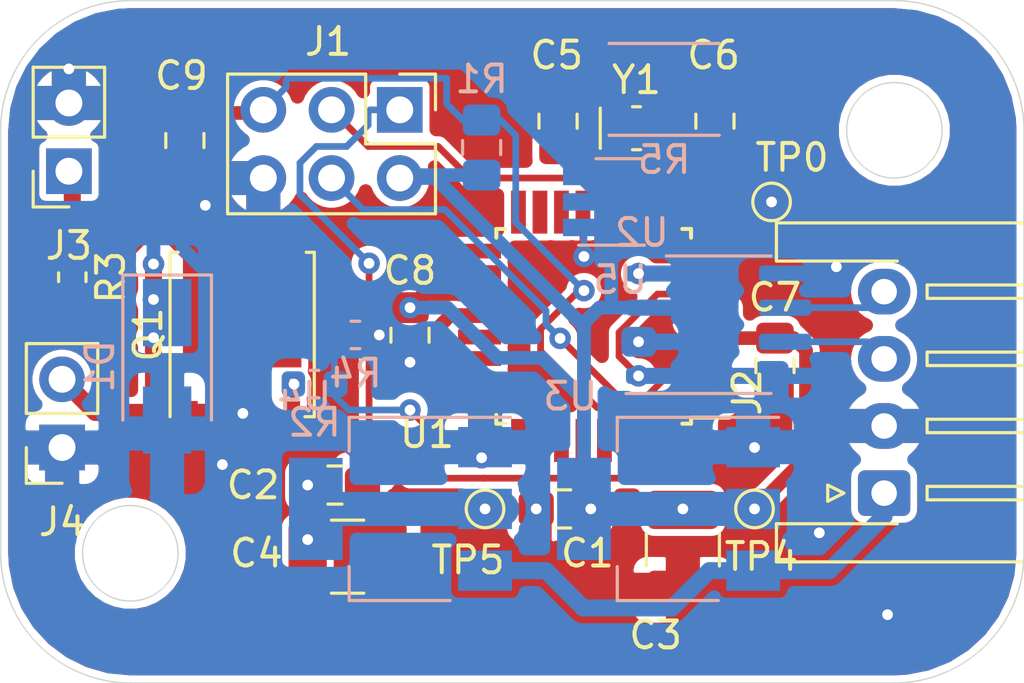
<source format=kicad_pcb>
(kicad_pcb (version 20171130) (host pcbnew "(5.1.5)-3")

  (general
    (thickness 1.6)
    (drawings 12)
    (tracks 211)
    (zones 0)
    (modules 29)
    (nets 41)
  )

  (page A4)
  (layers
    (0 F.Cu signal hide)
    (31 B.Cu signal)
    (32 B.Adhes user hide)
    (33 F.Adhes user hide)
    (34 B.Paste user hide)
    (35 F.Paste user hide)
    (36 B.SilkS user hide)
    (37 F.SilkS user hide)
    (38 B.Mask user hide)
    (39 F.Mask user hide)
    (40 Dwgs.User user hide)
    (41 Cmts.User user hide)
    (42 Eco1.User user hide)
    (43 Eco2.User user hide)
    (44 Edge.Cuts user)
    (45 Margin user hide)
    (46 B.CrtYd user hide)
    (47 F.CrtYd user hide)
    (48 B.Fab user hide)
    (49 F.Fab user hide)
  )

  (setup
    (last_trace_width 0.25)
    (user_trace_width 0.508)
    (user_trace_width 0.635)
    (user_trace_width 1.27)
    (trace_clearance 0.2)
    (zone_clearance 0.254)
    (zone_45_only no)
    (trace_min 0.2286)
    (via_size 0.8)
    (via_drill 0.4)
    (via_min_size 0.2286)
    (via_min_drill 0.3)
    (uvia_size 0.3)
    (uvia_drill 0.1)
    (uvias_allowed no)
    (uvia_min_size 0.2)
    (uvia_min_drill 0.1)
    (edge_width 0.05)
    (segment_width 0.2)
    (pcb_text_width 0.3)
    (pcb_text_size 1.5 1.5)
    (mod_edge_width 0.12)
    (mod_text_size 1 1)
    (mod_text_width 0.15)
    (pad_size 1.6 0.55)
    (pad_drill 0)
    (pad_to_mask_clearance 0.051)
    (solder_mask_min_width 0.25)
    (aux_axis_origin 0 0)
    (visible_elements 7FFFFFFF)
    (pcbplotparams
      (layerselection 0x010fc_ffffffff)
      (usegerberextensions false)
      (usegerberattributes false)
      (usegerberadvancedattributes false)
      (creategerberjobfile false)
      (excludeedgelayer true)
      (linewidth 0.100000)
      (plotframeref false)
      (viasonmask false)
      (mode 1)
      (useauxorigin false)
      (hpglpennumber 1)
      (hpglpenspeed 20)
      (hpglpendiameter 15.000000)
      (psnegative false)
      (psa4output false)
      (plotreference true)
      (plotvalue true)
      (plotinvisibletext false)
      (padsonsilk false)
      (subtractmaskfromsilk false)
      (outputformat 1)
      (mirror false)
      (drillshape 1)
      (scaleselection 1)
      (outputdirectory ""))
  )

  (net 0 "")
  (net 1 "Net-(U1-Pad32)")
  (net 2 "Net-(U1-Pad30)")
  (net 3 "Net-(U1-Pad29)")
  (net 4 "Net-(U1-Pad27)")
  (net 5 "Net-(U1-Pad26)")
  (net 6 "Net-(U1-Pad24)")
  (net 7 "Net-(U1-Pad23)")
  (net 8 "Net-(U1-Pad22)")
  (net 9 "Net-(U1-Pad21)")
  (net 10 Earth)
  (net 11 +5V)
  (net 12 "Net-(U1-Pad16)")
  (net 13 "Net-(U1-Pad15)")
  (net 14 "Net-(U1-Pad14)")
  (net 15 "Net-(U1-Pad3)")
  (net 16 CANH)
  (net 17 CANL)
  (net 18 "Net-(U2-Pad5)")
  (net 19 UIN)
  (net 20 +3V3)
  (net 21 /XTAL2)
  (net 22 /XTAL1)
  (net 23 /RESET)
  (net 24 /MOSI_A)
  (net 25 /SCK_A)
  (net 26 /MISO_A)
  (net 27 /CANRX)
  (net 28 /CANTX)
  (net 29 /SCK)
  (net 30 /AMP1+)
  (net 31 /AMP1-)
  (net 32 /MOSI)
  (net 33 /MISO)
  (net 34 "Net-(Q1-Pad5)")
  (net 35 "Net-(Q1-Pad4)")
  (net 36 OUT)
  (net 37 +24V)
  (net 38 Brake+)
  (net 39 "Net-(Q1-Pad1)")
  (net 40 TSCout)

  (net_class Default "This is the default net class."
    (clearance 0.2)
    (trace_width 0.25)
    (via_dia 0.8)
    (via_drill 0.4)
    (uvia_dia 0.3)
    (uvia_drill 0.1)
    (add_net +24V)
    (add_net +3V3)
    (add_net +5V)
    (add_net /AMP1+)
    (add_net /AMP1-)
    (add_net /CANRX)
    (add_net /CANTX)
    (add_net /MISO)
    (add_net /MISO_A)
    (add_net /MOSI)
    (add_net /MOSI_A)
    (add_net /RESET)
    (add_net /SCK)
    (add_net /SCK_A)
    (add_net /XTAL1)
    (add_net /XTAL2)
    (add_net Brake+)
    (add_net CANH)
    (add_net CANL)
    (add_net Earth)
    (add_net "Net-(Q1-Pad1)")
    (add_net "Net-(Q1-Pad4)")
    (add_net "Net-(Q1-Pad5)")
    (add_net "Net-(U1-Pad14)")
    (add_net "Net-(U1-Pad15)")
    (add_net "Net-(U1-Pad16)")
    (add_net "Net-(U1-Pad21)")
    (add_net "Net-(U1-Pad22)")
    (add_net "Net-(U1-Pad23)")
    (add_net "Net-(U1-Pad24)")
    (add_net "Net-(U1-Pad26)")
    (add_net "Net-(U1-Pad27)")
    (add_net "Net-(U1-Pad29)")
    (add_net "Net-(U1-Pad3)")
    (add_net "Net-(U1-Pad30)")
    (add_net "Net-(U1-Pad32)")
    (add_net "Net-(U2-Pad5)")
    (add_net OUT)
    (add_net TSCout)
    (add_net UIN)
  )

  (module Package_TO_SOT_SMD:SOT-23-5_HandSoldering (layer B.Cu) (tedit 5A0AB76C) (tstamp 5E687447)
    (at 35.767 20.193)
    (descr "5-pin SOT23 package")
    (tags "SOT-23-5 hand-soldering")
    (path /5E6A06AD)
    (attr smd)
    (fp_text reference U5 (at 0 2.9) (layer B.SilkS)
      (effects (font (size 1 1) (thickness 0.15)) (justify mirror))
    )
    (fp_text value Sensor_Current_TSC888 (at 0 -2.9) (layer B.Fab)
      (effects (font (size 1 1) (thickness 0.15)) (justify mirror))
    )
    (fp_line (start 2.38 -1.8) (end -2.38 -1.8) (layer B.CrtYd) (width 0.05))
    (fp_line (start 2.38 -1.8) (end 2.38 1.8) (layer B.CrtYd) (width 0.05))
    (fp_line (start -2.38 1.8) (end -2.38 -1.8) (layer B.CrtYd) (width 0.05))
    (fp_line (start -2.38 1.8) (end 2.38 1.8) (layer B.CrtYd) (width 0.05))
    (fp_line (start 0.9 1.55) (end 0.9 -1.55) (layer B.Fab) (width 0.1))
    (fp_line (start 0.9 -1.55) (end -0.9 -1.55) (layer B.Fab) (width 0.1))
    (fp_line (start -0.9 0.9) (end -0.9 -1.55) (layer B.Fab) (width 0.1))
    (fp_line (start 0.9 1.55) (end -0.25 1.55) (layer B.Fab) (width 0.1))
    (fp_line (start -0.9 0.9) (end -0.25 1.55) (layer B.Fab) (width 0.1))
    (fp_line (start 0.9 1.61) (end -1.55 1.61) (layer B.SilkS) (width 0.12))
    (fp_line (start -0.9 -1.61) (end 0.9 -1.61) (layer B.SilkS) (width 0.12))
    (fp_text user %R (at 0 0 -90) (layer B.Fab)
      (effects (font (size 0.5 0.5) (thickness 0.075)) (justify mirror))
    )
    (pad 5 smd rect (at 1.35 0.95) (size 1.56 0.65) (layers B.Cu B.Paste B.Mask)
      (net 11 +5V))
    (pad 4 smd rect (at 1.35 -0.95) (size 1.56 0.65) (layers B.Cu B.Paste B.Mask)
      (net 38 Brake+))
    (pad 3 smd rect (at -1.35 -0.95) (size 1.56 0.65) (layers B.Cu B.Paste B.Mask)
      (net 39 "Net-(Q1-Pad1)"))
    (pad 2 smd rect (at -1.35 0) (size 1.56 0.65) (layers B.Cu B.Paste B.Mask)
      (net 10 Earth))
    (pad 1 smd rect (at -1.35 0.95) (size 1.56 0.65) (layers B.Cu B.Paste B.Mask)
      (net 40 TSCout))
    (model ${KISYS3DMOD}/Package_TO_SOT_SMD.3dshapes/SOT-23-5.wrl
      (at (xyz 0 0 0))
      (scale (xyz 1 1 1))
      (rotate (xyz 0 0 0))
    )
  )

  (module Resistor_SMD:R_2512_6332Metric_Pad1.52x3.35mm_HandSolder (layer B.Cu) (tedit 5B301BBD) (tstamp 5E6872E6)
    (at 37.4045 16.002)
    (descr "Resistor SMD 2512 (6332 Metric), square (rectangular) end terminal, IPC_7351 nominal with elongated pad for handsoldering. (Body size source: http://www.tortai-tech.com/upload/download/2011102023233369053.pdf), generated with kicad-footprint-generator")
    (tags "resistor handsolder")
    (path /5E68B3A5)
    (attr smd)
    (fp_text reference R5 (at 0 2.62) (layer B.SilkS)
      (effects (font (size 1 1) (thickness 0.15)) (justify mirror))
    )
    (fp_text value "50 mili" (at 0 -2.62) (layer B.Fab)
      (effects (font (size 1 1) (thickness 0.15)) (justify mirror))
    )
    (fp_text user %R (at 0 0) (layer B.Fab)
      (effects (font (size 1 1) (thickness 0.15)) (justify mirror))
    )
    (fp_line (start 4 -1.92) (end -4 -1.92) (layer B.CrtYd) (width 0.05))
    (fp_line (start 4 1.92) (end 4 -1.92) (layer B.CrtYd) (width 0.05))
    (fp_line (start -4 1.92) (end 4 1.92) (layer B.CrtYd) (width 0.05))
    (fp_line (start -4 -1.92) (end -4 1.92) (layer B.CrtYd) (width 0.05))
    (fp_line (start -2.052064 -1.71) (end 2.052064 -1.71) (layer B.SilkS) (width 0.12))
    (fp_line (start -2.052064 1.71) (end 2.052064 1.71) (layer B.SilkS) (width 0.12))
    (fp_line (start 3.15 -1.6) (end -3.15 -1.6) (layer B.Fab) (width 0.1))
    (fp_line (start 3.15 1.6) (end 3.15 -1.6) (layer B.Fab) (width 0.1))
    (fp_line (start -3.15 1.6) (end 3.15 1.6) (layer B.Fab) (width 0.1))
    (fp_line (start -3.15 -1.6) (end -3.15 1.6) (layer B.Fab) (width 0.1))
    (pad 2 smd roundrect (at 2.9875 0) (size 1.525 3.35) (layers B.Cu B.Paste B.Mask) (roundrect_rratio 0.163934)
      (net 38 Brake+))
    (pad 1 smd roundrect (at -2.9875 0) (size 1.525 3.35) (layers B.Cu B.Paste B.Mask) (roundrect_rratio 0.163934)
      (net 39 "Net-(Q1-Pad1)"))
    (model ${KISYS3DMOD}/Resistor_SMD.3dshapes/R_2512_6332Metric.wrl
      (at (xyz 0 0 0))
      (scale (xyz 1 1 1))
      (rotate (xyz 0 0 0))
    )
  )

  (module Crystal:Crystal_SMD_MicroCrystal_CC8V-T1A-2Pin_2.0x1.2mm (layer F.Cu) (tedit 5D24C0DC) (tstamp 5E2BC9A7)
    (at 36.3728 17.4498)
    (descr "SMD Crystal MicroCrystal CC8V-T1A/CM8V-T1A series https://www.microcrystal.com/fileadmin/Media/Products/32kHz/Datasheet/CC8V-T1A.pdf, 2.0x1.2mm^2 package")
    (tags "SMD SMT crystal")
    (path /5E2084F5)
    (attr smd)
    (fp_text reference Y1 (at 0 -1.8) (layer F.SilkS)
      (effects (font (size 1 1) (thickness 0.15)))
    )
    (fp_text value Crystal (at 0 1.8) (layer F.Fab)
      (effects (font (size 1 1) (thickness 0.15)))
    )
    (fp_line (start 1.4 -1) (end -1.4 -1) (layer F.CrtYd) (width 0.05))
    (fp_line (start 1.4 1) (end 1.4 -1) (layer F.CrtYd) (width 0.05))
    (fp_line (start -1.4 1) (end 1.4 1) (layer F.CrtYd) (width 0.05))
    (fp_line (start -1.4 -1) (end -1.4 1) (layer F.CrtYd) (width 0.05))
    (fp_line (start -1.35 -0.75) (end -1.35 0.75) (layer F.SilkS) (width 0.12))
    (fp_line (start -0.15 0.8) (end 0.15 0.8) (layer F.SilkS) (width 0.12))
    (fp_line (start -0.15 -0.8) (end 0.15 -0.8) (layer F.SilkS) (width 0.12))
    (fp_line (start -1 0.1) (end -0.5 0.6) (layer F.Fab) (width 0.1))
    (fp_line (start 1 -0.6) (end -1 -0.6) (layer F.Fab) (width 0.1))
    (fp_line (start 1 0.6) (end 1 -0.6) (layer F.Fab) (width 0.1))
    (fp_line (start -1 0.6) (end 1 0.6) (layer F.Fab) (width 0.1))
    (fp_line (start -1 -0.6) (end -1 0.6) (layer F.Fab) (width 0.1))
    (fp_text user %R (at 0 0) (layer F.Fab)
      (effects (font (size 0.5 0.5) (thickness 0.075)))
    )
    (pad 2 smd rect (at 0.75 0) (size 0.8 1.5) (layers F.Cu F.Paste F.Mask)
      (net 22 /XTAL1))
    (pad 1 smd rect (at -0.75 0) (size 0.8 1.5) (layers F.Cu F.Paste F.Mask)
      (net 21 /XTAL2))
    (model ${KISYS3DMOD}/Crystal.3dshapes/Crystal_SMD_MicroCrystal_CC8V-T1A-2Pin_2.0x1.2mm.wrl
      (at (xyz 0 0 0))
      (scale (xyz 1 1 1))
      (rotate (xyz 0 0 0))
    )
  )

  (module Resistor_SMD:R_0603_1608Metric (layer B.Cu) (tedit 5B301BBD) (tstamp 5E5AFA19)
    (at 25.908 25.146)
    (descr "Resistor SMD 0603 (1608 Metric), square (rectangular) end terminal, IPC_7351 nominal, (Body size source: http://www.tortai-tech.com/upload/download/2011102023233369053.pdf), generated with kicad-footprint-generator")
    (tags resistor)
    (path /5E5AE2B2)
    (attr smd)
    (fp_text reference R4 (at 0 1.43) (layer B.SilkS)
      (effects (font (size 1 1) (thickness 0.15)) (justify mirror))
    )
    (fp_text value 100k (at 0 -1.43) (layer B.Fab)
      (effects (font (size 1 1) (thickness 0.15)) (justify mirror))
    )
    (fp_text user %R (at 0 0) (layer B.Fab)
      (effects (font (size 0.4 0.4) (thickness 0.06)) (justify mirror))
    )
    (fp_line (start 1.48 -0.73) (end -1.48 -0.73) (layer B.CrtYd) (width 0.05))
    (fp_line (start 1.48 0.73) (end 1.48 -0.73) (layer B.CrtYd) (width 0.05))
    (fp_line (start -1.48 0.73) (end 1.48 0.73) (layer B.CrtYd) (width 0.05))
    (fp_line (start -1.48 -0.73) (end -1.48 0.73) (layer B.CrtYd) (width 0.05))
    (fp_line (start -0.162779 -0.51) (end 0.162779 -0.51) (layer B.SilkS) (width 0.12))
    (fp_line (start -0.162779 0.51) (end 0.162779 0.51) (layer B.SilkS) (width 0.12))
    (fp_line (start 0.8 -0.4) (end -0.8 -0.4) (layer B.Fab) (width 0.1))
    (fp_line (start 0.8 0.4) (end 0.8 -0.4) (layer B.Fab) (width 0.1))
    (fp_line (start -0.8 0.4) (end 0.8 0.4) (layer B.Fab) (width 0.1))
    (fp_line (start -0.8 -0.4) (end -0.8 0.4) (layer B.Fab) (width 0.1))
    (pad 2 smd roundrect (at 0.7875 0) (size 0.875 0.95) (layers B.Cu B.Paste B.Mask) (roundrect_rratio 0.25)
      (net 10 Earth))
    (pad 1 smd roundrect (at -0.7875 0) (size 0.875 0.95) (layers B.Cu B.Paste B.Mask) (roundrect_rratio 0.25)
      (net 36 OUT))
    (model ${KISYS3DMOD}/Resistor_SMD.3dshapes/R_0603_1608Metric.wrl
      (at (xyz 0 0 0))
      (scale (xyz 1 1 1))
      (rotate (xyz 0 0 0))
    )
  )

  (module Resistor_SMD:R_0603_1608Metric (layer F.Cu) (tedit 5B301BBD) (tstamp 5E35C805)
    (at 15.367 22.996 270)
    (descr "Resistor SMD 0603 (1608 Metric), square (rectangular) end terminal, IPC_7351 nominal, (Body size source: http://www.tortai-tech.com/upload/download/2011102023233369053.pdf), generated with kicad-footprint-generator")
    (tags resistor)
    (path /5E2F16F6)
    (attr smd)
    (fp_text reference R3 (at 0 -1.43 90) (layer F.SilkS)
      (effects (font (size 1 1) (thickness 0.15)))
    )
    (fp_text value 0 (at 0 1.43 90) (layer F.Fab)
      (effects (font (size 1 1) (thickness 0.15)))
    )
    (fp_text user %R (at 0 0 90) (layer F.Fab)
      (effects (font (size 0.4 0.4) (thickness 0.06)))
    )
    (fp_line (start 1.48 0.73) (end -1.48 0.73) (layer F.CrtYd) (width 0.05))
    (fp_line (start 1.48 -0.73) (end 1.48 0.73) (layer F.CrtYd) (width 0.05))
    (fp_line (start -1.48 -0.73) (end 1.48 -0.73) (layer F.CrtYd) (width 0.05))
    (fp_line (start -1.48 0.73) (end -1.48 -0.73) (layer F.CrtYd) (width 0.05))
    (fp_line (start -0.162779 0.51) (end 0.162779 0.51) (layer F.SilkS) (width 0.12))
    (fp_line (start -0.162779 -0.51) (end 0.162779 -0.51) (layer F.SilkS) (width 0.12))
    (fp_line (start 0.8 0.4) (end -0.8 0.4) (layer F.Fab) (width 0.1))
    (fp_line (start 0.8 -0.4) (end 0.8 0.4) (layer F.Fab) (width 0.1))
    (fp_line (start -0.8 -0.4) (end 0.8 -0.4) (layer F.Fab) (width 0.1))
    (fp_line (start -0.8 0.4) (end -0.8 -0.4) (layer F.Fab) (width 0.1))
    (pad 2 smd roundrect (at 0.7875 0 270) (size 0.875 0.95) (layers F.Cu F.Paste F.Mask) (roundrect_rratio 0.25)
      (net 34 "Net-(Q1-Pad5)"))
    (pad 1 smd roundrect (at -0.7875 0 270) (size 0.875 0.95) (layers F.Cu F.Paste F.Mask) (roundrect_rratio 0.25)
      (net 37 +24V))
    (model ${KISYS3DMOD}/Resistor_SMD.3dshapes/R_0603_1608Metric.wrl
      (at (xyz 0 0 0))
      (scale (xyz 1 1 1))
      (rotate (xyz 0 0 0))
    )
  )

  (module Resistor_SMD:R_0603_1608Metric (layer B.Cu) (tedit 5B301BBD) (tstamp 5E35CD2E)
    (at 24.384 26.9748)
    (descr "Resistor SMD 0603 (1608 Metric), square (rectangular) end terminal, IPC_7351 nominal, (Body size source: http://www.tortai-tech.com/upload/download/2011102023233369053.pdf), generated with kicad-footprint-generator")
    (tags resistor)
    (path /5E2CF402)
    (attr smd)
    (fp_text reference R2 (at 0 1.43) (layer B.SilkS)
      (effects (font (size 1 1) (thickness 0.15)) (justify mirror))
    )
    (fp_text value 100 (at 0 -1.43) (layer B.Fab)
      (effects (font (size 1 1) (thickness 0.15)) (justify mirror))
    )
    (fp_text user %R (at 0 0) (layer B.Fab)
      (effects (font (size 0.4 0.4) (thickness 0.06)) (justify mirror))
    )
    (fp_line (start 1.48 -0.73) (end -1.48 -0.73) (layer B.CrtYd) (width 0.05))
    (fp_line (start 1.48 0.73) (end 1.48 -0.73) (layer B.CrtYd) (width 0.05))
    (fp_line (start -1.48 0.73) (end 1.48 0.73) (layer B.CrtYd) (width 0.05))
    (fp_line (start -1.48 -0.73) (end -1.48 0.73) (layer B.CrtYd) (width 0.05))
    (fp_line (start -0.162779 -0.51) (end 0.162779 -0.51) (layer B.SilkS) (width 0.12))
    (fp_line (start -0.162779 0.51) (end 0.162779 0.51) (layer B.SilkS) (width 0.12))
    (fp_line (start 0.8 -0.4) (end -0.8 -0.4) (layer B.Fab) (width 0.1))
    (fp_line (start 0.8 0.4) (end 0.8 -0.4) (layer B.Fab) (width 0.1))
    (fp_line (start -0.8 0.4) (end 0.8 0.4) (layer B.Fab) (width 0.1))
    (fp_line (start -0.8 -0.4) (end -0.8 0.4) (layer B.Fab) (width 0.1))
    (pad 2 smd roundrect (at 0.7875 0) (size 0.875 0.95) (layers B.Cu B.Paste B.Mask) (roundrect_rratio 0.25)
      (net 36 OUT))
    (pad 1 smd roundrect (at -0.7875 0) (size 0.875 0.95) (layers B.Cu B.Paste B.Mask) (roundrect_rratio 0.25)
      (net 35 "Net-(Q1-Pad4)"))
    (model ${KISYS3DMOD}/Resistor_SMD.3dshapes/R_0603_1608Metric.wrl
      (at (xyz 0 0 0))
      (scale (xyz 1 1 1))
      (rotate (xyz 0 0 0))
    )
  )

  (module Connector_JST:JST_XH_S4B-XH-A-1_1x04_P2.50mm_Horizontal (layer F.Cu) (tedit 5C281476) (tstamp 5E2BCA00)
    (at 45.593 31.035 90)
    (descr "JST XH series connector, S4B-XH-A-1 (http://www.jst-mfg.com/product/pdf/eng/eXH.pdf), generated with kicad-footprint-generator")
    (tags "connector JST XH horizontal")
    (path /5E2C44CB)
    (fp_text reference J2 (at 3.75 -5.1 90) (layer F.SilkS)
      (effects (font (size 1 1) (thickness 0.15)))
    )
    (fp_text value Conn_01x04_Male (at 3.75 8.8 90) (layer F.Fab)
      (effects (font (size 1 1) (thickness 0.15)))
    )
    (fp_text user %R (at 3.75 1.85 90) (layer F.Fab)
      (effects (font (size 1 1) (thickness 0.15)))
    )
    (fp_line (start 0 -0.4) (end 0.625 0.6) (layer F.Fab) (width 0.1))
    (fp_line (start -0.625 0.6) (end 0 -0.4) (layer F.Fab) (width 0.1))
    (fp_line (start 0.3 -2.1) (end 0 -1.5) (layer F.SilkS) (width 0.12))
    (fp_line (start -0.3 -2.1) (end 0.3 -2.1) (layer F.SilkS) (width 0.12))
    (fp_line (start 0 -1.5) (end -0.3 -2.1) (layer F.SilkS) (width 0.12))
    (fp_line (start 7.75 1.6) (end 7.25 1.6) (layer F.SilkS) (width 0.12))
    (fp_line (start 7.75 7.1) (end 7.75 1.6) (layer F.SilkS) (width 0.12))
    (fp_line (start 7.25 7.1) (end 7.75 7.1) (layer F.SilkS) (width 0.12))
    (fp_line (start 7.25 1.6) (end 7.25 7.1) (layer F.SilkS) (width 0.12))
    (fp_line (start 5.25 1.6) (end 4.75 1.6) (layer F.SilkS) (width 0.12))
    (fp_line (start 5.25 7.1) (end 5.25 1.6) (layer F.SilkS) (width 0.12))
    (fp_line (start 4.75 7.1) (end 5.25 7.1) (layer F.SilkS) (width 0.12))
    (fp_line (start 4.75 1.6) (end 4.75 7.1) (layer F.SilkS) (width 0.12))
    (fp_line (start 2.75 1.6) (end 2.25 1.6) (layer F.SilkS) (width 0.12))
    (fp_line (start 2.75 7.1) (end 2.75 1.6) (layer F.SilkS) (width 0.12))
    (fp_line (start 2.25 7.1) (end 2.75 7.1) (layer F.SilkS) (width 0.12))
    (fp_line (start 2.25 1.6) (end 2.25 7.1) (layer F.SilkS) (width 0.12))
    (fp_line (start 0.25 1.6) (end -0.25 1.6) (layer F.SilkS) (width 0.12))
    (fp_line (start 0.25 7.1) (end 0.25 1.6) (layer F.SilkS) (width 0.12))
    (fp_line (start -0.25 7.1) (end 0.25 7.1) (layer F.SilkS) (width 0.12))
    (fp_line (start -0.25 1.6) (end -0.25 7.1) (layer F.SilkS) (width 0.12))
    (fp_line (start 8.75 0.6) (end 3.75 0.6) (layer F.Fab) (width 0.1))
    (fp_line (start 8.75 -3.9) (end 8.75 0.6) (layer F.Fab) (width 0.1))
    (fp_line (start 9.95 -3.9) (end 8.75 -3.9) (layer F.Fab) (width 0.1))
    (fp_line (start 9.95 7.6) (end 9.95 -3.9) (layer F.Fab) (width 0.1))
    (fp_line (start 3.75 7.6) (end 9.95 7.6) (layer F.Fab) (width 0.1))
    (fp_line (start -1.25 0.6) (end 3.75 0.6) (layer F.Fab) (width 0.1))
    (fp_line (start -1.25 -3.9) (end -1.25 0.6) (layer F.Fab) (width 0.1))
    (fp_line (start -2.45 -3.9) (end -1.25 -3.9) (layer F.Fab) (width 0.1))
    (fp_line (start -2.45 7.6) (end -2.45 -3.9) (layer F.Fab) (width 0.1))
    (fp_line (start 3.75 7.6) (end -2.45 7.6) (layer F.Fab) (width 0.1))
    (fp_line (start 8.64 -4.01) (end 8.64 0.49) (layer F.SilkS) (width 0.12))
    (fp_line (start 10.06 -4.01) (end 8.64 -4.01) (layer F.SilkS) (width 0.12))
    (fp_line (start 10.06 7.71) (end 10.06 -4.01) (layer F.SilkS) (width 0.12))
    (fp_line (start 3.75 7.71) (end 10.06 7.71) (layer F.SilkS) (width 0.12))
    (fp_line (start -1.14 -4.01) (end -1.14 0.49) (layer F.SilkS) (width 0.12))
    (fp_line (start -2.56 -4.01) (end -1.14 -4.01) (layer F.SilkS) (width 0.12))
    (fp_line (start -2.56 7.71) (end -2.56 -4.01) (layer F.SilkS) (width 0.12))
    (fp_line (start 3.75 7.71) (end -2.56 7.71) (layer F.SilkS) (width 0.12))
    (fp_line (start 10.45 -4.4) (end -2.95 -4.4) (layer F.CrtYd) (width 0.05))
    (fp_line (start 10.45 8.1) (end 10.45 -4.4) (layer F.CrtYd) (width 0.05))
    (fp_line (start -2.95 8.1) (end 10.45 8.1) (layer F.CrtYd) (width 0.05))
    (fp_line (start -2.95 -4.4) (end -2.95 8.1) (layer F.CrtYd) (width 0.05))
    (pad 4 thru_hole oval (at 7.5 0 90) (size 1.7 1.95) (drill 0.95) (layers *.Cu *.Mask)
      (net 17 CANL))
    (pad 3 thru_hole oval (at 5 0 90) (size 1.7 1.95) (drill 0.95) (layers *.Cu *.Mask)
      (net 16 CANH))
    (pad 2 thru_hole oval (at 2.5 0 90) (size 1.7 1.95) (drill 0.95) (layers *.Cu *.Mask)
      (net 10 Earth))
    (pad 1 thru_hole roundrect (at 0 0 90) (size 1.7 1.95) (drill 0.95) (layers *.Cu *.Mask) (roundrect_rratio 0.147059)
      (net 19 UIN))
    (model ${KISYS3DMOD}/Connector_JST.3dshapes/JST_XH_S4B-XH-A-1_1x04_P2.50mm_Horizontal.wrl
      (at (xyz 0 0 0))
      (scale (xyz 1 1 1))
      (rotate (xyz 0 0 0))
    )
  )

  (module Diode_SMD:D_SMA (layer B.Cu) (tedit 586432E5) (tstamp 5E360C3F)
    (at 18.8976 26.3144 270)
    (descr "Diode SMA (DO-214AC)")
    (tags "Diode SMA (DO-214AC)")
    (path /5E3656F3)
    (attr smd)
    (fp_text reference D1 (at 0 2.5 90) (layer B.SilkS)
      (effects (font (size 1 1) (thickness 0.15)) (justify mirror))
    )
    (fp_text value D (at 0 -2.6 90) (layer B.Fab)
      (effects (font (size 1 1) (thickness 0.15)) (justify mirror))
    )
    (fp_line (start -3.4 1.65) (end 2 1.65) (layer B.SilkS) (width 0.12))
    (fp_line (start -3.4 -1.65) (end 2 -1.65) (layer B.SilkS) (width 0.12))
    (fp_line (start -0.64944 -0.00102) (end 0.50118 0.79908) (layer B.Fab) (width 0.1))
    (fp_line (start -0.64944 -0.00102) (end 0.50118 -0.75032) (layer B.Fab) (width 0.1))
    (fp_line (start 0.50118 -0.75032) (end 0.50118 0.79908) (layer B.Fab) (width 0.1))
    (fp_line (start -0.64944 0.79908) (end -0.64944 -0.80112) (layer B.Fab) (width 0.1))
    (fp_line (start 0.50118 -0.00102) (end 1.4994 -0.00102) (layer B.Fab) (width 0.1))
    (fp_line (start -0.64944 -0.00102) (end -1.55114 -0.00102) (layer B.Fab) (width 0.1))
    (fp_line (start -3.5 -1.75) (end -3.5 1.75) (layer B.CrtYd) (width 0.05))
    (fp_line (start 3.5 -1.75) (end -3.5 -1.75) (layer B.CrtYd) (width 0.05))
    (fp_line (start 3.5 1.75) (end 3.5 -1.75) (layer B.CrtYd) (width 0.05))
    (fp_line (start -3.5 1.75) (end 3.5 1.75) (layer B.CrtYd) (width 0.05))
    (fp_line (start 2.3 1.5) (end -2.3 1.5) (layer B.Fab) (width 0.1))
    (fp_line (start 2.3 1.5) (end 2.3 -1.5) (layer B.Fab) (width 0.1))
    (fp_line (start -2.3 -1.5) (end -2.3 1.5) (layer B.Fab) (width 0.1))
    (fp_line (start 2.3 -1.5) (end -2.3 -1.5) (layer B.Fab) (width 0.1))
    (fp_line (start -3.4 1.65) (end -3.4 -1.65) (layer B.SilkS) (width 0.12))
    (fp_text user %R (at 0 2.5 90) (layer B.Fab)
      (effects (font (size 1 1) (thickness 0.15)) (justify mirror))
    )
    (pad 2 smd rect (at 2 0 270) (size 2.5 1.8) (layers B.Cu B.Paste B.Mask)
      (net 10 Earth))
    (pad 1 smd rect (at -2 0 270) (size 2.5 1.8) (layers B.Cu B.Paste B.Mask)
      (net 38 Brake+))
    (model ${KISYS3DMOD}/Diode_SMD.3dshapes/D_SMA.wrl
      (at (xyz 0 0 0))
      (scale (xyz 1 1 1))
      (rotate (xyz 0 0 0))
    )
  )

  (module Connector_PinSocket_2.54mm:PinSocket_1x02_P2.54mm_Vertical (layer F.Cu) (tedit 5A19A420) (tstamp 5E3F0B5C)
    (at 14.986 29.337 180)
    (descr "Through hole straight socket strip, 1x02, 2.54mm pitch, single row (from Kicad 4.0.7), script generated")
    (tags "Through hole socket strip THT 1x02 2.54mm single row")
    (path /5E39CBE4)
    (fp_text reference J4 (at 0 -2.77) (layer F.SilkS)
      (effects (font (size 1 1) (thickness 0.15)))
    )
    (fp_text value Brake (at 0 5.31) (layer F.Fab)
      (effects (font (size 1 1) (thickness 0.15)))
    )
    (fp_text user %R (at 0 1.27 90) (layer F.Fab)
      (effects (font (size 1 1) (thickness 0.15)))
    )
    (fp_line (start -1.8 4.3) (end -1.8 -1.8) (layer F.CrtYd) (width 0.05))
    (fp_line (start 1.75 4.3) (end -1.8 4.3) (layer F.CrtYd) (width 0.05))
    (fp_line (start 1.75 -1.8) (end 1.75 4.3) (layer F.CrtYd) (width 0.05))
    (fp_line (start -1.8 -1.8) (end 1.75 -1.8) (layer F.CrtYd) (width 0.05))
    (fp_line (start 0 -1.33) (end 1.33 -1.33) (layer F.SilkS) (width 0.12))
    (fp_line (start 1.33 -1.33) (end 1.33 0) (layer F.SilkS) (width 0.12))
    (fp_line (start 1.33 1.27) (end 1.33 3.87) (layer F.SilkS) (width 0.12))
    (fp_line (start -1.33 3.87) (end 1.33 3.87) (layer F.SilkS) (width 0.12))
    (fp_line (start -1.33 1.27) (end -1.33 3.87) (layer F.SilkS) (width 0.12))
    (fp_line (start -1.33 1.27) (end 1.33 1.27) (layer F.SilkS) (width 0.12))
    (fp_line (start -1.27 3.81) (end -1.27 -1.27) (layer F.Fab) (width 0.1))
    (fp_line (start 1.27 3.81) (end -1.27 3.81) (layer F.Fab) (width 0.1))
    (fp_line (start 1.27 -0.635) (end 1.27 3.81) (layer F.Fab) (width 0.1))
    (fp_line (start 0.635 -1.27) (end 1.27 -0.635) (layer F.Fab) (width 0.1))
    (fp_line (start -1.27 -1.27) (end 0.635 -1.27) (layer F.Fab) (width 0.1))
    (pad 2 thru_hole oval (at 0 2.54 180) (size 1.7 1.7) (drill 1) (layers *.Cu *.Mask)
      (net 38 Brake+))
    (pad 1 thru_hole rect (at 0 0 180) (size 1.7 1.7) (drill 1) (layers *.Cu *.Mask)
      (net 10 Earth))
    (model ${KISYS3DMOD}/Connector_PinSocket_2.54mm.3dshapes/PinSocket_1x02_P2.54mm_Vertical.wrl
      (at (xyz 0 0 0))
      (scale (xyz 1 1 1))
      (rotate (xyz 0 0 0))
    )
  )

  (module Connector_PinHeader_2.54mm:PinHeader_2x03_P2.54mm_Vertical (layer F.Cu) (tedit 59FED5CC) (tstamp 5E2BC5F1)
    (at 27.559 16.764 270)
    (descr "Through hole straight pin header, 2x03, 2.54mm pitch, double rows")
    (tags "Through hole pin header THT 2x03 2.54mm double row")
    (path /5E1F8DCB)
    (fp_text reference J1 (at -2.54 2.667 180) (layer F.SilkS)
      (effects (font (size 1 1) (thickness 0.15)))
    )
    (fp_text value ISP-6 (at 1.27 7.41 90) (layer F.Fab)
      (effects (font (size 1 1) (thickness 0.15)))
    )
    (fp_text user %R (at 1.524 2.54) (layer F.Fab)
      (effects (font (size 1 1) (thickness 0.15)))
    )
    (fp_line (start 4.35 -1.8) (end -1.8 -1.8) (layer F.CrtYd) (width 0.05))
    (fp_line (start 4.35 6.85) (end 4.35 -1.8) (layer F.CrtYd) (width 0.05))
    (fp_line (start -1.8 6.85) (end 4.35 6.85) (layer F.CrtYd) (width 0.05))
    (fp_line (start -1.8 -1.8) (end -1.8 6.85) (layer F.CrtYd) (width 0.05))
    (fp_line (start -1.33 -1.33) (end 0 -1.33) (layer F.SilkS) (width 0.12))
    (fp_line (start -1.33 0) (end -1.33 -1.33) (layer F.SilkS) (width 0.12))
    (fp_line (start 1.27 -1.33) (end 3.87 -1.33) (layer F.SilkS) (width 0.12))
    (fp_line (start 1.27 1.27) (end 1.27 -1.33) (layer F.SilkS) (width 0.12))
    (fp_line (start -1.33 1.27) (end 1.27 1.27) (layer F.SilkS) (width 0.12))
    (fp_line (start 3.87 -1.33) (end 3.87 6.41) (layer F.SilkS) (width 0.12))
    (fp_line (start -1.33 1.27) (end -1.33 6.41) (layer F.SilkS) (width 0.12))
    (fp_line (start -1.33 6.41) (end 3.87 6.41) (layer F.SilkS) (width 0.12))
    (fp_line (start -1.27 0) (end 0 -1.27) (layer F.Fab) (width 0.1))
    (fp_line (start -1.27 6.35) (end -1.27 0) (layer F.Fab) (width 0.1))
    (fp_line (start 3.81 6.35) (end -1.27 6.35) (layer F.Fab) (width 0.1))
    (fp_line (start 3.81 -1.27) (end 3.81 6.35) (layer F.Fab) (width 0.1))
    (fp_line (start 0 -1.27) (end 3.81 -1.27) (layer F.Fab) (width 0.1))
    (pad 6 thru_hole oval (at 2.54 5.08 270) (size 1.7 1.7) (drill 1) (layers *.Cu *.Mask)
      (net 10 Earth))
    (pad 5 thru_hole oval (at 0 5.08 270) (size 1.7 1.7) (drill 1) (layers *.Cu *.Mask)
      (net 23 /RESET))
    (pad 4 thru_hole oval (at 2.54 2.54 270) (size 1.7 1.7) (drill 1) (layers *.Cu *.Mask)
      (net 24 /MOSI_A))
    (pad 3 thru_hole oval (at 0 2.54 270) (size 1.7 1.7) (drill 1) (layers *.Cu *.Mask)
      (net 25 /SCK_A))
    (pad 2 thru_hole oval (at 2.54 0 270) (size 1.7 1.7) (drill 1) (layers *.Cu *.Mask)
      (net 19 UIN))
    (pad 1 thru_hole rect (at 0 0 270) (size 1.7 1.7) (drill 1) (layers *.Cu *.Mask)
      (net 26 /MISO_A))
    (model ${KISYS3DMOD}/Connector_PinHeader_2.54mm.3dshapes/PinHeader_2x03_P2.54mm_Vertical.wrl
      (at (xyz 0 0 0))
      (scale (xyz 1 1 1))
      (rotate (xyz 0 0 0))
    )
  )

  (module Connector_PinSocket_2.54mm:PinSocket_1x02_P2.54mm_Vertical (layer F.Cu) (tedit 5A19A420) (tstamp 5E360503)
    (at 15.24 19.05 180)
    (descr "Through hole straight socket strip, 1x02, 2.54mm pitch, single row (from Kicad 4.0.7), script generated")
    (tags "Through hole socket strip THT 1x02 2.54mm single row")
    (path /5E369256)
    (fp_text reference J3 (at 0 -2.77) (layer F.SilkS)
      (effects (font (size 1 1) (thickness 0.15)))
    )
    (fp_text value "24V Connector" (at 0 5.31) (layer F.Fab)
      (effects (font (size 1 1) (thickness 0.15)))
    )
    (fp_text user %R (at 0 1.27 90) (layer F.Fab)
      (effects (font (size 1 1) (thickness 0.15)))
    )
    (fp_line (start -1.8 4.3) (end -1.8 -1.8) (layer F.CrtYd) (width 0.05))
    (fp_line (start 1.75 4.3) (end -1.8 4.3) (layer F.CrtYd) (width 0.05))
    (fp_line (start 1.75 -1.8) (end 1.75 4.3) (layer F.CrtYd) (width 0.05))
    (fp_line (start -1.8 -1.8) (end 1.75 -1.8) (layer F.CrtYd) (width 0.05))
    (fp_line (start 0 -1.33) (end 1.33 -1.33) (layer F.SilkS) (width 0.12))
    (fp_line (start 1.33 -1.33) (end 1.33 0) (layer F.SilkS) (width 0.12))
    (fp_line (start 1.33 1.27) (end 1.33 3.87) (layer F.SilkS) (width 0.12))
    (fp_line (start -1.33 3.87) (end 1.33 3.87) (layer F.SilkS) (width 0.12))
    (fp_line (start -1.33 1.27) (end -1.33 3.87) (layer F.SilkS) (width 0.12))
    (fp_line (start -1.33 1.27) (end 1.33 1.27) (layer F.SilkS) (width 0.12))
    (fp_line (start -1.27 3.81) (end -1.27 -1.27) (layer F.Fab) (width 0.1))
    (fp_line (start 1.27 3.81) (end -1.27 3.81) (layer F.Fab) (width 0.1))
    (fp_line (start 1.27 -0.635) (end 1.27 3.81) (layer F.Fab) (width 0.1))
    (fp_line (start 0.635 -1.27) (end 1.27 -0.635) (layer F.Fab) (width 0.1))
    (fp_line (start -1.27 -1.27) (end 0.635 -1.27) (layer F.Fab) (width 0.1))
    (pad 2 thru_hole oval (at 0 2.54 180) (size 1.7 1.7) (drill 1) (layers *.Cu *.Mask)
      (net 10 Earth))
    (pad 1 thru_hole rect (at 0 0 180) (size 1.7 1.7) (drill 1) (layers *.Cu *.Mask)
      (net 37 +24V))
    (model ${KISYS3DMOD}/Connector_PinSocket_2.54mm.3dshapes/PinSocket_1x02_P2.54mm_Vertical.wrl
      (at (xyz 0 0 0))
      (scale (xyz 1 1 1))
      (rotate (xyz 0 0 0))
    )
  )

  (module Package_TO_SOT_SMD:TDSON-8-1 (layer F.Cu) (tedit 5D9B6805) (tstamp 5E3F0B63)
    (at 21.6916 25.1292 90)
    (descr "Power MOSFET package, TDSON-8-1, 5.15x5.9mm (https://www.infineon.com/cms/en/product/packages/PG-TDSON/PG-TDSON-8-1/)")
    (tags "tdson ")
    (path /5E2F9E9C)
    (attr smd)
    (fp_text reference Q1 (at 0 -3.5 90) (layer F.SilkS)
      (effects (font (size 1 1) (thickness 0.15)))
    )
    (fp_text value STP55NF06L (at 0 3.5 90) (layer F.Fab)
      (effects (font (size 1 1) (thickness 0.15)))
    )
    (fp_line (start 3.06 -2.385) (end 3.06 -2.685) (layer F.SilkS) (width 0.12))
    (fp_line (start 3.06 2.385) (end 3.06 2.685) (layer F.SilkS) (width 0.12))
    (fp_line (start -3.06 2.335) (end -3.06 2.685) (layer F.SilkS) (width 0.12))
    (fp_line (start 3.06 -2.685) (end -3.06 -2.685) (layer F.SilkS) (width 0.12))
    (fp_line (start -1.95 -2.575) (end -2.95 -1.575) (layer F.Fab) (width 0.1))
    (fp_line (start 3.06 2.685) (end -3.06 2.685) (layer F.SilkS) (width 0.12))
    (fp_line (start 3.58 2.83) (end 3.58 -2.83) (layer F.CrtYd) (width 0.05))
    (fp_line (start 3.58 -2.83) (end -3.58 -2.83) (layer F.CrtYd) (width 0.05))
    (fp_line (start -3.58 -2.83) (end -3.58 2.83) (layer F.CrtYd) (width 0.05))
    (fp_line (start -3.58 2.83) (end 3.58 2.83) (layer F.CrtYd) (width 0.05))
    (fp_line (start 2.95 -2.575) (end 2.95 2.575) (layer F.Fab) (width 0.1))
    (fp_line (start 2.95 2.575) (end -2.95 2.575) (layer F.Fab) (width 0.1))
    (fp_line (start -2.95 2.575) (end -2.95 -1.575) (layer F.Fab) (width 0.1))
    (fp_line (start -1.95 -2.575) (end 2.95 -2.575) (layer F.Fab) (width 0.1))
    (fp_text user %R (at 0 0 90) (layer F.Fab)
      (effects (font (size 1 1) (thickness 0.15)))
    )
    (pad "" smd custom (at 0.65 0 90) (size 3.75 4.41) (layers F.Mask)
      (zone_connect 0)
      (options (clearance outline) (anchor rect))
      (primitives
        (gr_poly (pts
           (xy 1.875 -2.205) (xy 2.675 -2.205) (xy 2.675 -1.605) (xy 1.875 -1.605)) (width 0))
        (gr_poly (pts
           (xy 1.875 -0.935) (xy 2.675 -0.935) (xy 2.675 -0.335) (xy 1.875 -0.335)) (width 0))
        (gr_poly (pts
           (xy 1.875 0.335) (xy 2.675 0.335) (xy 2.675 0.935) (xy 1.875 0.935)) (width 0))
        (gr_poly (pts
           (xy 1.875 1.605) (xy 2.675 1.605) (xy 2.675 2.205) (xy 1.875 2.205)) (width 0))
      ))
    (pad "" smd rect (at 2.905 1.905 90) (size 0.75 0.5) (layers F.Paste))
    (pad "" smd rect (at 2.905 0.635 90) (size 0.75 0.5) (layers F.Paste))
    (pad "" smd rect (at 2.905 -0.635 90) (size 0.75 0.5) (layers F.Paste))
    (pad "" smd rect (at 2.905 -1.905 90) (size 0.75 0.5) (layers F.Paste))
    (pad 5 smd rect (at 1.05 0 90) (size 4.55 4.41) (layers F.Cu)
      (net 34 "Net-(Q1-Pad5)"))
    (pad "" smd rect (at -0.2 0.85 90) (size 1.5 1.5) (layers F.Paste))
    (pad "" smd rect (at -0.2 -0.85 90) (size 1.5 1.5) (layers F.Paste))
    (pad "" smd rect (at 1.5 0.85 90) (size 1.5 1.5) (layers F.Paste))
    (pad "" smd rect (at 1.5 -0.85 90) (size 1.5 1.5) (layers F.Paste))
    (pad 4 smd rect (at -2.9 1.905 90) (size 0.85 0.5) (layers F.Cu F.Paste F.Mask)
      (net 35 "Net-(Q1-Pad4)") (solder_paste_margin -0.05))
    (pad 3 smd rect (at -2.9 0.635 90) (size 0.85 0.5) (layers F.Cu F.Paste F.Mask)
      (net 39 "Net-(Q1-Pad1)") (solder_paste_margin -0.05))
    (pad 2 smd rect (at -2.9 -0.635 90) (size 0.85 0.5) (layers F.Cu F.Paste F.Mask)
      (net 39 "Net-(Q1-Pad1)") (solder_paste_margin -0.05))
    (pad 1 smd rect (at -2.9 -1.905 90) (size 0.85 0.5) (layers F.Cu F.Paste F.Mask)
      (net 39 "Net-(Q1-Pad1)") (solder_paste_margin -0.05))
    (model ${KISYS3DMOD}/Package_TO_SOT_SMD.3dshapes/TDSON-8-1.wrl
      (at (xyz 0 0 0))
      (scale (xyz 1 1 1))
      (rotate (xyz 0 0 0))
    )
  )

  (module Package_TO_SOT_SMD:SOT-223-3_TabPin2 (layer B.Cu) (tedit 5A02FF57) (tstamp 5E2BC966)
    (at 37.567 31.623 180)
    (descr "module CMS SOT223 4 pins")
    (tags "CMS SOT")
    (path /5E2873C8)
    (attr smd)
    (fp_text reference U3 (at 3.658 4.191) (layer B.SilkS)
      (effects (font (size 1 1) (thickness 0.15)) (justify mirror))
    )
    (fp_text value NCP1117-5V (at 0 -4.5) (layer B.Fab)
      (effects (font (size 1 1) (thickness 0.15)) (justify mirror))
    )
    (fp_line (start 1.85 3.35) (end 1.85 -3.35) (layer B.Fab) (width 0.1))
    (fp_line (start -1.85 -3.35) (end 1.85 -3.35) (layer B.Fab) (width 0.1))
    (fp_line (start -4.1 3.41) (end 1.91 3.41) (layer B.SilkS) (width 0.12))
    (fp_line (start -0.85 3.35) (end 1.85 3.35) (layer B.Fab) (width 0.1))
    (fp_line (start -1.85 -3.41) (end 1.91 -3.41) (layer B.SilkS) (width 0.12))
    (fp_line (start -1.85 2.35) (end -1.85 -3.35) (layer B.Fab) (width 0.1))
    (fp_line (start -1.85 2.35) (end -0.85 3.35) (layer B.Fab) (width 0.1))
    (fp_line (start -4.4 3.6) (end -4.4 -3.6) (layer B.CrtYd) (width 0.05))
    (fp_line (start -4.4 -3.6) (end 4.4 -3.6) (layer B.CrtYd) (width 0.05))
    (fp_line (start 4.4 -3.6) (end 4.4 3.6) (layer B.CrtYd) (width 0.05))
    (fp_line (start 4.4 3.6) (end -4.4 3.6) (layer B.CrtYd) (width 0.05))
    (fp_line (start 1.91 3.41) (end 1.91 2.15) (layer B.SilkS) (width 0.12))
    (fp_line (start 1.91 -3.41) (end 1.91 -2.15) (layer B.SilkS) (width 0.12))
    (fp_text user %R (at 0 0 270) (layer B.Fab)
      (effects (font (size 0.8 0.8) (thickness 0.12)) (justify mirror))
    )
    (pad 1 smd rect (at -3.15 2.3 180) (size 2 1.5) (layers B.Cu B.Paste B.Mask)
      (net 10 Earth))
    (pad 3 smd rect (at -3.15 -2.3 180) (size 2 1.5) (layers B.Cu B.Paste B.Mask)
      (net 19 UIN))
    (pad 2 smd rect (at -3.15 0 180) (size 2 1.5) (layers B.Cu B.Paste B.Mask)
      (net 11 +5V))
    (pad 2 smd rect (at 3.15 0 180) (size 2 3.8) (layers B.Cu B.Paste B.Mask)
      (net 11 +5V))
    (model ${KISYS3DMOD}/Package_TO_SOT_SMD.3dshapes/SOT-223.wrl
      (at (xyz 0 0 0))
      (scale (xyz 1 1 1))
      (rotate (xyz 0 0 0))
    )
  )

  (module Package_QFP:TQFP-32_7x7mm_P0.8mm (layer F.Cu) (tedit 5E7A975B) (tstamp 5E2BC8E5)
    (at 34.779 24.824 180)
    (descr "32-Lead Plastic Thin Quad Flatpack (PT) - 7x7x1.0 mm Body, 2.00 mm [TQFP] (see Microchip Packaging Specification 00000049BS.pdf)")
    (tags "QFP 0.8")
    (path /5E1F74CB)
    (attr smd)
    (fp_text reference U1 (at 6.204 -4.005) (layer F.SilkS)
      (effects (font (size 1 1) (thickness 0.15)))
    )
    (fp_text value ATmega16M1-AU (at 0 6.05) (layer F.Fab)
      (effects (font (size 1 1) (thickness 0.15)))
    )
    (fp_line (start -3.625 -3.4) (end -5.05 -3.4) (layer F.SilkS) (width 0.15))
    (fp_line (start 3.625 -3.625) (end 3.3 -3.625) (layer F.SilkS) (width 0.15))
    (fp_line (start 3.625 3.625) (end 3.3 3.625) (layer F.SilkS) (width 0.15))
    (fp_line (start -3.625 3.625) (end -3.3 3.625) (layer F.SilkS) (width 0.15))
    (fp_line (start -3.625 -3.625) (end -3.3 -3.625) (layer F.SilkS) (width 0.15))
    (fp_line (start -3.625 3.625) (end -3.625 3.3) (layer F.SilkS) (width 0.15))
    (fp_line (start 3.625 3.625) (end 3.625 3.3) (layer F.SilkS) (width 0.15))
    (fp_line (start 3.625 -3.625) (end 3.625 -3.3) (layer F.SilkS) (width 0.15))
    (fp_line (start -3.625 -3.625) (end -3.625 -3.4) (layer F.SilkS) (width 0.15))
    (fp_line (start -5.3 5.3) (end 5.3 5.3) (layer F.CrtYd) (width 0.05))
    (fp_line (start -5.3 -5.3) (end 5.3 -5.3) (layer F.CrtYd) (width 0.05))
    (fp_line (start 5.3 -5.3) (end 5.3 5.3) (layer F.CrtYd) (width 0.05))
    (fp_line (start -5.3 -5.3) (end -5.3 5.3) (layer F.CrtYd) (width 0.05))
    (fp_line (start -3.5 -2.5) (end -2.5 -3.5) (layer F.Fab) (width 0.15))
    (fp_line (start -3.5 3.5) (end -3.5 -2.5) (layer F.Fab) (width 0.15))
    (fp_line (start 3.5 3.5) (end -3.5 3.5) (layer F.Fab) (width 0.15))
    (fp_line (start 3.5 -3.5) (end 3.5 3.5) (layer F.Fab) (width 0.15))
    (fp_line (start -2.5 -3.5) (end 3.5 -3.5) (layer F.Fab) (width 0.15))
    (fp_text user %R (at 0 0) (layer F.Fab)
      (effects (font (size 1 1) (thickness 0.15)))
    )
    (pad 32 smd rect (at -2.8 -4.25 270) (size 1.6 0.55) (layers F.Cu F.Paste F.Mask)
      (net 1 "Net-(U1-Pad32)"))
    (pad 31 smd rect (at -2 -4.25 270) (size 1.6 0.55) (layers F.Cu F.Paste F.Mask)
      (net 23 /RESET))
    (pad 30 smd rect (at -1.2 -4.25 270) (size 1.6 0.55) (layers F.Cu F.Paste F.Mask)
      (net 2 "Net-(U1-Pad30)"))
    (pad 29 smd rect (at -0.4 -4.25 270) (size 1.6 0.55) (layers F.Cu F.Paste F.Mask)
      (net 3 "Net-(U1-Pad29)"))
    (pad 28 smd rect (at 0.4 -4.25 270) (size 1.6 0.55) (layers F.Cu F.Paste F.Mask)
      (net 29 /SCK))
    (pad 27 smd rect (at 1.2 -4.25 270) (size 1.6 0.55) (layers F.Cu F.Paste F.Mask)
      (net 4 "Net-(U1-Pad27)"))
    (pad 26 smd rect (at 2 -4.25 270) (size 1.6 0.55) (layers F.Cu F.Paste F.Mask)
      (net 5 "Net-(U1-Pad26)"))
    (pad 25 smd rect (at 2.8 -4.25 270) (size 1.6 0.55) (layers F.Cu F.Paste F.Mask)
      (net 36 OUT))
    (pad 24 smd rect (at 4.25 -2.8 180) (size 1.6 0.55) (layers F.Cu F.Paste F.Mask)
      (net 6 "Net-(U1-Pad24)"))
    (pad 23 smd rect (at 4.25 -2 180) (size 1.6 0.55) (layers F.Cu F.Paste F.Mask)
      (net 7 "Net-(U1-Pad23)"))
    (pad 22 smd rect (at 4.25 -1.2 180) (size 1.6 0.55) (layers F.Cu F.Paste F.Mask)
      (net 8 "Net-(U1-Pad22)"))
    (pad 21 smd rect (at 4.25 -0.4 180) (size 1.6 0.55) (layers F.Cu F.Paste F.Mask)
      (net 9 "Net-(U1-Pad21)"))
    (pad 20 smd rect (at 4.25 0.4 180) (size 1.6 0.55) (layers F.Cu F.Paste F.Mask)
      (net 10 Earth))
    (pad 19 smd rect (at 4.25 1.2 180) (size 1.6 0.55) (layers F.Cu F.Paste F.Mask)
      (net 11 +5V))
    (pad 18 smd rect (at 4.25 2 180) (size 1.6 0.55) (layers F.Cu F.Paste F.Mask)
      (net 30 /AMP1+))
    (pad 17 smd rect (at 4.25 2.8 180) (size 1.6 0.55) (layers F.Cu F.Paste F.Mask)
      (net 31 /AMP1-))
    (pad 16 smd rect (at 2.8 4.25 270) (size 1.6 0.55) (layers F.Cu F.Paste F.Mask)
      (net 12 "Net-(U1-Pad16)"))
    (pad 15 smd rect (at 2 4.25 270) (size 1.6 0.55) (layers F.Cu F.Paste F.Mask)
      (net 13 "Net-(U1-Pad15)"))
    (pad 14 smd rect (at 1.2 4.25 270) (size 1.6 0.55) (layers F.Cu F.Paste F.Mask)
      (net 14 "Net-(U1-Pad14)"))
    (pad 13 smd rect (at 0.4 4.25 270) (size 1.6 0.55) (layers F.Cu F.Paste F.Mask)
      (net 40 TSCout))
    (pad 12 smd rect (at -0.4 4.25 270) (size 1.6 0.55) (layers F.Cu F.Paste F.Mask)
      (net 25 /SCK_A))
    (pad 11 smd rect (at -1.2 4.25 270) (size 1.6 0.55) (layers F.Cu F.Paste F.Mask)
      (net 21 /XTAL2))
    (pad 10 smd rect (at -2 4.25 270) (size 1.6 0.55) (layers F.Cu F.Paste F.Mask)
      (net 22 /XTAL1))
    (pad 9 smd rect (at -2.8 4.25 270) (size 1.6 0.55) (layers F.Cu F.Paste F.Mask)
      (net 32 /MOSI))
    (pad 8 smd rect (at -4.25 2.8 180) (size 1.6 0.55) (layers F.Cu F.Paste F.Mask)
      (net 33 /MISO))
    (pad 7 smd rect (at -4.25 2 180) (size 1.6 0.55) (layers F.Cu F.Paste F.Mask)
      (net 27 /CANRX))
    (pad 6 smd rect (at -4.25 1.2 180) (size 1.6 0.55) (layers F.Cu F.Paste F.Mask)
      (net 28 /CANTX))
    (pad 5 smd rect (at -4.25 0.4 180) (size 1.6 0.55) (layers F.Cu F.Paste F.Mask)
      (net 10 Earth))
    (pad 4 smd rect (at -4.25 -0.4 180) (size 1.6 0.55) (layers F.Cu F.Paste F.Mask)
      (net 11 +5V))
    (pad 3 smd rect (at -4.25 -1.2 180) (size 1.6 0.55) (layers F.Cu F.Paste F.Mask)
      (net 15 "Net-(U1-Pad3)"))
    (pad 2 smd rect (at -4.25 -2 180) (size 1.6 0.55) (layers F.Cu F.Paste F.Mask)
      (net 24 /MOSI_A))
    (pad 1 smd rect (at -4.25 -2.8 180) (size 1.6 0.55) (layers F.Cu F.Paste F.Mask)
      (net 26 /MISO_A))
    (model ${KISYS3DMOD}/Package_QFP.3dshapes/TQFP-32_7x7mm_P0.8mm.wrl
      (at (xyz 0 0 0))
      (scale (xyz 1 1 1))
      (rotate (xyz 0 0 0))
    )
  )

  (module Package_SO:SOIC-8_3.9x4.9mm_P1.27mm (layer B.Cu) (tedit 5D9F72B1) (tstamp 5E2BCA75)
    (at 39.432 24.765)
    (descr "SOIC, 8 Pin (JEDEC MS-012AA, https://www.analog.com/media/en/package-pcb-resources/package/pkg_pdf/soic_narrow-r/r_8.pdf), generated with kicad-footprint-generator ipc_gullwing_generator.py")
    (tags "SOIC SO")
    (path /5E22B0D8)
    (attr smd)
    (fp_text reference U2 (at -2.859 -3.429) (layer B.SilkS)
      (effects (font (size 1 1) (thickness 0.15)) (justify mirror))
    )
    (fp_text value TJA1051T (at 0 -3.4) (layer B.Fab)
      (effects (font (size 1 1) (thickness 0.15)) (justify mirror))
    )
    (fp_text user %R (at 0 0) (layer B.Fab)
      (effects (font (size 0.98 0.98) (thickness 0.15)) (justify mirror))
    )
    (fp_line (start 3.7 2.7) (end -3.7 2.7) (layer B.CrtYd) (width 0.05))
    (fp_line (start 3.7 -2.7) (end 3.7 2.7) (layer B.CrtYd) (width 0.05))
    (fp_line (start -3.7 -2.7) (end 3.7 -2.7) (layer B.CrtYd) (width 0.05))
    (fp_line (start -3.7 2.7) (end -3.7 -2.7) (layer B.CrtYd) (width 0.05))
    (fp_line (start -1.95 1.475) (end -0.975 2.45) (layer B.Fab) (width 0.1))
    (fp_line (start -1.95 -2.45) (end -1.95 1.475) (layer B.Fab) (width 0.1))
    (fp_line (start 1.95 -2.45) (end -1.95 -2.45) (layer B.Fab) (width 0.1))
    (fp_line (start 1.95 2.45) (end 1.95 -2.45) (layer B.Fab) (width 0.1))
    (fp_line (start -0.975 2.45) (end 1.95 2.45) (layer B.Fab) (width 0.1))
    (fp_line (start 0 2.56) (end -3.45 2.56) (layer B.SilkS) (width 0.12))
    (fp_line (start 0 2.56) (end 1.95 2.56) (layer B.SilkS) (width 0.12))
    (fp_line (start 0 -2.56) (end -1.95 -2.56) (layer B.SilkS) (width 0.12))
    (fp_line (start 0 -2.56) (end 1.95 -2.56) (layer B.SilkS) (width 0.12))
    (pad 8 smd roundrect (at 2.475 1.905) (size 1.95 0.6) (layers B.Cu B.Paste B.Mask) (roundrect_rratio 0.25)
      (net 10 Earth))
    (pad 7 smd roundrect (at 2.475 0.635) (size 1.95 0.6) (layers B.Cu B.Paste B.Mask) (roundrect_rratio 0.25)
      (net 16 CANH))
    (pad 6 smd roundrect (at 2.475 -0.635) (size 1.95 0.6) (layers B.Cu B.Paste B.Mask) (roundrect_rratio 0.25)
      (net 17 CANL))
    (pad 5 smd roundrect (at 2.475 -1.905) (size 1.95 0.6) (layers B.Cu B.Paste B.Mask) (roundrect_rratio 0.25)
      (net 18 "Net-(U2-Pad5)"))
    (pad 4 smd roundrect (at -2.475 -1.905) (size 1.95 0.6) (layers B.Cu B.Paste B.Mask) (roundrect_rratio 0.25)
      (net 27 /CANRX))
    (pad 3 smd roundrect (at -2.475 -0.635) (size 1.95 0.6) (layers B.Cu B.Paste B.Mask) (roundrect_rratio 0.25)
      (net 11 +5V))
    (pad 2 smd roundrect (at -2.475 0.635) (size 1.95 0.6) (layers B.Cu B.Paste B.Mask) (roundrect_rratio 0.25)
      (net 10 Earth))
    (pad 1 smd roundrect (at -2.475 1.905) (size 1.95 0.6) (layers B.Cu B.Paste B.Mask) (roundrect_rratio 0.25)
      (net 28 /CANTX))
    (model ${KISYS3DMOD}/Package_SO.3dshapes/SOIC-8_3.9x4.9mm_P1.27mm.wrl
      (at (xyz 0 0 0))
      (scale (xyz 1 1 1))
      (rotate (xyz 0 0 0))
    )
  )

  (module Capacitor_SMD:C_1210_3225Metric_Pad1.42x2.65mm_HandSolder (layer F.Cu) (tedit 5B301BBE) (tstamp 5E2BC88F)
    (at 38.1 33.147 270)
    (descr "Capacitor SMD 1210 (3225 Metric), square (rectangular) end terminal, IPC_7351 nominal with elongated pad for handsoldering. (Body size source: http://www.tortai-tech.com/upload/download/2011102023233369053.pdf), generated with kicad-footprint-generator")
    (tags "capacitor handsolder")
    (path /5E30557A)
    (attr smd)
    (fp_text reference C3 (at 3.175 1.016) (layer F.SilkS)
      (effects (font (size 1 1) (thickness 0.15)))
    )
    (fp_text value 100u (at 0 5.2 270) (layer F.Fab)
      (effects (font (size 1 1) (thickness 0.15)))
    )
    (fp_text user %R (at 0 0 270) (layer F.Fab)
      (effects (font (size 1 1) (thickness 0.15)))
    )
    (fp_line (start 2.45 1.58) (end -2.45 1.58) (layer F.CrtYd) (width 0.05))
    (fp_line (start 2.45 -1.58) (end 2.45 1.58) (layer F.CrtYd) (width 0.05))
    (fp_line (start -2.45 -1.58) (end 2.45 -1.58) (layer F.CrtYd) (width 0.05))
    (fp_line (start -2.45 1.58) (end -2.45 -1.58) (layer F.CrtYd) (width 0.05))
    (fp_line (start -0.602064 1.36) (end 0.602064 1.36) (layer F.SilkS) (width 0.12))
    (fp_line (start -0.602064 -1.36) (end 0.602064 -1.36) (layer F.SilkS) (width 0.12))
    (fp_line (start 1.6 1.25) (end -1.6 1.25) (layer F.Fab) (width 0.1))
    (fp_line (start 1.6 -1.25) (end 1.6 1.25) (layer F.Fab) (width 0.1))
    (fp_line (start -1.6 -1.25) (end 1.6 -1.25) (layer F.Fab) (width 0.1))
    (fp_line (start -1.6 1.25) (end -1.6 -1.25) (layer F.Fab) (width 0.1))
    (pad 2 smd roundrect (at 1.4875 0 270) (size 1.425 2.65) (layers F.Cu F.Paste F.Mask) (roundrect_rratio 0.175439)
      (net 10 Earth))
    (pad 1 smd roundrect (at -1.4875 0 270) (size 1.425 2.65) (layers F.Cu F.Paste F.Mask) (roundrect_rratio 0.175439)
      (net 11 +5V))
    (model ${KISYS3DMOD}/Capacitor_SMD.3dshapes/C_1210_3225Metric.wrl
      (at (xyz 0 0 0))
      (scale (xyz 1 1 1))
      (rotate (xyz 0 0 0))
    )
  )

  (module Capacitor_SMD:C_1210_3225Metric_Pad1.42x2.65mm_HandSolder (layer F.Cu) (tedit 5B301BBE) (tstamp 5E2BC85F)
    (at 25.6175 33.401)
    (descr "Capacitor SMD 1210 (3225 Metric), square (rectangular) end terminal, IPC_7351 nominal with elongated pad for handsoldering. (Body size source: http://www.tortai-tech.com/upload/download/2011102023233369053.pdf), generated with kicad-footprint-generator")
    (tags "capacitor handsolder")
    (path /5E28D173)
    (attr smd)
    (fp_text reference C4 (at -3.3925 -0.127) (layer F.SilkS)
      (effects (font (size 1 1) (thickness 0.15)))
    )
    (fp_text value 100u (at 0 5.2) (layer F.Fab)
      (effects (font (size 1 1) (thickness 0.15)))
    )
    (fp_text user %R (at 0 0) (layer F.Fab)
      (effects (font (size 1 1) (thickness 0.15)))
    )
    (fp_line (start 2.45 1.58) (end -2.45 1.58) (layer F.CrtYd) (width 0.05))
    (fp_line (start 2.45 -1.58) (end 2.45 1.58) (layer F.CrtYd) (width 0.05))
    (fp_line (start -2.45 -1.58) (end 2.45 -1.58) (layer F.CrtYd) (width 0.05))
    (fp_line (start -2.45 1.58) (end -2.45 -1.58) (layer F.CrtYd) (width 0.05))
    (fp_line (start -0.602064 1.36) (end 0.602064 1.36) (layer F.SilkS) (width 0.12))
    (fp_line (start -0.602064 -1.36) (end 0.602064 -1.36) (layer F.SilkS) (width 0.12))
    (fp_line (start 1.6 1.25) (end -1.6 1.25) (layer F.Fab) (width 0.1))
    (fp_line (start 1.6 -1.25) (end 1.6 1.25) (layer F.Fab) (width 0.1))
    (fp_line (start -1.6 -1.25) (end 1.6 -1.25) (layer F.Fab) (width 0.1))
    (fp_line (start -1.6 1.25) (end -1.6 -1.25) (layer F.Fab) (width 0.1))
    (pad 2 smd roundrect (at 1.4875 0) (size 1.425 2.65) (layers F.Cu F.Paste F.Mask) (roundrect_rratio 0.175439)
      (net 10 Earth))
    (pad 1 smd roundrect (at -1.4875 0) (size 1.425 2.65) (layers F.Cu F.Paste F.Mask) (roundrect_rratio 0.175439)
      (net 20 +3V3))
    (model ${KISYS3DMOD}/Capacitor_SMD.3dshapes/C_1210_3225Metric.wrl
      (at (xyz 0 0 0))
      (scale (xyz 1 1 1))
      (rotate (xyz 0 0 0))
    )
  )

  (module TestPoint:TestPoint_Pad_D1.0mm (layer F.Cu) (tedit 5A0F774F) (tstamp 5E2BC817)
    (at 30.734 31.623)
    (descr "SMD pad as test Point, diameter 1.0mm")
    (tags "test point SMD pad")
    (path /5E2B2B6B)
    (attr virtual)
    (fp_text reference TP5 (at -0.635 1.905) (layer F.SilkS)
      (effects (font (size 1 1) (thickness 0.15)))
    )
    (fp_text value TestPoint (at 0 1.55) (layer F.Fab)
      (effects (font (size 1 1) (thickness 0.15)))
    )
    (fp_circle (center 0 0) (end 0 0.7) (layer F.SilkS) (width 0.12))
    (fp_circle (center 0 0) (end 1 0) (layer F.CrtYd) (width 0.05))
    (fp_text user %R (at 0 -1.45) (layer F.Fab)
      (effects (font (size 1 1) (thickness 0.15)))
    )
    (pad 1 smd circle (at 0 0) (size 1 1) (layers F.Cu F.Mask)
      (net 20 +3V3))
  )

  (module TestPoint:TestPoint_Pad_D1.0mm (layer F.Cu) (tedit 5A0F774F) (tstamp 5E2BCF52)
    (at 40.767 31.623)
    (descr "SMD pad as test Point, diameter 1.0mm")
    (tags "test point SMD pad")
    (path /5E2B0888)
    (attr virtual)
    (fp_text reference TP4 (at 0.254 1.778) (layer F.SilkS)
      (effects (font (size 1 1) (thickness 0.15)))
    )
    (fp_text value TestPoint (at 0 1.55) (layer F.Fab)
      (effects (font (size 1 1) (thickness 0.15)))
    )
    (fp_circle (center 0 0) (end 0 0.7) (layer F.SilkS) (width 0.12))
    (fp_circle (center 0 0) (end 1 0) (layer F.CrtYd) (width 0.05))
    (fp_text user %R (at 0 -1.45) (layer F.Fab)
      (effects (font (size 1 1) (thickness 0.15)))
    )
    (pad 1 smd circle (at 0 0) (size 1 1) (layers F.Cu F.Mask)
      (net 11 +5V))
  )

  (module TestPoint:TestPoint_Pad_D1.0mm (layer F.Cu) (tedit 5A0F774F) (tstamp 5E2BC7AE)
    (at 41.402 20.193)
    (descr "SMD pad as test Point, diameter 1.0mm")
    (tags "test point SMD pad")
    (path /5E2C6B9A)
    (attr virtual)
    (fp_text reference TP0 (at 0.762 -1.651) (layer F.SilkS)
      (effects (font (size 1 1) (thickness 0.15)))
    )
    (fp_text value TestPoint (at 0 1.55) (layer F.Fab)
      (effects (font (size 1 1) (thickness 0.15)))
    )
    (fp_circle (center 0 0) (end 0 0.7) (layer F.SilkS) (width 0.12))
    (fp_circle (center 0 0) (end 1 0) (layer F.CrtYd) (width 0.05))
    (fp_text user %R (at 0 -1.45) (layer F.Fab)
      (effects (font (size 1 1) (thickness 0.15)))
    )
    (pad 1 smd circle (at 0 0) (size 1 1) (layers F.Cu F.Mask)
      (net 10 Earth))
  )

  (module Resistor_SMD:R_0805_2012Metric_Pad1.15x1.40mm_HandSolder (layer B.Cu) (tedit 5B36C52B) (tstamp 5E2BD252)
    (at 30.607 18.17 90)
    (descr "Resistor SMD 0805 (2012 Metric), square (rectangular) end terminal, IPC_7351 nominal with elongated pad for handsoldering. (Body size source: https://docs.google.com/spreadsheets/d/1BsfQQcO9C6DZCsRaXUlFlo91Tg2WpOkGARC1WS5S8t0/edit?usp=sharing), generated with kicad-footprint-generator")
    (tags "resistor handsolder")
    (path /5E206CE8)
    (attr smd)
    (fp_text reference R1 (at 2.549 0 180) (layer B.SilkS)
      (effects (font (size 1 1) (thickness 0.15)) (justify mirror))
    )
    (fp_text value 10k (at 0 -1.65 90) (layer B.Fab)
      (effects (font (size 1 1) (thickness 0.15)) (justify mirror))
    )
    (fp_text user %R (at 0 0) (layer B.Fab)
      (effects (font (size 0.5 0.5) (thickness 0.08)) (justify mirror))
    )
    (fp_line (start 1.85 -0.95) (end -1.85 -0.95) (layer B.CrtYd) (width 0.05))
    (fp_line (start 1.85 0.95) (end 1.85 -0.95) (layer B.CrtYd) (width 0.05))
    (fp_line (start -1.85 0.95) (end 1.85 0.95) (layer B.CrtYd) (width 0.05))
    (fp_line (start -1.85 -0.95) (end -1.85 0.95) (layer B.CrtYd) (width 0.05))
    (fp_line (start -0.261252 -0.71) (end 0.261252 -0.71) (layer B.SilkS) (width 0.12))
    (fp_line (start -0.261252 0.71) (end 0.261252 0.71) (layer B.SilkS) (width 0.12))
    (fp_line (start 1 -0.6) (end -1 -0.6) (layer B.Fab) (width 0.1))
    (fp_line (start 1 0.6) (end 1 -0.6) (layer B.Fab) (width 0.1))
    (fp_line (start -1 0.6) (end 1 0.6) (layer B.Fab) (width 0.1))
    (fp_line (start -1 -0.6) (end -1 0.6) (layer B.Fab) (width 0.1))
    (pad 2 smd roundrect (at 1.025 0 90) (size 1.15 1.4) (layers B.Cu B.Paste B.Mask) (roundrect_rratio 0.217391)
      (net 23 /RESET))
    (pad 1 smd roundrect (at -1.025 0 90) (size 1.15 1.4) (layers B.Cu B.Paste B.Mask) (roundrect_rratio 0.217391)
      (net 11 +5V))
    (model ${KISYS3DMOD}/Resistor_SMD.3dshapes/R_0805_2012Metric.wrl
      (at (xyz 0 0 0))
      (scale (xyz 1 1 1))
      (rotate (xyz 0 0 0))
    )
  )

  (module Capacitor_SMD:C_0805_2012Metric_Pad1.15x1.40mm_HandSolder (layer F.Cu) (tedit 5B36C52B) (tstamp 5E2BC757)
    (at 33.664 31.623 180)
    (descr "Capacitor SMD 0805 (2012 Metric), square (rectangular) end terminal, IPC_7351 nominal with elongated pad for handsoldering. (Body size source: https://docs.google.com/spreadsheets/d/1BsfQQcO9C6DZCsRaXUlFlo91Tg2WpOkGARC1WS5S8t0/edit?usp=sharing), generated with kicad-footprint-generator")
    (tags "capacitor handsolder")
    (path /5E305574)
    (attr smd)
    (fp_text reference C1 (at -0.88 -1.651) (layer F.SilkS)
      (effects (font (size 1 1) (thickness 0.15)))
    )
    (fp_text value 100n (at 0 1.65) (layer F.Fab)
      (effects (font (size 1 1) (thickness 0.15)))
    )
    (fp_text user %R (at 0 0) (layer F.Fab)
      (effects (font (size 0.5 0.5) (thickness 0.08)))
    )
    (fp_line (start 1.85 0.95) (end -1.85 0.95) (layer F.CrtYd) (width 0.05))
    (fp_line (start 1.85 -0.95) (end 1.85 0.95) (layer F.CrtYd) (width 0.05))
    (fp_line (start -1.85 -0.95) (end 1.85 -0.95) (layer F.CrtYd) (width 0.05))
    (fp_line (start -1.85 0.95) (end -1.85 -0.95) (layer F.CrtYd) (width 0.05))
    (fp_line (start -0.261252 0.71) (end 0.261252 0.71) (layer F.SilkS) (width 0.12))
    (fp_line (start -0.261252 -0.71) (end 0.261252 -0.71) (layer F.SilkS) (width 0.12))
    (fp_line (start 1 0.6) (end -1 0.6) (layer F.Fab) (width 0.1))
    (fp_line (start 1 -0.6) (end 1 0.6) (layer F.Fab) (width 0.1))
    (fp_line (start -1 -0.6) (end 1 -0.6) (layer F.Fab) (width 0.1))
    (fp_line (start -1 0.6) (end -1 -0.6) (layer F.Fab) (width 0.1))
    (pad 2 smd roundrect (at 1.025 0 180) (size 1.15 1.4) (layers F.Cu F.Paste F.Mask) (roundrect_rratio 0.217391)
      (net 10 Earth))
    (pad 1 smd roundrect (at -1.025 0 180) (size 1.15 1.4) (layers F.Cu F.Paste F.Mask) (roundrect_rratio 0.217391)
      (net 11 +5V))
    (model ${KISYS3DMOD}/Capacitor_SMD.3dshapes/C_0805_2012Metric.wrl
      (at (xyz 0 0 0))
      (scale (xyz 1 1 1))
      (rotate (xyz 0 0 0))
    )
  )

  (module Capacitor_SMD:C_0805_2012Metric_Pad1.15x1.40mm_HandSolder (layer F.Cu) (tedit 5B36C52B) (tstamp 5E2BC727)
    (at 41.529 26.289 270)
    (descr "Capacitor SMD 0805 (2012 Metric), square (rectangular) end terminal, IPC_7351 nominal with elongated pad for handsoldering. (Body size source: https://docs.google.com/spreadsheets/d/1BsfQQcO9C6DZCsRaXUlFlo91Tg2WpOkGARC1WS5S8t0/edit?usp=sharing), generated with kicad-footprint-generator")
    (tags "capacitor handsolder")
    (path /5E36291A)
    (attr smd)
    (fp_text reference C7 (at -2.54 0 180) (layer F.SilkS)
      (effects (font (size 1 1) (thickness 0.15)))
    )
    (fp_text value 100n (at 0 1.65 90) (layer F.Fab)
      (effects (font (size 1 1) (thickness 0.15)))
    )
    (fp_text user %R (at 0 0 90) (layer F.Fab)
      (effects (font (size 0.5 0.5) (thickness 0.08)))
    )
    (fp_line (start 1.85 0.95) (end -1.85 0.95) (layer F.CrtYd) (width 0.05))
    (fp_line (start 1.85 -0.95) (end 1.85 0.95) (layer F.CrtYd) (width 0.05))
    (fp_line (start -1.85 -0.95) (end 1.85 -0.95) (layer F.CrtYd) (width 0.05))
    (fp_line (start -1.85 0.95) (end -1.85 -0.95) (layer F.CrtYd) (width 0.05))
    (fp_line (start -0.261252 0.71) (end 0.261252 0.71) (layer F.SilkS) (width 0.12))
    (fp_line (start -0.261252 -0.71) (end 0.261252 -0.71) (layer F.SilkS) (width 0.12))
    (fp_line (start 1 0.6) (end -1 0.6) (layer F.Fab) (width 0.1))
    (fp_line (start 1 -0.6) (end 1 0.6) (layer F.Fab) (width 0.1))
    (fp_line (start -1 -0.6) (end 1 -0.6) (layer F.Fab) (width 0.1))
    (fp_line (start -1 0.6) (end -1 -0.6) (layer F.Fab) (width 0.1))
    (pad 2 smd roundrect (at 1.025 0 270) (size 1.15 1.4) (layers F.Cu F.Paste F.Mask) (roundrect_rratio 0.217391)
      (net 10 Earth))
    (pad 1 smd roundrect (at -1.025 0 270) (size 1.15 1.4) (layers F.Cu F.Paste F.Mask) (roundrect_rratio 0.217391)
      (net 11 +5V))
    (model ${KISYS3DMOD}/Capacitor_SMD.3dshapes/C_0805_2012Metric.wrl
      (at (xyz 0 0 0))
      (scale (xyz 1 1 1))
      (rotate (xyz 0 0 0))
    )
  )

  (module Capacitor_SMD:C_0805_2012Metric_Pad1.15x1.40mm_HandSolder (layer F.Cu) (tedit 5B36C52B) (tstamp 5E2BC6F7)
    (at 27.94 25.155 270)
    (descr "Capacitor SMD 0805 (2012 Metric), square (rectangular) end terminal, IPC_7351 nominal with elongated pad for handsoldering. (Body size source: https://docs.google.com/spreadsheets/d/1BsfQQcO9C6DZCsRaXUlFlo91Tg2WpOkGARC1WS5S8t0/edit?usp=sharing), generated with kicad-footprint-generator")
    (tags "capacitor handsolder")
    (path /5E28D8A5)
    (attr smd)
    (fp_text reference C8 (at -2.404 0 180) (layer F.SilkS)
      (effects (font (size 1 1) (thickness 0.15)))
    )
    (fp_text value 100p (at 0 1.65 90) (layer F.Fab)
      (effects (font (size 1 1) (thickness 0.15)))
    )
    (fp_text user %R (at 0 0 90) (layer F.Fab)
      (effects (font (size 0.5 0.5) (thickness 0.08)))
    )
    (fp_line (start 1.85 0.95) (end -1.85 0.95) (layer F.CrtYd) (width 0.05))
    (fp_line (start 1.85 -0.95) (end 1.85 0.95) (layer F.CrtYd) (width 0.05))
    (fp_line (start -1.85 -0.95) (end 1.85 -0.95) (layer F.CrtYd) (width 0.05))
    (fp_line (start -1.85 0.95) (end -1.85 -0.95) (layer F.CrtYd) (width 0.05))
    (fp_line (start -0.261252 0.71) (end 0.261252 0.71) (layer F.SilkS) (width 0.12))
    (fp_line (start -0.261252 -0.71) (end 0.261252 -0.71) (layer F.SilkS) (width 0.12))
    (fp_line (start 1 0.6) (end -1 0.6) (layer F.Fab) (width 0.1))
    (fp_line (start 1 -0.6) (end 1 0.6) (layer F.Fab) (width 0.1))
    (fp_line (start -1 -0.6) (end 1 -0.6) (layer F.Fab) (width 0.1))
    (fp_line (start -1 0.6) (end -1 -0.6) (layer F.Fab) (width 0.1))
    (pad 2 smd roundrect (at 1.025 0 270) (size 1.15 1.4) (layers F.Cu F.Paste F.Mask) (roundrect_rratio 0.217391)
      (net 10 Earth))
    (pad 1 smd roundrect (at -1.025 0 270) (size 1.15 1.4) (layers F.Cu F.Paste F.Mask) (roundrect_rratio 0.217391)
      (net 11 +5V))
    (model ${KISYS3DMOD}/Capacitor_SMD.3dshapes/C_0805_2012Metric.wrl
      (at (xyz 0 0 0))
      (scale (xyz 1 1 1))
      (rotate (xyz 0 0 0))
    )
  )

  (module Capacitor_SMD:C_0805_2012Metric_Pad1.15x1.40mm_HandSolder (layer F.Cu) (tedit 5B36C52B) (tstamp 5E2BD054)
    (at 19.558 17.907 270)
    (descr "Capacitor SMD 0805 (2012 Metric), square (rectangular) end terminal, IPC_7351 nominal with elongated pad for handsoldering. (Body size source: https://docs.google.com/spreadsheets/d/1BsfQQcO9C6DZCsRaXUlFlo91Tg2WpOkGARC1WS5S8t0/edit?usp=sharing), generated with kicad-footprint-generator")
    (tags "capacitor handsolder")
    (path /5E279D53)
    (attr smd)
    (fp_text reference C9 (at -2.413 0.127 180) (layer F.SilkS)
      (effects (font (size 1 1) (thickness 0.15)))
    )
    (fp_text value 100p (at 0 1.65 90) (layer F.Fab)
      (effects (font (size 1 1) (thickness 0.15)))
    )
    (fp_text user %R (at 0 0 90) (layer F.Fab)
      (effects (font (size 0.5 0.5) (thickness 0.08)))
    )
    (fp_line (start 1.85 0.95) (end -1.85 0.95) (layer F.CrtYd) (width 0.05))
    (fp_line (start 1.85 -0.95) (end 1.85 0.95) (layer F.CrtYd) (width 0.05))
    (fp_line (start -1.85 -0.95) (end 1.85 -0.95) (layer F.CrtYd) (width 0.05))
    (fp_line (start -1.85 0.95) (end -1.85 -0.95) (layer F.CrtYd) (width 0.05))
    (fp_line (start -0.261252 0.71) (end 0.261252 0.71) (layer F.SilkS) (width 0.12))
    (fp_line (start -0.261252 -0.71) (end 0.261252 -0.71) (layer F.SilkS) (width 0.12))
    (fp_line (start 1 0.6) (end -1 0.6) (layer F.Fab) (width 0.1))
    (fp_line (start 1 -0.6) (end 1 0.6) (layer F.Fab) (width 0.1))
    (fp_line (start -1 -0.6) (end 1 -0.6) (layer F.Fab) (width 0.1))
    (fp_line (start -1 0.6) (end -1 -0.6) (layer F.Fab) (width 0.1))
    (pad 2 smd roundrect (at 1.025 0 270) (size 1.15 1.4) (layers F.Cu F.Paste F.Mask) (roundrect_rratio 0.217391)
      (net 10 Earth))
    (pad 1 smd roundrect (at -1.025 0 270) (size 1.15 1.4) (layers F.Cu F.Paste F.Mask) (roundrect_rratio 0.217391)
      (net 23 /RESET))
    (model ${KISYS3DMOD}/Capacitor_SMD.3dshapes/C_0805_2012Metric.wrl
      (at (xyz 0 0 0))
      (scale (xyz 1 1 1))
      (rotate (xyz 0 0 0))
    )
  )

  (module Capacitor_SMD:C_0805_2012Metric_Pad1.15x1.40mm_HandSolder (layer F.Cu) (tedit 5B36C52B) (tstamp 5E2BCDEE)
    (at 33.4518 17.1868 90)
    (descr "Capacitor SMD 0805 (2012 Metric), square (rectangular) end terminal, IPC_7351 nominal with elongated pad for handsoldering. (Body size source: https://docs.google.com/spreadsheets/d/1BsfQQcO9C6DZCsRaXUlFlo91Tg2WpOkGARC1WS5S8t0/edit?usp=sharing), generated with kicad-footprint-generator")
    (tags "capacitor handsolder")
    (path /5E20A4E1)
    (attr smd)
    (fp_text reference C5 (at 2.4548 -0.0508 180) (layer F.SilkS)
      (effects (font (size 1 1) (thickness 0.15)))
    )
    (fp_text value 10p (at 0 1.65 90) (layer F.Fab)
      (effects (font (size 1 1) (thickness 0.15)))
    )
    (fp_text user %R (at 0 0 90) (layer F.Fab)
      (effects (font (size 0.5 0.5) (thickness 0.08)))
    )
    (fp_line (start 1.85 0.95) (end -1.85 0.95) (layer F.CrtYd) (width 0.05))
    (fp_line (start 1.85 -0.95) (end 1.85 0.95) (layer F.CrtYd) (width 0.05))
    (fp_line (start -1.85 -0.95) (end 1.85 -0.95) (layer F.CrtYd) (width 0.05))
    (fp_line (start -1.85 0.95) (end -1.85 -0.95) (layer F.CrtYd) (width 0.05))
    (fp_line (start -0.261252 0.71) (end 0.261252 0.71) (layer F.SilkS) (width 0.12))
    (fp_line (start -0.261252 -0.71) (end 0.261252 -0.71) (layer F.SilkS) (width 0.12))
    (fp_line (start 1 0.6) (end -1 0.6) (layer F.Fab) (width 0.1))
    (fp_line (start 1 -0.6) (end 1 0.6) (layer F.Fab) (width 0.1))
    (fp_line (start -1 -0.6) (end 1 -0.6) (layer F.Fab) (width 0.1))
    (fp_line (start -1 0.6) (end -1 -0.6) (layer F.Fab) (width 0.1))
    (pad 2 smd roundrect (at 1.025 0 90) (size 1.15 1.4) (layers F.Cu F.Paste F.Mask) (roundrect_rratio 0.217391)
      (net 10 Earth))
    (pad 1 smd roundrect (at -1.025 0 90) (size 1.15 1.4) (layers F.Cu F.Paste F.Mask) (roundrect_rratio 0.217391)
      (net 21 /XTAL2))
    (model ${KISYS3DMOD}/Capacitor_SMD.3dshapes/C_0805_2012Metric.wrl
      (at (xyz 0 0 0))
      (scale (xyz 1 1 1))
      (rotate (xyz 0 0 0))
    )
  )

  (module Capacitor_SMD:C_0805_2012Metric_Pad1.15x1.40mm_HandSolder (layer F.Cu) (tedit 5B36C52B) (tstamp 5E2BC667)
    (at 39.2938 17.1868 90)
    (descr "Capacitor SMD 0805 (2012 Metric), square (rectangular) end terminal, IPC_7351 nominal with elongated pad for handsoldering. (Body size source: https://docs.google.com/spreadsheets/d/1BsfQQcO9C6DZCsRaXUlFlo91Tg2WpOkGARC1WS5S8t0/edit?usp=sharing), generated with kicad-footprint-generator")
    (tags "capacitor handsolder")
    (path /5E2097DA)
    (attr smd)
    (fp_text reference C6 (at 2.4548 -0.0508 180) (layer F.SilkS)
      (effects (font (size 1 1) (thickness 0.15)))
    )
    (fp_text value 10p (at 0 1.65 90) (layer F.Fab)
      (effects (font (size 1 1) (thickness 0.15)))
    )
    (fp_text user %R (at 0 0 90) (layer F.Fab)
      (effects (font (size 0.5 0.5) (thickness 0.08)))
    )
    (fp_line (start 1.85 0.95) (end -1.85 0.95) (layer F.CrtYd) (width 0.05))
    (fp_line (start 1.85 -0.95) (end 1.85 0.95) (layer F.CrtYd) (width 0.05))
    (fp_line (start -1.85 -0.95) (end 1.85 -0.95) (layer F.CrtYd) (width 0.05))
    (fp_line (start -1.85 0.95) (end -1.85 -0.95) (layer F.CrtYd) (width 0.05))
    (fp_line (start -0.261252 0.71) (end 0.261252 0.71) (layer F.SilkS) (width 0.12))
    (fp_line (start -0.261252 -0.71) (end 0.261252 -0.71) (layer F.SilkS) (width 0.12))
    (fp_line (start 1 0.6) (end -1 0.6) (layer F.Fab) (width 0.1))
    (fp_line (start 1 -0.6) (end 1 0.6) (layer F.Fab) (width 0.1))
    (fp_line (start -1 -0.6) (end 1 -0.6) (layer F.Fab) (width 0.1))
    (fp_line (start -1 0.6) (end -1 -0.6) (layer F.Fab) (width 0.1))
    (pad 2 smd roundrect (at 1.025 0 90) (size 1.15 1.4) (layers F.Cu F.Paste F.Mask) (roundrect_rratio 0.217391)
      (net 10 Earth))
    (pad 1 smd roundrect (at -1.025 0 90) (size 1.15 1.4) (layers F.Cu F.Paste F.Mask) (roundrect_rratio 0.217391)
      (net 22 /XTAL1))
    (model ${KISYS3DMOD}/Capacitor_SMD.3dshapes/C_0805_2012Metric.wrl
      (at (xyz 0 0 0))
      (scale (xyz 1 1 1))
      (rotate (xyz 0 0 0))
    )
  )

  (module Capacitor_SMD:C_0805_2012Metric_Pad1.15x1.40mm_HandSolder (layer F.Cu) (tedit 5B36C52B) (tstamp 5E2BC637)
    (at 25.146 30.734)
    (descr "Capacitor SMD 0805 (2012 Metric), square (rectangular) end terminal, IPC_7351 nominal with elongated pad for handsoldering. (Body size source: https://docs.google.com/spreadsheets/d/1BsfQQcO9C6DZCsRaXUlFlo91Tg2WpOkGARC1WS5S8t0/edit?usp=sharing), generated with kicad-footprint-generator")
    (tags "capacitor handsolder")
    (path /5E1FB8C9)
    (attr smd)
    (fp_text reference C2 (at -3.048 0) (layer F.SilkS)
      (effects (font (size 1 1) (thickness 0.15)))
    )
    (fp_text value 100n (at 0 1.65) (layer F.Fab)
      (effects (font (size 1 1) (thickness 0.15)))
    )
    (fp_text user %R (at 0 0) (layer F.Fab)
      (effects (font (size 0.5 0.5) (thickness 0.08)))
    )
    (fp_line (start 1.85 0.95) (end -1.85 0.95) (layer F.CrtYd) (width 0.05))
    (fp_line (start 1.85 -0.95) (end 1.85 0.95) (layer F.CrtYd) (width 0.05))
    (fp_line (start -1.85 -0.95) (end 1.85 -0.95) (layer F.CrtYd) (width 0.05))
    (fp_line (start -1.85 0.95) (end -1.85 -0.95) (layer F.CrtYd) (width 0.05))
    (fp_line (start -0.261252 0.71) (end 0.261252 0.71) (layer F.SilkS) (width 0.12))
    (fp_line (start -0.261252 -0.71) (end 0.261252 -0.71) (layer F.SilkS) (width 0.12))
    (fp_line (start 1 0.6) (end -1 0.6) (layer F.Fab) (width 0.1))
    (fp_line (start 1 -0.6) (end 1 0.6) (layer F.Fab) (width 0.1))
    (fp_line (start -1 -0.6) (end 1 -0.6) (layer F.Fab) (width 0.1))
    (fp_line (start -1 0.6) (end -1 -0.6) (layer F.Fab) (width 0.1))
    (pad 2 smd roundrect (at 1.025 0) (size 1.15 1.4) (layers F.Cu F.Paste F.Mask) (roundrect_rratio 0.217391)
      (net 10 Earth))
    (pad 1 smd roundrect (at -1.025 0) (size 1.15 1.4) (layers F.Cu F.Paste F.Mask) (roundrect_rratio 0.217391)
      (net 20 +3V3))
    (model ${KISYS3DMOD}/Capacitor_SMD.3dshapes/C_0805_2012Metric.wrl
      (at (xyz 0 0 0))
      (scale (xyz 1 1 1))
      (rotate (xyz 0 0 0))
    )
  )

  (module Package_TO_SOT_SMD:SOT-223-3_TabPin2 (layer B.Cu) (tedit 5A02FF57) (tstamp 5E2BC5AC)
    (at 27.584 31.623 180)
    (descr "module CMS SOT223 4 pins")
    (tags "CMS SOT")
    (path /5E28FB6F)
    (attr smd)
    (fp_text reference U4 (at 3.581 4.191) (layer B.SilkS)
      (effects (font (size 1 1) (thickness 0.15)) (justify mirror))
    )
    (fp_text value NCP1117-3.3V (at 0 -4.5) (layer B.Fab)
      (effects (font (size 1 1) (thickness 0.15)) (justify mirror))
    )
    (fp_line (start 1.85 3.35) (end 1.85 -3.35) (layer B.Fab) (width 0.1))
    (fp_line (start -1.85 -3.35) (end 1.85 -3.35) (layer B.Fab) (width 0.1))
    (fp_line (start -4.1 3.41) (end 1.91 3.41) (layer B.SilkS) (width 0.12))
    (fp_line (start -0.85 3.35) (end 1.85 3.35) (layer B.Fab) (width 0.1))
    (fp_line (start -1.85 -3.41) (end 1.91 -3.41) (layer B.SilkS) (width 0.12))
    (fp_line (start -1.85 2.35) (end -1.85 -3.35) (layer B.Fab) (width 0.1))
    (fp_line (start -1.85 2.35) (end -0.85 3.35) (layer B.Fab) (width 0.1))
    (fp_line (start -4.4 3.6) (end -4.4 -3.6) (layer B.CrtYd) (width 0.05))
    (fp_line (start -4.4 -3.6) (end 4.4 -3.6) (layer B.CrtYd) (width 0.05))
    (fp_line (start 4.4 -3.6) (end 4.4 3.6) (layer B.CrtYd) (width 0.05))
    (fp_line (start 4.4 3.6) (end -4.4 3.6) (layer B.CrtYd) (width 0.05))
    (fp_line (start 1.91 3.41) (end 1.91 2.15) (layer B.SilkS) (width 0.12))
    (fp_line (start 1.91 -3.41) (end 1.91 -2.15) (layer B.SilkS) (width 0.12))
    (fp_text user %R (at 0 0 270) (layer B.Fab)
      (effects (font (size 0.8 0.8) (thickness 0.12)) (justify mirror))
    )
    (pad 1 smd rect (at -3.15 2.3 180) (size 2 1.5) (layers B.Cu B.Paste B.Mask)
      (net 10 Earth))
    (pad 3 smd rect (at -3.15 -2.3 180) (size 2 1.5) (layers B.Cu B.Paste B.Mask)
      (net 19 UIN))
    (pad 2 smd rect (at -3.15 0 180) (size 2 1.5) (layers B.Cu B.Paste B.Mask)
      (net 20 +3V3))
    (pad 2 smd rect (at 3.15 0 180) (size 2 3.8) (layers B.Cu B.Paste B.Mask)
      (net 20 +3V3))
    (model ${KISYS3DMOD}/Package_TO_SOT_SMD.3dshapes/SOT-223.wrl
      (at (xyz 0 0 0))
      (scale (xyz 1 1 1))
      (rotate (xyz 0 0 0))
    )
  )

  (dimension 25.4 (width 0.15) (layer Dwgs.User)
    (gr_text "1.0000 in" (at 8.86 25.4 90) (layer Dwgs.User)
      (effects (font (size 1 1) (thickness 0.15)))
    )
    (feature1 (pts (xy 12.7 38.1) (xy 9.573579 38.1)))
    (feature2 (pts (xy 12.7 12.7) (xy 9.573579 12.7)))
    (crossbar (pts (xy 10.16 12.7) (xy 10.16 38.1)))
    (arrow1a (pts (xy 10.16 38.1) (xy 9.573579 36.973496)))
    (arrow1b (pts (xy 10.16 38.1) (xy 10.746421 36.973496)))
    (arrow2a (pts (xy 10.16 12.7) (xy 9.573579 13.826504)))
    (arrow2b (pts (xy 10.16 12.7) (xy 10.746421 13.826504)))
  )
  (dimension 38.1 (width 0.15) (layer Dwgs.User)
    (gr_text "1.5000 in" (at 31.75 8.860001) (layer Dwgs.User)
      (effects (font (size 1 1) (thickness 0.15)))
    )
    (feature1 (pts (xy 12.7 12.7) (xy 12.7 9.57358)))
    (feature2 (pts (xy 50.8 12.7) (xy 50.8 9.57358)))
    (crossbar (pts (xy 50.8 10.160001) (xy 12.7 10.160001)))
    (arrow1a (pts (xy 12.7 10.160001) (xy 13.826504 9.57358)))
    (arrow1b (pts (xy 12.7 10.160001) (xy 13.826504 10.746422)))
    (arrow2a (pts (xy 50.8 10.160001) (xy 49.673496 9.57358)))
    (arrow2b (pts (xy 50.8 10.160001) (xy 49.673496 10.746422)))
  )
  (gr_arc (start 45.974 33.274) (end 45.974 38.1) (angle -90) (layer Edge.Cuts) (width 0.05) (tstamp 5E2BA8EB))
  (gr_circle (center 17.526 33.274) (end 19.304 33.274) (layer Edge.Cuts) (width 0.05) (tstamp 5E2BA8EE))
  (gr_arc (start 45.974 17.526) (end 50.8 17.526) (angle -90) (layer Edge.Cuts) (width 0.05) (tstamp 5E2BA8E8))
  (gr_circle (center 45.974 17.526) (end 47.752 17.526) (layer Edge.Cuts) (width 0.05) (tstamp 5E2BA8E5))
  (gr_line (start 50.8 33.274) (end 50.8 17.526) (layer Edge.Cuts) (width 0.05) (tstamp 5E2BA8E2))
  (gr_line (start 45.974 12.7) (end 17.526 12.7) (layer Edge.Cuts) (width 0.05) (tstamp 5E2BA8DF))
  (gr_arc (start 17.526 17.526) (end 17.526 12.7) (angle -90) (layer Edge.Cuts) (width 0.05) (tstamp 5E2BA8DC))
  (gr_arc (start 17.526 33.274) (end 12.7 33.274) (angle -90) (layer Edge.Cuts) (width 0.05) (tstamp 5E2BA8D9))
  (gr_line (start 17.526 38.1) (end 45.974 38.1) (layer Edge.Cuts) (width 0.05) (tstamp 5E2BA8D6))
  (gr_line (start 12.7 17.526) (end 12.7 33.274) (layer Edge.Cuts) (width 0.05) (tstamp 5E2BA8D3))

  (via (at 41.402 20.193) (size 0.8) (drill 0.4) (layers F.Cu B.Cu) (net 10))
  (via (at 40.767 29.337) (size 0.8) (drill 0.4) (layers F.Cu B.Cu) (net 10))
  (via (at 36.449 25.4) (size 0.8) (drill 0.4) (layers F.Cu B.Cu) (net 10) (tstamp 5E2BC595))
  (via (at 27.94 26.162) (size 0.8) (drill 0.4) (layers F.Cu B.Cu) (net 10) (tstamp 5E2BC592))
  (via (at 32.639 31.623) (size 0.8) (drill 0.4) (layers F.Cu B.Cu) (net 10) (tstamp 5E2BC58F))
  (segment (start 22.107 18.932) (end 22.479 19.304) (width 0.508) (layer F.Cu) (net 10) (tstamp 5E2BC57D))
  (segment (start 19.558 18.932) (end 22.107 18.932) (width 0.508) (layer F.Cu) (net 10) (tstamp 5E2BC57A))
  (segment (start 26.171 32.467) (end 27.105 33.401) (width 0.635) (layer F.Cu) (net 10) (tstamp 5E2BC577))
  (segment (start 26.171 30.734) (end 26.171 32.467) (width 0.762) (layer F.Cu) (net 10) (tstamp 5E2BC574))
  (segment (start 27.94 25.920798) (end 27.94 26.18) (width 0.508) (layer F.Cu) (net 10) (tstamp 5E2BC571))
  (segment (start 29.436798 24.424) (end 27.94 25.920798) (width 0.508) (layer F.Cu) (net 10) (tstamp 5E2BC56E))
  (segment (start 30.529 24.424) (end 29.436798 24.424) (width 0.508) (layer F.Cu) (net 10) (tstamp 5E2BC56B))
  (segment (start 37.425 24.424) (end 39.029 24.424) (width 0.508) (layer F.Cu) (net 10) (tstamp 5E2BC568))
  (segment (start 36.449 25.4) (end 37.425 24.424) (width 0.508) (layer F.Cu) (net 10) (tstamp 5E2BC565))
  (via (at 43.18 32.512) (size 0.8) (drill 0.4) (layers F.Cu B.Cu) (net 10))
  (via (at 43.815 22.606) (size 0.8) (drill 0.4) (layers F.Cu B.Cu) (net 10))
  (via (at 15.24 15.24) (size 0.8) (drill 0.4) (layers F.Cu B.Cu) (net 10))
  (via (at 21.717 28.067) (size 0.8) (drill 0.4) (layers F.Cu B.Cu) (net 39))
  (via (at 20.32 20.32) (size 0.8) (drill 0.4) (layers F.Cu B.Cu) (net 10))
  (via (at 34.417 22.225) (size 0.8) (drill 0.4) (layers F.Cu B.Cu) (net 40))
  (via (at 20.955 29.972) (size 0.8) (drill 0.4) (layers F.Cu B.Cu) (net 10))
  (via (at 30.607 29.718) (size 0.8) (drill 0.4) (layers F.Cu B.Cu) (net 10))
  (via (at 26.797 25.146) (size 0.8) (drill 0.4) (layers F.Cu B.Cu) (net 10))
  (via (at 45.72 35.56) (size 0.8) (drill 0.4) (layers F.Cu B.Cu) (net 10))
  (segment (start 35.447 20.193) (end 41.402 20.193) (width 0.25) (layer B.Cu) (net 10))
  (segment (start 34.417 20.193) (end 35.447 20.193) (width 0.25) (layer B.Cu) (net 10))
  (via (at 40.767 31.623) (size 0.8) (drill 0.4) (layers F.Cu B.Cu) (net 11) (tstamp 5E2BCA57))
  (via (at 38.1 31.623) (size 0.8) (drill 0.4) (layers F.Cu B.Cu) (net 11) (tstamp 5E2BC583))
  (via (at 34.671 31.623) (size 0.8) (drill 0.4) (layers F.Cu B.Cu) (net 11) (tstamp 5E2BC580))
  (segment (start 41.489 25.224) (end 41.529 25.264) (width 0.25) (layer F.Cu) (net 11) (tstamp 5E2BC55C))
  (segment (start 28.446 23.624) (end 30.529 23.624) (width 0.508) (layer F.Cu) (net 11) (tstamp 5E2BC559))
  (segment (start 27.94 24.13) (end 27.94 24.13) (width 0.508) (layer F.Cu) (net 11) (tstamp 5E2BC556))
  (segment (start 39.069 25.264) (end 39.029 25.224) (width 0.508) (layer F.Cu) (net 11) (tstamp 5E2BC553))
  (segment (start 41.529 25.264) (end 39.069 25.264) (width 0.508) (layer F.Cu) (net 11) (tstamp 5E2BC550))
  (segment (start 27.94 24.13) (end 28.446 23.624) (width 0.508) (layer F.Cu) (net 11) (tstamp 5E2BC54D))
  (via (at 27.94 24.13) (size 0.8) (drill 0.4) (layers F.Cu B.Cu) (net 11) (tstamp 5E2BC54A))
  (segment (start 27.94 24.13) (end 29.332 24.13) (width 0.508) (layer B.Cu) (net 11) (tstamp 5E2BC547))
  (segment (start 42.229 25.264) (end 41.529 25.264) (width 0.508) (layer F.Cu) (net 11) (tstamp 5E2BC544))
  (segment (start 42.68301 25.71801) (end 42.229 25.264) (width 0.508) (layer F.Cu) (net 11) (tstamp 5E2BC541))
  (segment (start 42.68301 29.70699) (end 42.68301 25.71801) (width 0.508) (layer F.Cu) (net 11) (tstamp 5E2BC53E))
  (segment (start 40.767 31.623) (end 42.68301 29.70699) (width 0.508) (layer F.Cu) (net 11) (tstamp 5E2BC53B))
  (segment (start 29.332 24.13) (end 31.202001 26.000001) (width 0.508) (layer B.Cu) (net 11) (tstamp 5E2BC538))
  (segment (start 31.202001 26.000001) (end 32.864079 26.000001) (width 0.508) (layer B.Cu) (net 11) (tstamp 5E2BC535))
  (segment (start 34.417 27.552922) (end 34.417 31.623) (width 0.508) (layer B.Cu) (net 11) (tstamp 5E2BC532))
  (segment (start 32.864079 26.000001) (end 34.417 27.552922) (width 0.508) (layer B.Cu) (net 11) (tstamp 5E2BC52F))
  (segment (start 27.668 19.195) (end 27.559 19.304) (width 0.508) (layer B.Cu) (net 11) (tstamp 5E2BC52C))
  (segment (start 30.607 19.195) (end 27.668 19.195) (width 0.508) (layer B.Cu) (net 11) (tstamp 5E2BC529))
  (segment (start 34.417 25.025078) (end 34.417 29.215) (width 0.508) (layer B.Cu) (net 11) (tstamp 5E2BC526))
  (segment (start 28.885843 19.304) (end 27.559 19.304) (width 0.508) (layer B.Cu) (net 11) (tstamp 5E2BC523))
  (segment (start 34.417 24.835157) (end 28.885843 19.304) (width 0.508) (layer B.Cu) (net 11) (tstamp 5E2BC520))
  (segment (start 34.417 25.19) (end 34.417 24.835157) (width 0.508) (layer B.Cu) (net 11) (tstamp 5E2BC51D))
  (segment (start 34.417 29.215) (end 34.417 31.623) (width 0.508) (layer B.Cu) (net 11) (tstamp 5E2BC51A))
  (segment (start 34.98808 24.13) (end 34.417 24.70108) (width 0.508) (layer B.Cu) (net 11) (tstamp 5E2BC517))
  (segment (start 34.417 24.70108) (end 34.417 29.215) (width 0.508) (layer B.Cu) (net 11) (tstamp 5E2BC514))
  (segment (start 40.767 31.623) (end 34.417 31.623) (width 1.27) (layer B.Cu) (net 11) (tstamp 5E2BC50E))
  (segment (start 36.452 24.13) (end 35.56 24.13) (width 0.508) (layer B.Cu) (net 11))
  (segment (start 37.117 21.143) (end 36.754996 21.143) (width 0.635) (layer B.Cu) (net 11))
  (segment (start 36.662 21.143) (end 35.433 22.372) (width 0.508) (layer B.Cu) (net 11))
  (segment (start 37.117 21.143) (end 36.662 21.143) (width 0.508) (layer B.Cu) (net 11))
  (segment (start 35.433 22.372) (end 35.433 22.479) (width 0.508) (layer B.Cu) (net 11))
  (segment (start 35.433 22.479) (end 35.433 24.13) (width 0.508) (layer B.Cu) (net 11))
  (segment (start 35.56 24.13) (end 35.433 24.13) (width 0.508) (layer B.Cu) (net 11))
  (segment (start 35.433 24.13) (end 34.98808 24.13) (width 0.508) (layer B.Cu) (net 11))
  (segment (start 44.958 25.4) (end 45.593 26.035) (width 0.25) (layer B.Cu) (net 16) (tstamp 5E2BC50B))
  (segment (start 41.402 25.4) (end 44.958 25.4) (width 0.25) (layer B.Cu) (net 16) (tstamp 5E2BC508))
  (segment (start 44.998 24.13) (end 45.593 23.535) (width 0.25) (layer B.Cu) (net 17) (tstamp 5E2BC505))
  (segment (start 41.402 24.13) (end 44.998 24.13) (width 0.25) (layer B.Cu) (net 17) (tstamp 5E2BC502))
  (segment (start 42.352 33.923) (end 40.717 33.923) (width 0.635) (layer B.Cu) (net 19) (tstamp 5E2BC4FF))
  (segment (start 45.593 31.885) (end 43.555 33.923) (width 0.635) (layer B.Cu) (net 19) (tstamp 5E2BC4FC))
  (segment (start 43.555 33.923) (end 42.352 33.923) (width 0.635) (layer B.Cu) (net 19) (tstamp 5E2BC4F9))
  (segment (start 45.593 31.035) (end 45.593 31.885) (width 0.635) (layer B.Cu) (net 19) (tstamp 5E2BC4F6))
  (segment (start 33.004 33.923) (end 31.369 33.923) (width 0.635) (layer B.Cu) (net 19) (tstamp 5E2BC4F3))
  (segment (start 34.389 35.308) (end 33.004 33.923) (width 0.635) (layer B.Cu) (net 19) (tstamp 5E2BC4F0))
  (segment (start 37.697 35.308) (end 34.389 35.308) (width 0.635) (layer B.Cu) (net 19) (tstamp 5E2BC4ED))
  (segment (start 39.082 33.923) (end 37.697 35.308) (width 0.635) (layer B.Cu) (net 19) (tstamp 5E2BC4EA))
  (segment (start 40.717 33.923) (end 39.082 33.923) (width 0.635) (layer B.Cu) (net 19) (tstamp 5E2BC4E7))
  (via (at 24.13 30.734) (size 0.8) (drill 0.4) (layers F.Cu B.Cu) (net 20) (tstamp 5E2BC58C))
  (via (at 24.13 32.766) (size 0.8) (drill 0.4) (layers F.Cu B.Cu) (net 20) (tstamp 5E2BC589))
  (via (at 30.734 31.623) (size 0.8) (drill 0.4) (layers F.Cu B.Cu) (net 20) (tstamp 5E2BCA5A))
  (segment (start 31.369 31.623) (end 25.069 31.623) (width 1.27) (layer B.Cu) (net 20) (tstamp 5E2BC4E4))
  (segment (start 35.979 18.631) (end 35.4978 18.1498) (width 0.25) (layer F.Cu) (net 21) (tstamp 5E2BC4E1))
  (segment (start 35.979 20.574) (end 35.979 18.631) (width 0.25) (layer F.Cu) (net 21) (tstamp 5E2BC4DE))
  (segment (start 33.5138 18.1498) (end 33.4518 18.2118) (width 0.25) (layer F.Cu) (net 21) (tstamp 5E2BC4DB))
  (segment (start 35.4978 18.1498) (end 33.5138 18.1498) (width 0.25) (layer F.Cu) (net 21) (tstamp 5E2BC4D8))
  (segment (start 36.779 18.6186) (end 37.2478 18.1498) (width 0.25) (layer F.Cu) (net 22) (tstamp 5E2BC4D5))
  (segment (start 36.779 20.574) (end 36.779 18.6186) (width 0.25) (layer F.Cu) (net 22) (tstamp 5E2BC4D2))
  (segment (start 39.2318 18.1498) (end 39.2938 18.2118) (width 0.25) (layer F.Cu) (net 22) (tstamp 5E2BC4CF))
  (segment (start 37.2478 18.1498) (end 39.2318 18.1498) (width 0.25) (layer F.Cu) (net 22) (tstamp 5E2BC4CC))
  (segment (start 22.361 16.882) (end 22.479 16.764) (width 0.508) (layer F.Cu) (net 23) (tstamp 5E2BC4C9))
  (segment (start 19.558 16.882) (end 22.361 16.882) (width 0.508) (layer F.Cu) (net 23) (tstamp 5E2BC4C6))
  (segment (start 34.417 23.495) (end 34.417 23.495) (width 0.25) (layer B.Cu) (net 23) (tstamp 5E2BC4AB))
  (via (at 34.417 23.495) (size 0.8) (drill 0.4) (layers F.Cu B.Cu) (net 23) (tstamp 5E2BC4A8))
  (segment (start 36.410013 27.845011) (end 34.900009 27.845011) (width 0.25) (layer F.Cu) (net 23) (tstamp 5E2BC4A5))
  (segment (start 36.779 28.213998) (end 36.410013 27.845011) (width 0.25) (layer F.Cu) (net 23) (tstamp 5E2BC4A2))
  (segment (start 36.779 29.074) (end 36.779 28.213998) (width 0.25) (layer F.Cu) (net 23) (tstamp 5E2BC49F))
  (segment (start 32.802999 25.748001) (end 34.900009 27.845011) (width 0.25) (layer F.Cu) (net 23) (tstamp 5E2BC49C))
  (segment (start 32.802999 24.924999) (end 32.802999 25.748001) (width 0.25) (layer F.Cu) (net 23) (tstamp 5E2BC499))
  (segment (start 34.232998 23.495) (end 32.802999 24.924999) (width 0.25) (layer F.Cu) (net 23) (tstamp 5E2BC496))
  (segment (start 34.417 23.495) (end 34.232998 23.495) (width 0.25) (layer F.Cu) (net 23) (tstamp 5E2BC493))
  (segment (start 23.328999 15.914001) (end 23.328999 15.660001) (width 0.25) (layer B.Cu) (net 23))
  (segment (start 22.479 16.764) (end 23.328999 15.914001) (width 0.25) (layer B.Cu) (net 23))
  (segment (start 23.400001 15.588999) (end 29.304999 15.588999) (width 0.25) (layer B.Cu) (net 23))
  (segment (start 23.328999 15.660001) (end 23.400001 15.588999) (width 0.25) (layer B.Cu) (net 23))
  (segment (start 31.307 17.145) (end 30.607 17.145) (width 0.25) (layer B.Cu) (net 23))
  (segment (start 31.877 17.715) (end 31.307 17.145) (width 0.25) (layer B.Cu) (net 23))
  (segment (start 34.417 23.495) (end 31.877 20.955) (width 0.25) (layer B.Cu) (net 23))
  (segment (start 31.877 20.955) (end 31.877 17.715) (width 0.25) (layer B.Cu) (net 23))
  (segment (start 29.907 17.145) (end 30.607 17.145) (width 0.25) (layer B.Cu) (net 23))
  (segment (start 29.304999 16.542999) (end 29.907 17.145) (width 0.25) (layer B.Cu) (net 23))
  (segment (start 29.304999 15.588999) (end 29.304999 16.542999) (width 0.25) (layer B.Cu) (net 23))
  (via (at 33.528 25.273) (size 0.8) (drill 0.4) (layers F.Cu B.Cu) (net 24) (tstamp 5E2BC490))
  (segment (start 37.368002 26.824) (end 36.797001 27.395001) (width 0.25) (layer F.Cu) (net 24) (tstamp 5E2BC48D))
  (segment (start 39.029 26.824) (end 37.368002 26.824) (width 0.25) (layer F.Cu) (net 24) (tstamp 5E2BC48A))
  (segment (start 35.650001 27.395001) (end 33.528 25.273) (width 0.25) (layer F.Cu) (net 24) (tstamp 5E2BC487))
  (segment (start 36.797001 27.395001) (end 35.650001 27.395001) (width 0.25) (layer F.Cu) (net 24) (tstamp 5E2BC484))
  (segment (start 33.001001 24.746001) (end 33.528 25.273) (width 0.25) (layer B.Cu) (net 24) (tstamp 5E2BC481))
  (segment (start 33.001001 24.238) (end 33.001001 24.746001) (width 0.25) (layer B.Cu) (net 24) (tstamp 5E2BC47E))
  (segment (start 29.242002 20.479001) (end 33.001001 24.238) (width 0.25) (layer B.Cu) (net 24) (tstamp 5E2BC47B))
  (segment (start 26.194001 20.479001) (end 29.242002 20.479001) (width 0.25) (layer B.Cu) (net 24) (tstamp 5E2BC478))
  (segment (start 25.019 19.304) (end 26.194001 20.479001) (width 0.25) (layer B.Cu) (net 24) (tstamp 5E2BC475))
  (segment (start 26.383999 18.128999) (end 25.019 16.764) (width 0.25) (layer F.Cu) (net 25) (tstamp 5E2BC472))
  (segment (start 30.164 19.304) (end 28.988999 18.128999) (width 0.25) (layer F.Cu) (net 25) (tstamp 5E2BC46F))
  (segment (start 35.179 19.713998) (end 34.769002 19.304) (width 0.25) (layer F.Cu) (net 25) (tstamp 5E2BC46C))
  (segment (start 35.179 20.574) (end 35.179 19.713998) (width 0.25) (layer F.Cu) (net 25) (tstamp 5E2BC469))
  (segment (start 28.988999 18.128999) (end 26.383999 18.128999) (width 0.25) (layer F.Cu) (net 25) (tstamp 5E2BC466))
  (segment (start 34.769002 19.304) (end 30.164 19.304) (width 0.25) (layer F.Cu) (net 25) (tstamp 5E2BC463))
  (segment (start 39.029 29.284002) (end 37.833002 30.48) (width 0.25) (layer F.Cu) (net 26) (tstamp 5E2BC460))
  (segment (start 39.029 27.624) (end 39.029 29.284002) (width 0.25) (layer F.Cu) (net 26) (tstamp 5E2BC45D))
  (segment (start 37.833002 30.48) (end 30.734 30.48) (width 0.25) (layer F.Cu) (net 26) (tstamp 5E2BC45A))
  (segment (start 30.734 30.48) (end 30.65181 30.48) (width 0.25) (layer F.Cu) (net 26) (tstamp 5E2BC454))
  (segment (start 25.583001 18.128999) (end 24.454999 18.128999) (width 0.25) (layer B.Cu) (net 26) (tstamp 5E2BC451))
  (segment (start 26.383999 17.328001) (end 25.583001 18.128999) (width 0.25) (layer B.Cu) (net 26) (tstamp 5E2BC44E))
  (segment (start 24.454999 18.128999) (end 23.843999 18.739999) (width 0.25) (layer B.Cu) (net 26) (tstamp 5E2BC44B))
  (segment (start 26.383999 16.839001) (end 26.383999 17.328001) (width 0.25) (layer B.Cu) (net 26) (tstamp 5E2BC448))
  (segment (start 26.459 16.764) (end 26.383999 16.839001) (width 0.25) (layer B.Cu) (net 26) (tstamp 5E2BC445))
  (segment (start 27.559 16.764) (end 26.459 16.764) (width 0.25) (layer B.Cu) (net 26) (tstamp 5E2BC442))
  (segment (start 26.416 22.479) (end 26.416 22.479) (width 0.25) (layer F.Cu) (net 26) (tstamp 5E2BC436))
  (segment (start 23.843999 19.906999) (end 26.416 22.479) (width 0.25) (layer B.Cu) (net 26) (tstamp 5E2BC430))
  (segment (start 23.843999 18.739999) (end 23.843999 19.906999) (width 0.25) (layer B.Cu) (net 26) (tstamp 5E2BC42D))
  (via (at 26.416 22.479) (size 0.8) (drill 0.4) (layers F.Cu B.Cu) (net 26) (tstamp 5E2BC433))
  (segment (start 27.94 30.48) (end 30.734 30.48) (width 0.25) (layer F.Cu) (net 26))
  (segment (start 26.416 22.479) (end 26.416 28.956) (width 0.25) (layer F.Cu) (net 26))
  (segment (start 26.416 28.956) (end 27.94 30.48) (width 0.25) (layer F.Cu) (net 26))
  (via (at 36.449 22.86) (size 0.8) (drill 0.4) (layers F.Cu B.Cu) (net 27) (tstamp 5E2BC55F))
  (segment (start 38.993 22.86) (end 39.029 22.824) (width 0.25) (layer F.Cu) (net 27) (tstamp 5E2BC42A))
  (segment (start 36.449 22.86) (end 38.993 22.86) (width 0.25) (layer F.Cu) (net 27) (tstamp 5E2BC427))
  (via (at 36.449 26.67) (size 0.8) (drill 0.4) (layers F.Cu B.Cu) (net 28) (tstamp 5E2BC562))
  (segment (start 36.049001 26.270001) (end 36.449 26.67) (width 0.25) (layer F.Cu) (net 28) (tstamp 5E2BC424))
  (segment (start 35.723999 25.051999) (end 35.723999 25.944999) (width 0.25) (layer F.Cu) (net 28) (tstamp 5E2BC421))
  (segment (start 35.723999 25.944999) (end 36.049001 26.270001) (width 0.25) (layer F.Cu) (net 28) (tstamp 5E2BC41E))
  (segment (start 37.151998 23.624) (end 35.723999 25.051999) (width 0.25) (layer F.Cu) (net 28) (tstamp 5E2BC41B))
  (segment (start 39.029 23.624) (end 37.151998 23.624) (width 0.25) (layer F.Cu) (net 28) (tstamp 5E2BC418))
  (segment (start 30.476 21.971) (end 30.529 22.024) (width 0.25) (layer F.Cu) (net 31) (tstamp 5E2BC3F7))
  (segment (start 34.379 22.187) (end 34.417 22.225) (width 0.25) (layer F.Cu) (net 40))
  (segment (start 34.379 20.574) (end 34.379 22.187) (width 0.25) (layer F.Cu) (net 40))
  (segment (start 18.7452 21.1328) (end 21.6916 24.0792) (width 0.635) (layer F.Cu) (net 34))
  (segment (start 21.6916 24.0092) (end 21.6916 24.0792) (width 0.635) (layer F.Cu) (net 34))
  (segment (start 18.8516 21.1692) (end 21.6916 24.0092) (width 0.635) (layer F.Cu) (net 34))
  (segment (start 18.2188 21.1692) (end 18.8516 21.1692) (width 0.635) (layer F.Cu) (net 34))
  (segment (start 15.367 24.021) (end 18.2188 21.1692) (width 0.635) (layer F.Cu) (net 34))
  (via (at 23.622 26.9748) (size 0.8) (drill 0.4) (layers F.Cu B.Cu) (net 35))
  (segment (start 23.5966 27.0002) (end 23.622 26.9748) (width 0.25) (layer F.Cu) (net 35))
  (segment (start 23.5966 28.0292) (end 23.5966 27.0002) (width 0.25) (layer F.Cu) (net 35))
  (segment (start 31.979 29.074) (end 30.344 29.074) (width 0.25) (layer F.Cu) (net 36))
  (segment (start 30.344 29.074) (end 29.074 29.074) (width 0.25) (layer F.Cu) (net 36))
  (segment (start 29.074 29.074) (end 27.94 27.94) (width 0.25) (layer F.Cu) (net 36))
  (segment (start 27.94 27.94) (end 27.94 27.94) (width 0.25) (layer F.Cu) (net 36) (tstamp 5E3F0A9E))
  (via (at 27.94 27.94) (size 0.8) (drill 0.4) (layers F.Cu B.Cu) (net 36))
  (segment (start 25.6617 27.94) (end 27.374315 27.94) (width 0.25) (layer B.Cu) (net 36))
  (segment (start 27.374315 27.94) (end 27.94 27.94) (width 0.25) (layer B.Cu) (net 36))
  (segment (start 25.1715 27.4498) (end 25.6617 27.94) (width 0.25) (layer B.Cu) (net 36))
  (segment (start 25.1715 26.9748) (end 25.1715 27.4498) (width 0.25) (layer B.Cu) (net 36))
  (segment (start 24.8488 26.9748) (end 25.1715 26.9748) (width 0.25) (layer B.Cu) (net 36))
  (segment (start 25.1205 26.9238) (end 25.1715 26.9748) (width 0.25) (layer B.Cu) (net 36))
  (segment (start 25.1205 25.146) (end 25.1205 26.9238) (width 0.25) (layer B.Cu) (net 36))
  (segment (start 15.367 19.177) (end 15.24 19.05) (width 0.635) (layer F.Cu) (net 37))
  (segment (start 15.367 21.971) (end 15.367 19.177) (width 0.635) (layer F.Cu) (net 37))
  (segment (start 22.3266 28.0292) (end 21.0566 28.0292) (width 0.635) (layer F.Cu) (net 38))
  (segment (start 21.0566 28.0292) (end 19.7866 28.0292) (width 0.635) (layer F.Cu) (net 38))
  (segment (start 18.9016 28.0292) (end 18.3896 27.5172) (width 0.635) (layer F.Cu) (net 38))
  (segment (start 19.7866 28.0292) (end 18.9016 28.0292) (width 0.635) (layer F.Cu) (net 38))
  (segment (start 18.3896 27.5172) (end 18.3896 25.2476) (width 0.635) (layer F.Cu) (net 38))
  (segment (start 18.3896 23.8252) (end 18.3896 23.8252) (width 0.635) (layer F.Cu) (net 38))
  (segment (start 18.3896 22.5044) (end 18.3896 22.4028) (width 0.635) (layer F.Cu) (net 38) (tstamp 5E3F0FB0))
  (via (at 18.3896 22.5044) (size 0.8) (drill 0.4) (layers F.Cu B.Cu) (net 38))
  (segment (start 18.3896 23.8252) (end 18.3896 22.5044) (width 0.635) (layer F.Cu) (net 38) (tstamp 5E3F0FB2))
  (via (at 18.3896 23.8252) (size 0.8) (drill 0.4) (layers F.Cu B.Cu) (net 38))
  (segment (start 18.3896 25.2476) (end 18.3896 23.8252) (width 0.635) (layer F.Cu) (net 38) (tstamp 5E3F0FB4))
  (via (at 18.3896 25.2476) (size 0.8) (drill 0.4) (layers F.Cu B.Cu) (net 38))
  (segment (start 16.2182 28.0292) (end 22.3266 28.0292) (width 0.635) (layer F.Cu) (net 38))
  (segment (start 14.986 26.797) (end 16.2182 28.0292) (width 0.635) (layer F.Cu) (net 38))
  (segment (start 40.392 16.998) (end 40.392 16.002) (width 0.25) (layer B.Cu) (net 38))
  (segment (start 38.147 19.243) (end 40.392 16.998) (width 0.25) (layer B.Cu) (net 38))
  (segment (start 37.117 19.243) (end 38.147 19.243) (width 0.25) (layer B.Cu) (net 38))
  (segment (start 20.618089 13.677989) (end 18.3896 15.906478) (width 0.508) (layer B.Cu) (net 38))
  (segment (start 18.3896 15.906478) (end 18.3896 21.938715) (width 0.508) (layer B.Cu) (net 38))
  (segment (start 38.067989 13.677989) (end 20.618089 13.677989) (width 0.508) (layer B.Cu) (net 38))
  (segment (start 18.3896 21.938715) (end 18.3896 22.5044) (width 0.508) (layer B.Cu) (net 38))
  (segment (start 40.392 16.002) (end 38.067989 13.677989) (width 0.508) (layer B.Cu) (net 38))
  (segment (start 34.417 19.243) (end 34.417 16.002) (width 0.25) (layer B.Cu) (net 39))
  (segment (start 21.717 27.501315) (end 21.717 28.067) (width 0.508) (layer B.Cu) (net 39))
  (segment (start 21.717 24.166598) (end 21.717 27.501315) (width 0.508) (layer B.Cu) (net 39))
  (segment (start 19.465999 21.915597) (end 21.717 24.166598) (width 0.508) (layer B.Cu) (net 39))
  (segment (start 19.465999 17.847079) (end 19.465999 21.915597) (width 0.508) (layer B.Cu) (net 39))
  (segment (start 19.465999 17.847079) (end 19.465999 17.618001) (width 0.508) (layer B.Cu) (net 39))
  (segment (start 19.465999 17.847079) (end 19.465999 17.491001) (width 0.508) (layer B.Cu) (net 39))
  (segment (start 33.6545 15.2395) (end 34.417 16.002) (width 0.508) (layer B.Cu) (net 39))
  (segment (start 33.424989 15.009989) (end 33.6545 15.2395) (width 0.508) (layer B.Cu) (net 39))
  (segment (start 21.947011 15.009989) (end 33.424989 15.009989) (width 0.508) (layer B.Cu) (net 39))
  (segment (start 19.465999 17.491001) (end 21.947011 15.009989) (width 0.508) (layer B.Cu) (net 39))
  (segment (start 34.417 22.225) (end 34.417 21.143) (width 0.25) (layer B.Cu) (net 40))

  (zone (net 10) (net_name Earth) (layer F.Cu) (tstamp 5E3F0E99) (hatch edge 0.508)
    (connect_pads (clearance 0.254))
    (min_thickness 0.508)
    (fill yes (arc_segments 32) (thermal_gap 0.508) (thermal_bridge_width 1.27) (smoothing fillet) (radius 4.826))
    (polygon
      (pts
        (xy 50.8 38.1) (xy 12.7 38.1) (xy 12.7 12.7) (xy 50.8 12.7)
      )
    )
    (filled_polygon
      (pts
        (xy 46.755926 13.307094) (xy 47.51167 13.520236) (xy 48.215914 13.867531) (xy 48.845073 14.337346) (xy 49.378086 14.913956)
        (xy 49.797091 15.578039) (xy 50.088059 16.307357) (xy 50.243305 17.087828) (xy 50.267001 17.539984) (xy 50.267 33.249564)
        (xy 50.192906 34.055926) (xy 49.979763 34.811672) (xy 49.632469 35.515914) (xy 49.162651 36.145076) (xy 48.586045 36.678086)
        (xy 47.921965 37.097088) (xy 47.192644 37.388059) (xy 46.412172 37.543305) (xy 45.960034 37.567) (xy 17.550436 37.567)
        (xy 16.744074 37.492906) (xy 15.988328 37.279763) (xy 15.284086 36.932469) (xy 14.654924 36.462651) (xy 14.121914 35.886045)
        (xy 13.702912 35.221965) (xy 13.411941 34.492644) (xy 13.256695 33.712172) (xy 13.233 33.260034) (xy 13.233 33.045522)
        (xy 15.206224 33.045522) (xy 15.206224 33.502478) (xy 15.295372 33.950654) (xy 15.470242 34.372826) (xy 15.724113 34.752771)
        (xy 16.047229 35.075887) (xy 16.427174 35.329758) (xy 16.849346 35.504628) (xy 17.297522 35.593776) (xy 17.754478 35.593776)
        (xy 18.202654 35.504628) (xy 18.624826 35.329758) (xy 19.004771 35.075887) (xy 19.327887 34.752771) (xy 19.581758 34.372826)
        (xy 19.756628 33.950654) (xy 19.845776 33.502478) (xy 19.845776 33.045522) (xy 19.756628 32.597346) (xy 19.581758 32.175174)
        (xy 19.327887 31.795229) (xy 19.004771 31.472113) (xy 18.624826 31.218242) (xy 18.202654 31.043372) (xy 17.754478 30.954224)
        (xy 17.297522 30.954224) (xy 16.849346 31.043372) (xy 16.427174 31.218242) (xy 16.047229 31.472113) (xy 15.724113 31.795229)
        (xy 15.470242 32.175174) (xy 15.295372 32.597346) (xy 15.206224 33.045522) (xy 13.233 33.045522) (xy 13.233 30.187)
        (xy 13.370313 30.187) (xy 13.385025 30.336378) (xy 13.428597 30.480016) (xy 13.499355 30.612393) (xy 13.594578 30.728422)
        (xy 13.710607 30.823645) (xy 13.842984 30.894403) (xy 13.986622 30.937975) (xy 14.136 30.952687) (xy 14.4145 30.949)
        (xy 14.605 30.7585) (xy 14.605 29.718) (xy 15.367 29.718) (xy 15.367 30.7585) (xy 15.5575 30.949)
        (xy 15.836 30.952687) (xy 15.985378 30.937975) (xy 16.129016 30.894403) (xy 16.261393 30.823645) (xy 16.377422 30.728422)
        (xy 16.472645 30.612393) (xy 16.543403 30.480016) (xy 16.586975 30.336378) (xy 16.601687 30.187) (xy 16.598 29.9085)
        (xy 16.4075 29.718) (xy 15.367 29.718) (xy 14.605 29.718) (xy 13.5645 29.718) (xy 13.374 29.9085)
        (xy 13.370313 30.187) (xy 13.233 30.187) (xy 13.233 28.487) (xy 13.370313 28.487) (xy 13.374 28.7655)
        (xy 13.5645 28.956) (xy 14.605 28.956) (xy 14.605 28.936) (xy 15.367 28.936) (xy 15.367 28.956)
        (xy 16.4075 28.956) (xy 16.5088 28.8547) (xy 18.861056 28.8547) (xy 18.901599 28.858693) (xy 18.942142 28.8547)
        (xy 19.223847 28.8547) (xy 19.253005 28.878629) (xy 19.341257 28.925801) (xy 19.437015 28.954849) (xy 19.5366 28.964657)
        (xy 20.0366 28.964657) (xy 20.136185 28.954849) (xy 20.231943 28.925801) (xy 20.320195 28.878629) (xy 20.349353 28.8547)
        (xy 20.493847 28.8547) (xy 20.523005 28.878629) (xy 20.611257 28.925801) (xy 20.707015 28.954849) (xy 20.8066 28.964657)
        (xy 21.3066 28.964657) (xy 21.406185 28.954849) (xy 21.501943 28.925801) (xy 21.590195 28.878629) (xy 21.619353 28.8547)
        (xy 21.763847 28.8547) (xy 21.793005 28.878629) (xy 21.881257 28.925801) (xy 21.977015 28.954849) (xy 22.0766 28.964657)
        (xy 22.5766 28.964657) (xy 22.676185 28.954849) (xy 22.771943 28.925801) (xy 22.860195 28.878629) (xy 22.937548 28.815148)
        (xy 22.9616 28.78584) (xy 22.985652 28.815148) (xy 23.063005 28.878629) (xy 23.151257 28.925801) (xy 23.247015 28.954849)
        (xy 23.3466 28.964657) (xy 23.8466 28.964657) (xy 23.946185 28.954849) (xy 24.041943 28.925801) (xy 24.130195 28.878629)
        (xy 24.207548 28.815148) (xy 24.271029 28.737795) (xy 24.318201 28.649543) (xy 24.347249 28.553785) (xy 24.357057 28.4542)
        (xy 24.357057 27.6042) (xy 24.348891 27.521287) (xy 24.426659 27.404899) (xy 24.495106 27.239654) (xy 24.53 27.06423)
        (xy 24.53 26.88537) (xy 24.495106 26.709946) (xy 24.426659 26.544701) (xy 24.387464 26.486042) (xy 24.397249 26.453785)
        (xy 24.407057 26.3542) (xy 24.407057 21.8042) (xy 24.397249 21.704615) (xy 24.368201 21.608857) (xy 24.321029 21.520605)
        (xy 24.257548 21.443252) (xy 24.180195 21.379771) (xy 24.091943 21.332599) (xy 23.996185 21.303551) (xy 23.8966 21.293743)
        (xy 20.143576 21.293743) (xy 19.463998 20.614166) (xy 19.438141 20.582659) (xy 19.312442 20.479501) (xy 19.169034 20.402847)
        (xy 19.080472 20.375982) (xy 19.062633 20.366447) (xy 18.907026 20.319245) (xy 18.7452 20.303306) (xy 18.583374 20.319245)
        (xy 18.502755 20.3437) (xy 18.25935 20.3437) (xy 18.218799 20.339706) (xy 18.178249 20.3437) (xy 18.178247 20.3437)
        (xy 18.056974 20.355644) (xy 17.901366 20.402847) (xy 17.826057 20.443101) (xy 17.757957 20.479501) (xy 17.723909 20.507444)
        (xy 17.632259 20.582659) (xy 17.606406 20.614161) (xy 16.577198 21.643369) (xy 16.562845 21.497641) (xy 16.519571 21.354985)
        (xy 16.449297 21.223512) (xy 16.354725 21.108275) (xy 16.239488 21.013703) (xy 16.1925 20.988587) (xy 16.1925 20.399765)
        (xy 16.285343 20.371601) (xy 16.373595 20.324429) (xy 16.450948 20.260948) (xy 16.514429 20.183595) (xy 16.561601 20.095343)
        (xy 16.590649 19.999585) (xy 16.600457 19.9) (xy 16.600457 19.507) (xy 18.092313 19.507) (xy 18.107025 19.656378)
        (xy 18.150597 19.800016) (xy 18.221355 19.932393) (xy 18.316578 20.048422) (xy 18.432607 20.143645) (xy 18.564984 20.214403)
        (xy 18.708622 20.257975) (xy 18.858 20.272687) (xy 18.9865 20.269) (xy 19.177 20.0785) (xy 19.177 19.253)
        (xy 18.2865 19.253) (xy 18.096 19.4435) (xy 18.092313 19.507) (xy 16.600457 19.507) (xy 16.600457 18.357)
        (xy 18.092313 18.357) (xy 18.096 18.4205) (xy 18.2865 18.611) (xy 19.177 18.611) (xy 19.177 18.531)
        (xy 19.939 18.531) (xy 19.939 18.611) (xy 20.8295 18.611) (xy 21.02 18.4205) (xy 21.023687 18.357)
        (xy 21.008975 18.207622) (xy 20.965403 18.063984) (xy 20.894645 17.931607) (xy 20.799422 17.815578) (xy 20.683393 17.720355)
        (xy 20.601603 17.676637) (xy 20.628387 17.644) (xy 21.438497 17.644) (xy 21.613325 17.818828) (xy 21.720023 17.890121)
        (xy 21.587423 17.960989) (xy 21.342546 18.160733) (xy 21.141342 18.404412) (xy 20.991544 18.682661) (xy 21.103157 18.922998)
        (xy 20.867 18.922998) (xy 20.867 19.2905) (xy 20.8295 19.253) (xy 19.939 19.253) (xy 19.939 20.0785)
        (xy 20.1295 20.269) (xy 20.258 20.272687) (xy 20.407378 20.257975) (xy 20.551016 20.214403) (xy 20.683393 20.143645)
        (xy 20.799422 20.048422) (xy 20.894645 19.932393) (xy 20.965403 19.800016) (xy 21.000292 19.685002) (xy 21.103157 19.685002)
        (xy 20.991544 19.925339) (xy 21.141342 20.203588) (xy 21.342546 20.447267) (xy 21.587423 20.647011) (xy 21.857663 20.791442)
        (xy 22.098 20.673489) (xy 22.098 19.685) (xy 22.078 19.685) (xy 22.078 18.923) (xy 22.098 18.923)
        (xy 22.098 18.903) (xy 22.86 18.903) (xy 22.86 18.923) (xy 22.88 18.923) (xy 22.88 19.685)
        (xy 22.86 19.685) (xy 22.86 20.673489) (xy 23.100337 20.791442) (xy 23.370577 20.647011) (xy 23.615454 20.447267)
        (xy 23.816658 20.203588) (xy 23.89259 20.062544) (xy 23.964172 20.169675) (xy 24.153325 20.358828) (xy 24.375746 20.507444)
        (xy 24.622886 20.609813) (xy 24.885249 20.662) (xy 25.152751 20.662) (xy 25.415114 20.609813) (xy 25.662254 20.507444)
        (xy 25.884675 20.358828) (xy 26.073828 20.169675) (xy 26.222444 19.947254) (xy 26.289 19.786574) (xy 26.355556 19.947254)
        (xy 26.504172 20.169675) (xy 26.693325 20.358828) (xy 26.915746 20.507444) (xy 27.162886 20.609813) (xy 27.425249 20.662)
        (xy 27.692751 20.662) (xy 27.955114 20.609813) (xy 28.202254 20.507444) (xy 28.424675 20.358828) (xy 28.613828 20.169675)
        (xy 28.762444 19.947254) (xy 28.864813 19.700114) (xy 28.917 19.437751) (xy 28.917 19.170249) (xy 28.864813 18.907886)
        (xy 28.859244 18.894441) (xy 29.694416 19.729613) (xy 29.714236 19.753764) (xy 29.810623 19.832866) (xy 29.92059 19.891645)
        (xy 30.03991 19.92784) (xy 30.132912 19.937) (xy 30.132913 19.937) (xy 30.163999 19.940062) (xy 30.195085 19.937)
        (xy 31.193543 19.937) (xy 31.193543 21.238543) (xy 29.729 21.238543) (xy 29.629415 21.248351) (xy 29.533657 21.277399)
        (xy 29.445405 21.324571) (xy 29.368052 21.388052) (xy 29.304571 21.465405) (xy 29.257399 21.553657) (xy 29.228351 21.649415)
        (xy 29.218543 21.749) (xy 29.218543 22.299) (xy 29.228351 22.398585) (xy 29.236061 22.424) (xy 29.228351 22.449415)
        (xy 29.218543 22.549) (xy 29.218543 22.862) (xy 28.483422 22.862) (xy 28.445999 22.858314) (xy 28.408576 22.862)
        (xy 28.408574 22.862) (xy 28.296622 22.873026) (xy 28.152985 22.916598) (xy 28.020608 22.987355) (xy 27.950924 23.044543)
        (xy 27.489999 23.044543) (xy 27.341641 23.059155) (xy 27.198985 23.102429) (xy 27.067512 23.172703) (xy 27.049 23.187895)
        (xy 27.049 23.130105) (xy 27.121289 23.057816) (xy 27.220659 22.909099) (xy 27.289106 22.743854) (xy 27.324 22.56843)
        (xy 27.324 22.38957) (xy 27.289106 22.214146) (xy 27.220659 22.048901) (xy 27.121289 21.900184) (xy 26.994816 21.773711)
        (xy 26.846099 21.674341) (xy 26.680854 21.605894) (xy 26.50543 21.571) (xy 26.32657 21.571) (xy 26.151146 21.605894)
        (xy 25.985901 21.674341) (xy 25.837184 21.773711) (xy 25.710711 21.900184) (xy 25.611341 22.048901) (xy 25.542894 22.214146)
        (xy 25.508 22.38957) (xy 25.508 22.56843) (xy 25.542894 22.743854) (xy 25.611341 22.909099) (xy 25.710711 23.057816)
        (xy 25.783 23.130105) (xy 25.783001 28.924902) (xy 25.779938 28.956) (xy 25.79216 29.080089) (xy 25.828356 29.19941)
        (xy 25.867156 29.272) (xy 25.789998 29.272) (xy 25.789998 29.402498) (xy 25.6595 29.272) (xy 25.596 29.268313)
        (xy 25.446622 29.283025) (xy 25.302984 29.326597) (xy 25.170607 29.397355) (xy 25.054578 29.492578) (xy 24.959355 29.608607)
        (xy 24.915637 29.690397) (xy 24.868488 29.651703) (xy 24.737015 29.581429) (xy 24.594359 29.538155) (xy 24.446001 29.523543)
        (xy 23.795999 29.523543) (xy 23.647641 29.538155) (xy 23.504985 29.581429) (xy 23.373512 29.651703) (xy 23.258275 29.746275)
        (xy 23.163703 29.861512) (xy 23.093429 29.992985) (xy 23.050155 30.135641) (xy 23.035543 30.283999) (xy 23.035543 31.184001)
        (xy 23.050155 31.332359) (xy 23.093429 31.475015) (xy 23.163703 31.606488) (xy 23.239196 31.698477) (xy 23.129776 31.788276)
        (xy 23.035203 31.903513) (xy 22.964929 32.034986) (xy 22.921655 32.177642) (xy 22.907043 32.326) (xy 22.907043 34.476)
        (xy 22.921655 34.624358) (xy 22.964929 34.767014) (xy 23.035203 34.898487) (xy 23.129776 35.013724) (xy 23.245013 35.108297)
        (xy 23.376486 35.178571) (xy 23.519142 35.221845) (xy 23.6675 35.236457) (xy 24.5925 35.236457) (xy 24.740858 35.221845)
        (xy 24.883514 35.178571) (xy 25.014987 35.108297) (xy 25.130224 35.013724) (xy 25.224797 34.898487) (xy 25.295071 34.767014)
        (xy 25.307512 34.726) (xy 25.626813 34.726) (xy 25.641525 34.875378) (xy 25.685097 35.019016) (xy 25.755855 35.151393)
        (xy 25.851078 35.267422) (xy 25.967107 35.362645) (xy 26.099484 35.433403) (xy 26.243122 35.476975) (xy 26.3925 35.491687)
        (xy 26.5335 35.488) (xy 26.724 35.2975) (xy 26.724 33.782) (xy 27.486 33.782) (xy 27.486 35.2975)
        (xy 27.6765 35.488) (xy 27.8175 35.491687) (xy 27.966878 35.476975) (xy 28.110516 35.433403) (xy 28.242893 35.362645)
        (xy 28.261956 35.347) (xy 36.009313 35.347) (xy 36.024025 35.496378) (xy 36.067597 35.640016) (xy 36.138355 35.772393)
        (xy 36.233578 35.888422) (xy 36.349607 35.983645) (xy 36.481984 36.054403) (xy 36.625622 36.097975) (xy 36.775 36.112687)
        (xy 37.5285 36.109) (xy 37.719 35.9185) (xy 37.719 35.0155) (xy 38.481 35.0155) (xy 38.481 35.9185)
        (xy 38.6715 36.109) (xy 39.425 36.112687) (xy 39.574378 36.097975) (xy 39.718016 36.054403) (xy 39.850393 35.983645)
        (xy 39.966422 35.888422) (xy 40.061645 35.772393) (xy 40.132403 35.640016) (xy 40.175975 35.496378) (xy 40.190687 35.347)
        (xy 40.187 35.206) (xy 39.9965 35.0155) (xy 38.481 35.0155) (xy 37.719 35.0155) (xy 36.2035 35.0155)
        (xy 36.013 35.206) (xy 36.009313 35.347) (xy 28.261956 35.347) (xy 28.358922 35.267422) (xy 28.454145 35.151393)
        (xy 28.524903 35.019016) (xy 28.568475 34.875378) (xy 28.583187 34.726) (xy 28.5795 33.9725) (xy 28.529 33.922)
        (xy 36.009313 33.922) (xy 36.013 34.063) (xy 36.2035 34.2535) (xy 37.719 34.2535) (xy 37.719 33.3505)
        (xy 38.481 33.3505) (xy 38.481 34.2535) (xy 39.9965 34.2535) (xy 40.187 34.063) (xy 40.190687 33.922)
        (xy 40.175975 33.772622) (xy 40.132403 33.628984) (xy 40.061645 33.496607) (xy 39.966422 33.380578) (xy 39.850393 33.285355)
        (xy 39.718016 33.214597) (xy 39.574378 33.171025) (xy 39.425 33.156313) (xy 38.6715 33.16) (xy 38.481 33.3505)
        (xy 37.719 33.3505) (xy 37.5285 33.16) (xy 36.775 33.156313) (xy 36.625622 33.171025) (xy 36.481984 33.214597)
        (xy 36.349607 33.285355) (xy 36.233578 33.380578) (xy 36.138355 33.496607) (xy 36.067597 33.628984) (xy 36.024025 33.772622)
        (xy 36.009313 33.922) (xy 28.529 33.922) (xy 28.389 33.782) (xy 27.486 33.782) (xy 26.724 33.782)
        (xy 25.821 33.782) (xy 25.6305 33.9725) (xy 25.626813 34.726) (xy 25.307512 34.726) (xy 25.338345 34.624358)
        (xy 25.352957 34.476) (xy 25.352957 32.326) (xy 25.338345 32.177642) (xy 25.329822 32.149544) (xy 25.446622 32.184975)
        (xy 25.596 32.199687) (xy 25.627409 32.197863) (xy 25.6305 32.8295) (xy 25.821 33.02) (xy 26.724 33.02)
        (xy 26.724 33) (xy 27.486 33) (xy 27.486 33.02) (xy 28.389 33.02) (xy 28.5795 32.8295)
        (xy 28.583187 32.076) (xy 28.568475 31.926622) (xy 28.524903 31.782984) (xy 28.454145 31.650607) (xy 28.358922 31.534578)
        (xy 28.242893 31.439355) (xy 28.110516 31.368597) (xy 27.966878 31.325025) (xy 27.8175 31.310313) (xy 27.6765 31.314)
        (xy 27.506791 31.483709) (xy 27.511687 31.434) (xy 27.508 31.3055) (xy 27.317502 31.115002) (xy 27.508 31.115002)
        (xy 27.508 30.944342) (xy 27.586623 31.008866) (xy 27.69659 31.067645) (xy 27.81591 31.10384) (xy 27.908912 31.113)
        (xy 27.908913 31.113) (xy 27.939999 31.116062) (xy 27.971085 31.113) (xy 29.86246 31.113) (xy 29.840722 31.145533)
        (xy 29.764737 31.328977) (xy 29.726 31.523721) (xy 29.726 31.722279) (xy 29.764737 31.917023) (xy 29.840722 32.100467)
        (xy 29.951035 32.265562) (xy 30.091438 32.405965) (xy 30.256533 32.516278) (xy 30.439977 32.592263) (xy 30.634721 32.631)
        (xy 30.833279 32.631) (xy 31.028023 32.592263) (xy 31.211467 32.516278) (xy 31.310811 32.449898) (xy 31.313025 32.472378)
        (xy 31.356597 32.616016) (xy 31.427355 32.748393) (xy 31.522578 32.864422) (xy 31.638607 32.959645) (xy 31.770984 33.030403)
        (xy 31.914622 33.073975) (xy 32.064 33.088687) (xy 32.1275 33.085) (xy 32.318 32.8945) (xy 32.318 32.004)
        (xy 32.238 32.004) (xy 32.238 31.242) (xy 32.318 31.242) (xy 32.318 31.222) (xy 32.96 31.222)
        (xy 32.96 31.242) (xy 33.04 31.242) (xy 33.04 32.004) (xy 32.96 32.004) (xy 32.96 32.8945)
        (xy 33.1505 33.085) (xy 33.214 33.088687) (xy 33.363378 33.073975) (xy 33.507016 33.030403) (xy 33.639393 32.959645)
        (xy 33.755422 32.864422) (xy 33.850645 32.748393) (xy 33.894363 32.666603) (xy 33.941512 32.705297) (xy 34.072985 32.775571)
        (xy 34.215641 32.818845) (xy 34.363999 32.833457) (xy 35.014001 32.833457) (xy 35.162359 32.818845) (xy 35.305015 32.775571)
        (xy 35.436488 32.705297) (xy 35.551725 32.610725) (xy 35.646297 32.495488) (xy 35.716571 32.364015) (xy 35.759845 32.221359)
        (xy 35.774457 32.073001) (xy 35.774457 31.172999) (xy 35.768548 31.113) (xy 36.272816 31.113) (xy 36.264543 31.197)
        (xy 36.264543 32.122) (xy 36.279155 32.270358) (xy 36.322429 32.413014) (xy 36.392703 32.544487) (xy 36.487276 32.659724)
        (xy 36.602513 32.754297) (xy 36.733986 32.824571) (xy 36.876642 32.867845) (xy 37.025 32.882457) (xy 39.175 32.882457)
        (xy 39.323358 32.867845) (xy 39.466014 32.824571) (xy 39.597487 32.754297) (xy 39.712724 32.659724) (xy 39.807297 32.544487)
        (xy 39.877571 32.413014) (xy 39.920845 32.270358) (xy 39.929374 32.183757) (xy 39.984035 32.265562) (xy 40.124438 32.405965)
        (xy 40.289533 32.516278) (xy 40.472977 32.592263) (xy 40.667721 32.631) (xy 40.866279 32.631) (xy 41.061023 32.592263)
        (xy 41.244467 32.516278) (xy 41.409562 32.405965) (xy 41.549965 32.265562) (xy 41.660278 32.100467) (xy 41.736263 31.917023)
        (xy 41.775 31.722279) (xy 41.775 31.69263) (xy 43.195363 30.272268) (xy 43.224432 30.248412) (xy 43.319655 30.132382)
        (xy 43.390412 30.000005) (xy 43.433984 29.856368) (xy 43.44501 29.744416) (xy 43.44501 29.744414) (xy 43.448696 29.706991)
        (xy 43.44501 29.669568) (xy 43.44501 29.156337) (xy 43.980558 29.156337) (xy 44.038095 29.257454) (xy 44.206514 29.522533)
        (xy 44.423411 29.749662) (xy 44.475859 29.786482) (xy 44.445513 29.802703) (xy 44.330276 29.897276) (xy 44.235703 30.012513)
        (xy 44.165429 30.143986) (xy 44.122155 30.286642) (xy 44.107543 30.435) (xy 44.107543 31.635) (xy 44.122155 31.783358)
        (xy 44.165429 31.926014) (xy 44.235703 32.057487) (xy 44.330276 32.172724) (xy 44.445513 32.267297) (xy 44.576986 32.337571)
        (xy 44.719642 32.380845) (xy 44.868 32.395457) (xy 46.318 32.395457) (xy 46.466358 32.380845) (xy 46.609014 32.337571)
        (xy 46.740487 32.267297) (xy 46.855724 32.172724) (xy 46.950297 32.057487) (xy 47.020571 31.926014) (xy 47.063845 31.783358)
        (xy 47.078457 31.635) (xy 47.078457 30.435) (xy 47.063845 30.286642) (xy 47.020571 30.143986) (xy 46.950297 30.012513)
        (xy 46.855724 29.897276) (xy 46.740487 29.802703) (xy 46.710141 29.786482) (xy 46.762589 29.749662) (xy 46.979486 29.522533)
        (xy 47.147905 29.257454) (xy 47.205442 29.156337) (xy 47.087489 28.916) (xy 45.974 28.916) (xy 45.974 28.936)
        (xy 45.212 28.936) (xy 45.212 28.916) (xy 44.098511 28.916) (xy 43.980558 29.156337) (xy 43.44501 29.156337)
        (xy 43.44501 27.913663) (xy 43.980558 27.913663) (xy 44.098511 28.154) (xy 45.212 28.154) (xy 45.212 28.134)
        (xy 45.974 28.134) (xy 45.974 28.154) (xy 47.087489 28.154) (xy 47.205442 27.913663) (xy 47.147905 27.812546)
        (xy 46.979486 27.547467) (xy 46.762589 27.320338) (xy 46.509196 27.142448) (xy 46.682897 26.999897) (xy 46.852598 26.793114)
        (xy 46.978698 26.557198) (xy 47.05635 26.301214) (xy 47.08257 26.035) (xy 47.05635 25.768786) (xy 46.978698 25.512802)
        (xy 46.852598 25.276886) (xy 46.682897 25.070103) (xy 46.476114 24.900402) (xy 46.260213 24.785) (xy 46.476114 24.669598)
        (xy 46.682897 24.499897) (xy 46.852598 24.293114) (xy 46.978698 24.057198) (xy 47.05635 23.801214) (xy 47.08257 23.535)
        (xy 47.05635 23.268786) (xy 46.978698 23.012802) (xy 46.852598 22.776886) (xy 46.682897 22.570103) (xy 46.476114 22.400402)
        (xy 46.240198 22.274302) (xy 45.984214 22.19665) (xy 45.784706 22.177) (xy 45.401294 22.177) (xy 45.201786 22.19665)
        (xy 44.945802 22.274302) (xy 44.709886 22.400402) (xy 44.503103 22.570103) (xy 44.333402 22.776886) (xy 44.207302 23.012802)
        (xy 44.12965 23.268786) (xy 44.10343 23.535) (xy 44.12965 23.801214) (xy 44.207302 24.057198) (xy 44.333402 24.293114)
        (xy 44.503103 24.499897) (xy 44.709886 24.669598) (xy 44.925787 24.785) (xy 44.709886 24.900402) (xy 44.503103 25.070103)
        (xy 44.333402 25.276886) (xy 44.207302 25.512802) (xy 44.12965 25.768786) (xy 44.10343 26.035) (xy 44.12965 26.301214)
        (xy 44.207302 26.557198) (xy 44.333402 26.793114) (xy 44.503103 26.999897) (xy 44.676804 27.142448) (xy 44.423411 27.320338)
        (xy 44.206514 27.547467) (xy 44.038095 27.812546) (xy 43.980558 27.913663) (xy 43.44501 27.913663) (xy 43.44501 25.755432)
        (xy 43.448696 25.718009) (xy 43.444726 25.677699) (xy 43.433984 25.568632) (xy 43.390412 25.424995) (xy 43.319655 25.292618)
        (xy 43.224432 25.176588) (xy 43.195356 25.152726) (xy 42.794284 24.751654) (xy 42.770422 24.722578) (xy 42.682248 24.650215)
        (xy 42.681571 24.647985) (xy 42.611297 24.516512) (xy 42.516725 24.401275) (xy 42.401488 24.306703) (xy 42.270015 24.236429)
        (xy 42.127359 24.193155) (xy 41.979001 24.178543) (xy 41.078999 24.178543) (xy 40.930641 24.193155) (xy 40.787985 24.236429)
        (xy 40.656512 24.306703) (xy 40.591 24.360467) (xy 40.591 24.2125) (xy 40.594687 24.149) (xy 40.591 24.111564)
        (xy 40.591 24.042998) (xy 40.584247 24.042998) (xy 40.579975 23.999622) (xy 40.536403 23.855984) (xy 40.465645 23.723607)
        (xy 40.370422 23.607578) (xy 40.339457 23.582166) (xy 40.339457 23.349) (xy 40.329649 23.249415) (xy 40.321939 23.224)
        (xy 40.329649 23.198585) (xy 40.339457 23.099) (xy 40.339457 22.549) (xy 40.329649 22.449415) (xy 40.321939 22.424)
        (xy 40.329649 22.398585) (xy 40.339457 22.299) (xy 40.339457 21.749) (xy 40.329649 21.649415) (xy 40.300601 21.553657)
        (xy 40.253429 21.465405) (xy 40.189948 21.388052) (xy 40.112595 21.324571) (xy 40.024343 21.277399) (xy 39.928585 21.248351)
        (xy 39.829 21.238543) (xy 38.364457 21.238543) (xy 38.364457 21.10881) (xy 40.834086 21.10881) (xy 40.869804 21.344025)
        (xy 41.104584 21.425735) (xy 41.350793 21.460071) (xy 41.59897 21.445715) (xy 41.839578 21.383217) (xy 41.934196 21.344025)
        (xy 41.969914 21.10881) (xy 41.402 20.540897) (xy 40.834086 21.10881) (xy 38.364457 21.10881) (xy 38.364457 20.141793)
        (xy 40.134929 20.141793) (xy 40.149285 20.38997) (xy 40.211783 20.630578) (xy 40.250975 20.725196) (xy 40.48619 20.760914)
        (xy 41.054103 20.193) (xy 41.749897 20.193) (xy 42.31781 20.760914) (xy 42.553025 20.725196) (xy 42.634735 20.490416)
        (xy 42.669071 20.244207) (xy 42.654715 19.99603) (xy 42.592217 19.755422) (xy 42.553025 19.660804) (xy 42.31781 19.625086)
        (xy 41.749897 20.193) (xy 41.054103 20.193) (xy 40.48619 19.625086) (xy 40.250975 19.660804) (xy 40.169265 19.895584)
        (xy 40.134929 20.141793) (xy 38.364457 20.141793) (xy 38.364457 19.774) (xy 38.354649 19.674415) (xy 38.325601 19.578657)
        (xy 38.278429 19.490405) (xy 38.214948 19.413052) (xy 38.137595 19.349571) (xy 38.049343 19.302399) (xy 37.953585 19.273351)
        (xy 37.854 19.263543) (xy 37.412 19.263543) (xy 37.412 19.160257) (xy 37.8228 19.160257) (xy 37.922385 19.150449)
        (xy 38.018143 19.121401) (xy 38.106395 19.074229) (xy 38.183748 19.010748) (xy 38.218741 18.968108) (xy 38.306075 19.074525)
        (xy 38.421312 19.169097) (xy 38.552785 19.239371) (xy 38.695441 19.282645) (xy 38.843799 19.297257) (xy 39.743801 19.297257)
        (xy 39.892159 19.282645) (xy 39.910141 19.27719) (xy 40.834086 19.27719) (xy 41.402 19.845103) (xy 41.969914 19.27719)
        (xy 41.934196 19.041975) (xy 41.699416 18.960265) (xy 41.453207 18.925929) (xy 41.20503 18.940285) (xy 40.964422 19.002783)
        (xy 40.869804 19.041975) (xy 40.834086 19.27719) (xy 39.910141 19.27719) (xy 40.034815 19.239371) (xy 40.166288 19.169097)
        (xy 40.281525 19.074525) (xy 40.376097 18.959288) (xy 40.446371 18.827815) (xy 40.489645 18.685159) (xy 40.504257 18.536801)
        (xy 40.504257 17.886799) (xy 40.489645 17.738441) (xy 40.446371 17.595785) (xy 40.376097 17.464312) (xy 40.337403 17.417163)
        (xy 40.419193 17.373445) (xy 40.511704 17.297522) (xy 43.654224 17.297522) (xy 43.654224 17.754478) (xy 43.743372 18.202654)
        (xy 43.918242 18.624826) (xy 44.172113 19.004771) (xy 44.495229 19.327887) (xy 44.875174 19.581758) (xy 45.297346 19.756628)
        (xy 45.745522 19.845776) (xy 46.202478 19.845776) (xy 46.650654 19.756628) (xy 47.072826 19.581758) (xy 47.452771 19.327887)
        (xy 47.775887 19.004771) (xy 48.029758 18.624826) (xy 48.204628 18.202654) (xy 48.293776 17.754478) (xy 48.293776 17.297522)
        (xy 48.204628 16.849346) (xy 48.029758 16.427174) (xy 47.775887 16.047229) (xy 47.452771 15.724113) (xy 47.072826 15.470242)
        (xy 46.650654 15.295372) (xy 46.202478 15.206224) (xy 45.745522 15.206224) (xy 45.297346 15.295372) (xy 44.875174 15.470242)
        (xy 44.495229 15.724113) (xy 44.172113 16.047229) (xy 43.918242 16.427174) (xy 43.743372 16.849346) (xy 43.654224 17.297522)
        (xy 40.511704 17.297522) (xy 40.535222 17.278222) (xy 40.630445 17.162193) (xy 40.701203 17.029816) (xy 40.744775 16.886178)
        (xy 40.759487 16.7368) (xy 40.7558 16.6733) (xy 40.5653 16.4828) (xy 39.6748 16.4828) (xy 39.6748 16.5628)
        (xy 38.9128 16.5628) (xy 38.9128 16.4828) (xy 38.8928 16.4828) (xy 38.8928 15.8408) (xy 38.9128 15.8408)
        (xy 38.9128 15.0153) (xy 39.6748 15.0153) (xy 39.6748 15.8408) (xy 40.5653 15.8408) (xy 40.7558 15.6503)
        (xy 40.759487 15.5868) (xy 40.744775 15.437422) (xy 40.701203 15.293784) (xy 40.630445 15.161407) (xy 40.535222 15.045378)
        (xy 40.419193 14.950155) (xy 40.286816 14.879397) (xy 40.143178 14.835825) (xy 39.9938 14.821113) (xy 39.8653 14.8248)
        (xy 39.6748 15.0153) (xy 38.9128 15.0153) (xy 38.7223 14.8248) (xy 38.5938 14.821113) (xy 38.444422 14.835825)
        (xy 38.300784 14.879397) (xy 38.168407 14.950155) (xy 38.052378 15.045378) (xy 37.957155 15.161407) (xy 37.886397 15.293784)
        (xy 37.842825 15.437422) (xy 37.828113 15.5868) (xy 37.8318 15.6503) (xy 37.93425 15.75275) (xy 37.922385 15.749151)
        (xy 37.8228 15.739343) (xy 36.6728 15.739343) (xy 36.573215 15.749151) (xy 36.477457 15.778199) (xy 36.389205 15.825371)
        (xy 36.3728 15.838834) (xy 36.356395 15.825371) (xy 36.268143 15.778199) (xy 36.172385 15.749151) (xy 36.0728 15.739343)
        (xy 34.9228 15.739343) (xy 34.823215 15.749151) (xy 34.81135 15.75275) (xy 34.9138 15.6503) (xy 34.917487 15.5868)
        (xy 34.902775 15.437422) (xy 34.859203 15.293784) (xy 34.788445 15.161407) (xy 34.693222 15.045378) (xy 34.577193 14.950155)
        (xy 34.444816 14.879397) (xy 34.301178 14.835825) (xy 34.1518 14.821113) (xy 34.0233 14.8248) (xy 33.8328 15.0153)
        (xy 33.8328 15.8408) (xy 33.8528 15.8408) (xy 33.8528 16.4828) (xy 33.8328 16.4828) (xy 33.8328 16.5628)
        (xy 33.0708 16.5628) (xy 33.0708 16.4828) (xy 32.1803 16.4828) (xy 31.9898 16.6733) (xy 31.986113 16.7368)
        (xy 32.000825 16.886178) (xy 32.044397 17.029816) (xy 32.115155 17.162193) (xy 32.210378 17.278222) (xy 32.326407 17.373445)
        (xy 32.408197 17.417163) (xy 32.369503 17.464312) (xy 32.299229 17.595785) (xy 32.255955 17.738441) (xy 32.241343 17.886799)
        (xy 32.241343 18.536801) (xy 32.25456 18.671) (xy 30.426197 18.671) (xy 29.458583 17.703386) (xy 29.438763 17.679235)
        (xy 29.342376 17.600133) (xy 29.232409 17.541354) (xy 29.113089 17.505159) (xy 29.020087 17.495999) (xy 28.988999 17.492937)
        (xy 28.957911 17.495999) (xy 28.919457 17.495999) (xy 28.919457 15.914) (xy 28.909649 15.814415) (xy 28.880601 15.718657)
        (xy 28.833429 15.630405) (xy 28.797644 15.5868) (xy 31.986113 15.5868) (xy 31.9898 15.6503) (xy 32.1803 15.8408)
        (xy 33.0708 15.8408) (xy 33.0708 15.0153) (xy 32.8803 14.8248) (xy 32.7518 14.821113) (xy 32.602422 14.835825)
        (xy 32.458784 14.879397) (xy 32.326407 14.950155) (xy 32.210378 15.045378) (xy 32.115155 15.161407) (xy 32.044397 15.293784)
        (xy 32.000825 15.437422) (xy 31.986113 15.5868) (xy 28.797644 15.5868) (xy 28.769948 15.553052) (xy 28.692595 15.489571)
        (xy 28.604343 15.442399) (xy 28.508585 15.413351) (xy 28.409 15.403543) (xy 26.709 15.403543) (xy 26.609415 15.413351)
        (xy 26.513657 15.442399) (xy 26.425405 15.489571) (xy 26.348052 15.553052) (xy 26.284571 15.630405) (xy 26.237399 15.718657)
        (xy 26.208351 15.814415) (xy 26.198543 15.914) (xy 26.198543 16.084975) (xy 26.073828 15.898325) (xy 25.884675 15.709172)
        (xy 25.662254 15.560556) (xy 25.415114 15.458187) (xy 25.152751 15.406) (xy 24.885249 15.406) (xy 24.622886 15.458187)
        (xy 24.375746 15.560556) (xy 24.153325 15.709172) (xy 23.964172 15.898325) (xy 23.815556 16.120746) (xy 23.749 16.281426)
        (xy 23.682444 16.120746) (xy 23.533828 15.898325) (xy 23.344675 15.709172) (xy 23.122254 15.560556) (xy 22.875114 15.458187)
        (xy 22.612751 15.406) (xy 22.345249 15.406) (xy 22.082886 15.458187) (xy 21.835746 15.560556) (xy 21.613325 15.709172)
        (xy 21.424172 15.898325) (xy 21.276054 16.12) (xy 20.628387 16.12) (xy 20.545725 16.019275) (xy 20.430488 15.924703)
        (xy 20.299015 15.854429) (xy 20.156359 15.811155) (xy 20.008001 15.796543) (xy 19.107999 15.796543) (xy 18.959641 15.811155)
        (xy 18.816985 15.854429) (xy 18.685512 15.924703) (xy 18.570275 16.019275) (xy 18.475703 16.134512) (xy 18.405429 16.265985)
        (xy 18.362155 16.408641) (xy 18.347543 16.556999) (xy 18.347543 17.207001) (xy 18.362155 17.355359) (xy 18.405429 17.498015)
        (xy 18.475703 17.629488) (xy 18.514397 17.676637) (xy 18.432607 17.720355) (xy 18.316578 17.815578) (xy 18.221355 17.931607)
        (xy 18.150597 18.063984) (xy 18.107025 18.207622) (xy 18.092313 18.357) (xy 16.600457 18.357) (xy 16.600457 18.2)
        (xy 16.590649 18.100415) (xy 16.561601 18.004657) (xy 16.514429 17.916405) (xy 16.450948 17.839052) (xy 16.373595 17.775571)
        (xy 16.285343 17.728399) (xy 16.284378 17.728106) (xy 16.383267 17.646454) (xy 16.583011 17.401577) (xy 16.727442 17.131337)
        (xy 16.609489 16.891) (xy 15.621 16.891) (xy 15.621 16.911) (xy 14.859 16.911) (xy 14.859 16.891)
        (xy 13.870511 16.891) (xy 13.752558 17.131337) (xy 13.896989 17.401577) (xy 14.096733 17.646454) (xy 14.195622 17.728106)
        (xy 14.194657 17.728399) (xy 14.106405 17.775571) (xy 14.029052 17.839052) (xy 13.965571 17.916405) (xy 13.918399 18.004657)
        (xy 13.889351 18.100415) (xy 13.879543 18.2) (xy 13.879543 19.9) (xy 13.889351 19.999585) (xy 13.918399 20.095343)
        (xy 13.965571 20.183595) (xy 14.029052 20.260948) (xy 14.106405 20.324429) (xy 14.194657 20.371601) (xy 14.290415 20.400649)
        (xy 14.39 20.410457) (xy 14.541501 20.410457) (xy 14.5415 20.988587) (xy 14.494512 21.013703) (xy 14.379275 21.108275)
        (xy 14.284703 21.223512) (xy 14.214429 21.354985) (xy 14.171155 21.497641) (xy 14.156543 21.645999) (xy 14.156543 22.296001)
        (xy 14.171155 22.444359) (xy 14.214429 22.587015) (xy 14.284703 22.718488) (xy 14.379275 22.833725) (xy 14.494512 22.928297)
        (xy 14.621175 22.996) (xy 14.494512 23.063703) (xy 14.379275 23.158275) (xy 14.284703 23.273512) (xy 14.214429 23.404985)
        (xy 14.171155 23.547641) (xy 14.156543 23.695999) (xy 14.156543 24.346001) (xy 14.171155 24.494359) (xy 14.214429 24.637015)
        (xy 14.284703 24.768488) (xy 14.379275 24.883725) (xy 14.494512 24.978297) (xy 14.625985 25.048571) (xy 14.768641 25.091845)
        (xy 14.916999 25.106457) (xy 15.817001 25.106457) (xy 15.965359 25.091845) (xy 16.108015 25.048571) (xy 16.239488 24.978297)
        (xy 16.354725 24.883725) (xy 16.449297 24.768488) (xy 16.519571 24.637015) (xy 16.562845 24.494359) (xy 16.577457 24.346001)
        (xy 16.577457 23.977975) (xy 17.564101 22.991332) (xy 17.5641 23.445415) (xy 17.516494 23.560346) (xy 17.4816 23.73577)
        (xy 17.4816 23.91463) (xy 17.516494 24.090054) (xy 17.564101 24.204986) (xy 17.5641 24.867815) (xy 17.516494 24.982746)
        (xy 17.4816 25.15817) (xy 17.4816 25.33703) (xy 17.516494 25.512454) (xy 17.564101 25.627387) (xy 17.5641 27.2037)
        (xy 16.560133 27.2037) (xy 16.334574 26.978141) (xy 16.344 26.930751) (xy 16.344 26.663249) (xy 16.291813 26.400886)
        (xy 16.189444 26.153746) (xy 16.040828 25.931325) (xy 15.851675 25.742172) (xy 15.629254 25.593556) (xy 15.382114 25.491187)
        (xy 15.119751 25.439) (xy 14.852249 25.439) (xy 14.589886 25.491187) (xy 14.342746 25.593556) (xy 14.120325 25.742172)
        (xy 13.931172 25.931325) (xy 13.782556 26.153746) (xy 13.680187 26.400886) (xy 13.628 26.663249) (xy 13.628 26.930751)
        (xy 13.680187 27.193114) (xy 13.782556 27.440254) (xy 13.931172 27.662675) (xy 14.002917 27.73442) (xy 13.986622 27.736025)
        (xy 13.842984 27.779597) (xy 13.710607 27.850355) (xy 13.594578 27.945578) (xy 13.499355 28.061607) (xy 13.428597 28.193984)
        (xy 13.385025 28.337622) (xy 13.370313 28.487) (xy 13.233 28.487) (xy 13.233 17.550436) (xy 13.307094 16.744074)
        (xy 13.520236 15.98833) (xy 13.569386 15.888663) (xy 13.752558 15.888663) (xy 13.870511 16.129) (xy 14.859 16.129)
        (xy 14.859 15.134158) (xy 15.621 15.134158) (xy 15.621 16.129) (xy 16.609489 16.129) (xy 16.727442 15.888663)
        (xy 16.583011 15.618423) (xy 16.383267 15.373546) (xy 16.139588 15.172342) (xy 15.861339 15.022544) (xy 15.621 15.134158)
        (xy 14.859 15.134158) (xy 14.618661 15.022544) (xy 14.340412 15.172342) (xy 14.096733 15.373546) (xy 13.896989 15.618423)
        (xy 13.752558 15.888663) (xy 13.569386 15.888663) (xy 13.867531 15.284086) (xy 14.337346 14.654927) (xy 14.913956 14.121914)
        (xy 15.578039 13.702909) (xy 16.307357 13.411941) (xy 17.087828 13.256695) (xy 17.539965 13.233) (xy 45.949564 13.233)
      )
    )
    (filled_polygon
      (pts
        (xy 26.492 30.353) (xy 26.572 30.353) (xy 26.572 31.115) (xy 26.492 31.115) (xy 26.492 31.135)
        (xy 25.85 31.135) (xy 25.85 31.115) (xy 25.77 31.115) (xy 25.77 30.353) (xy 25.85 30.353)
        (xy 25.85 30.333) (xy 26.492 30.333)
      )
    )
    (filled_polygon
      (pts
        (xy 41.91 26.993) (xy 41.921011 26.993) (xy 41.921011 27.635) (xy 41.91 27.635) (xy 41.91 28.4605)
        (xy 41.92101 28.47151) (xy 41.92101 29.391359) (xy 40.69737 30.615) (xy 40.667721 30.615) (xy 40.472977 30.653737)
        (xy 40.289533 30.729722) (xy 40.124438 30.840035) (xy 39.984035 30.980438) (xy 39.923108 31.071621) (xy 39.920845 31.048642)
        (xy 39.877571 30.905986) (xy 39.807297 30.774513) (xy 39.712724 30.659276) (xy 39.597487 30.564703) (xy 39.466014 30.494429)
        (xy 39.323358 30.451155) (xy 39.175 30.436543) (xy 38.771656 30.436543) (xy 39.454613 29.753586) (xy 39.478764 29.733766)
        (xy 39.557866 29.637379) (xy 39.616645 29.527412) (xy 39.65284 29.408092) (xy 39.660867 29.326597) (xy 39.665062 29.284002)
        (xy 39.662 29.252914) (xy 39.662 28.409457) (xy 39.829 28.409457) (xy 39.928585 28.399649) (xy 40.024343 28.370601)
        (xy 40.112595 28.323429) (xy 40.171393 28.275176) (xy 40.192355 28.314393) (xy 40.287578 28.430422) (xy 40.403607 28.525645)
        (xy 40.535984 28.596403) (xy 40.679622 28.639975) (xy 40.829 28.654687) (xy 40.9575 28.651) (xy 41.148 28.4605)
        (xy 41.148 27.635) (xy 41.128 27.635) (xy 41.128 26.993) (xy 41.148 26.993) (xy 41.148 26.913)
        (xy 41.91 26.913)
      )
    )
    (filled_polygon
      (pts
        (xy 37.204415 21.874649) (xy 37.304 21.884457) (xy 37.718543 21.884457) (xy 37.718543 22.227) (xy 37.100105 22.227)
        (xy 37.027816 22.154711) (xy 36.879099 22.055341) (xy 36.713854 21.986894) (xy 36.53843 21.952) (xy 36.35957 21.952)
        (xy 36.184146 21.986894) (xy 36.018901 22.055341) (xy 35.870184 22.154711) (xy 35.743711 22.281184) (xy 35.644341 22.429901)
        (xy 35.575894 22.595146) (xy 35.541 22.77057) (xy 35.541 22.94943) (xy 35.575894 23.124854) (xy 35.644341 23.290099)
        (xy 35.743711 23.438816) (xy 35.870184 23.565289) (xy 36.018901 23.664659) (xy 36.158371 23.72243) (xy 35.298386 24.582415)
        (xy 35.274235 24.602235) (xy 35.195133 24.698623) (xy 35.136354 24.80859) (xy 35.105988 24.908694) (xy 35.100159 24.92791)
        (xy 35.087937 25.051999) (xy 35.090999 25.083087) (xy 35.090999 25.913911) (xy 35.088588 25.938391) (xy 34.436 25.285803)
        (xy 34.436 25.18357) (xy 34.401106 25.008146) (xy 34.332659 24.842901) (xy 34.233289 24.694184) (xy 34.106816 24.567711)
        (xy 34.076045 24.54715) (xy 34.23801 24.385185) (xy 34.32757 24.403) (xy 34.50643 24.403) (xy 34.681854 24.368106)
        (xy 34.847099 24.299659) (xy 34.995816 24.200289) (xy 35.122289 24.073816) (xy 35.221659 23.925099) (xy 35.290106 23.759854)
        (xy 35.325 23.58443) (xy 35.325 23.40557) (xy 35.290106 23.230146) (xy 35.221659 23.064901) (xy 35.122289 22.916184)
        (xy 34.995816 22.789711) (xy 34.847099 22.690341) (xy 34.681854 22.621894) (xy 34.50643 22.587) (xy 34.32757 22.587)
        (xy 34.152146 22.621894) (xy 33.986901 22.690341) (xy 33.838184 22.789711) (xy 33.711711 22.916184) (xy 33.612341 23.064901)
        (xy 33.543894 23.230146) (xy 33.529304 23.303497) (xy 32.377386 24.455415) (xy 32.353235 24.475235) (xy 32.274133 24.571623)
        (xy 32.215354 24.68159) (xy 32.182274 24.790641) (xy 32.179159 24.80091) (xy 32.166937 24.924999) (xy 32.169999 24.956087)
        (xy 32.169999 25.716913) (xy 32.166937 25.748001) (xy 32.169999 25.779089) (xy 32.179159 25.872091) (xy 32.214328 25.988025)
        (xy 32.215355 25.991411) (xy 32.274133 26.101377) (xy 32.330566 26.170141) (xy 32.353236 26.197765) (xy 32.377381 26.21758)
        (xy 33.930919 27.771119) (xy 33.854 27.763543) (xy 33.304 27.763543) (xy 33.204415 27.773351) (xy 33.179 27.781061)
        (xy 33.153585 27.773351) (xy 33.054 27.763543) (xy 32.504 27.763543) (xy 32.404415 27.773351) (xy 32.379 27.781061)
        (xy 32.353585 27.773351) (xy 32.254 27.763543) (xy 31.839457 27.763543) (xy 31.839457 27.349) (xy 31.829649 27.249415)
        (xy 31.821939 27.224) (xy 31.829649 27.198585) (xy 31.839457 27.099) (xy 31.839457 26.549) (xy 31.829649 26.449415)
        (xy 31.821939 26.424) (xy 31.829649 26.398585) (xy 31.839457 26.299) (xy 31.839457 25.749) (xy 31.829649 25.649415)
        (xy 31.821939 25.624) (xy 31.829649 25.598585) (xy 31.839457 25.499) (xy 31.839457 25.265834) (xy 31.870422 25.240422)
        (xy 31.965645 25.124393) (xy 32.036403 24.992016) (xy 32.079975 24.848378) (xy 32.094687 24.699) (xy 32.091 24.6355)
        (xy 31.9005 24.445) (xy 31.394561 24.445) (xy 31.329 24.438543) (xy 30.128 24.438543) (xy 30.128 24.409457)
        (xy 31.329 24.409457) (xy 31.394561 24.403) (xy 31.9005 24.403) (xy 32.091 24.2125) (xy 32.094687 24.149)
        (xy 32.079975 23.999622) (xy 32.036403 23.855984) (xy 31.965645 23.723607) (xy 31.870422 23.607578) (xy 31.839457 23.582166)
        (xy 31.839457 23.349) (xy 31.829649 23.249415) (xy 31.821939 23.224) (xy 31.829649 23.198585) (xy 31.839457 23.099)
        (xy 31.839457 22.549) (xy 31.829649 22.449415) (xy 31.821939 22.424) (xy 31.829649 22.398585) (xy 31.839457 22.299)
        (xy 31.839457 21.884457) (xy 32.254 21.884457) (xy 32.353585 21.874649) (xy 32.379 21.866939) (xy 32.404415 21.874649)
        (xy 32.504 21.884457) (xy 33.054 21.884457) (xy 33.153585 21.874649) (xy 33.179 21.866939) (xy 33.204415 21.874649)
        (xy 33.304 21.884457) (xy 33.854 21.884457) (xy 33.953585 21.874649) (xy 33.979 21.866939) (xy 34.004415 21.874649)
        (xy 34.104 21.884457) (xy 34.654 21.884457) (xy 34.753585 21.874649) (xy 34.779 21.866939) (xy 34.804415 21.874649)
        (xy 34.904 21.884457) (xy 35.454 21.884457) (xy 35.553585 21.874649) (xy 35.579 21.866939) (xy 35.604415 21.874649)
        (xy 35.704 21.884457) (xy 36.254 21.884457) (xy 36.353585 21.874649) (xy 36.379 21.866939) (xy 36.404415 21.874649)
        (xy 36.504 21.884457) (xy 37.054 21.884457) (xy 37.153585 21.874649) (xy 37.179 21.866939)
      )
    )
    (filled_polygon
      (pts
        (xy 28.321 25.859) (xy 28.341 25.859) (xy 28.341 26.501) (xy 28.321 26.501) (xy 28.321 26.581)
        (xy 27.559 26.581) (xy 27.559 26.501) (xy 27.539 26.501) (xy 27.539 25.859) (xy 27.559 25.859)
        (xy 27.559 25.779) (xy 28.321 25.779)
      )
    )
    (filled_polygon
      (pts
        (xy 37.6575 24.403) (xy 38.163439 24.403) (xy 38.229 24.409457) (xy 39.43 24.409457) (xy 39.43 24.438543)
        (xy 38.229 24.438543) (xy 38.163439 24.445) (xy 37.6575 24.445) (xy 37.467 24.6355) (xy 37.463313 24.699)
        (xy 37.478025 24.848378) (xy 37.521597 24.992016) (xy 37.592355 25.124393) (xy 37.687578 25.240422) (xy 37.718543 25.265834)
        (xy 37.718543 25.499) (xy 37.728351 25.598585) (xy 37.736061 25.624) (xy 37.728351 25.649415) (xy 37.718543 25.749)
        (xy 37.718543 26.191) (xy 37.399087 26.191) (xy 37.368001 26.187938) (xy 37.336915 26.191) (xy 37.336914 26.191)
        (xy 37.243912 26.20016) (xy 37.229937 26.204399) (xy 37.154289 26.091184) (xy 37.027816 25.964711) (xy 36.879099 25.865341)
        (xy 36.713854 25.796894) (xy 36.53843 25.762) (xy 36.436196 25.762) (xy 36.356999 25.682803) (xy 36.356999 25.314196)
        (xy 37.414195 24.257) (xy 37.5115 24.257)
      )
    )
  )
  (zone (net 10) (net_name Earth) (layer B.Cu) (tstamp 5E3F0E96) (hatch edge 0.508)
    (connect_pads (clearance 0.254))
    (min_thickness 0.508)
    (fill yes (arc_segments 32) (thermal_gap 0.508) (thermal_bridge_width 1.27) (smoothing fillet) (radius 4.826))
    (polygon
      (pts
        (xy 50.8 38.1) (xy 12.7 38.1) (xy 12.7 12.7) (xy 50.8 12.7)
      )
    )
    (filled_polygon
      (pts
        (xy 46.755926 13.307094) (xy 47.51167 13.520236) (xy 48.215914 13.867531) (xy 48.845073 14.337346) (xy 49.378086 14.913956)
        (xy 49.797091 15.578039) (xy 50.088059 16.307357) (xy 50.243305 17.087828) (xy 50.267001 17.539984) (xy 50.267 33.249564)
        (xy 50.192906 34.055926) (xy 49.979763 34.811672) (xy 49.632469 35.515914) (xy 49.162651 36.145076) (xy 48.586045 36.678086)
        (xy 47.921965 37.097088) (xy 47.192644 37.388059) (xy 46.412172 37.543305) (xy 45.960034 37.567) (xy 17.550436 37.567)
        (xy 16.744074 37.492906) (xy 15.988328 37.279763) (xy 15.284086 36.932469) (xy 14.654924 36.462651) (xy 14.121914 35.886045)
        (xy 13.702912 35.221965) (xy 13.411941 34.492644) (xy 13.256695 33.712172) (xy 13.233 33.260034) (xy 13.233 33.045522)
        (xy 15.206224 33.045522) (xy 15.206224 33.502478) (xy 15.295372 33.950654) (xy 15.470242 34.372826) (xy 15.724113 34.752771)
        (xy 16.047229 35.075887) (xy 16.427174 35.329758) (xy 16.849346 35.504628) (xy 17.297522 35.593776) (xy 17.754478 35.593776)
        (xy 18.202654 35.504628) (xy 18.624826 35.329758) (xy 19.004771 35.075887) (xy 19.327887 34.752771) (xy 19.581758 34.372826)
        (xy 19.756628 33.950654) (xy 19.845776 33.502478) (xy 19.845776 33.045522) (xy 19.756628 32.597346) (xy 19.581758 32.175174)
        (xy 19.327887 31.795229) (xy 19.004771 31.472113) (xy 18.624826 31.218242) (xy 18.490074 31.162426) (xy 18.5166 31.1359)
        (xy 18.5166 29.1954) (xy 19.2786 29.1954) (xy 19.2786 31.1359) (xy 19.4691 31.3264) (xy 19.7976 31.330087)
        (xy 19.946978 31.315375) (xy 20.090616 31.271803) (xy 20.222993 31.201045) (xy 20.339022 31.105822) (xy 20.434245 30.989793)
        (xy 20.505003 30.857416) (xy 20.548575 30.713778) (xy 20.563287 30.5644) (xy 20.5596 29.3859) (xy 20.3691 29.1954)
        (xy 19.2786 29.1954) (xy 18.5166 29.1954) (xy 17.4261 29.1954) (xy 17.2356 29.3859) (xy 17.231913 30.5644)
        (xy 17.246625 30.713778) (xy 17.290197 30.857416) (xy 17.341943 30.954224) (xy 17.297522 30.954224) (xy 16.849346 31.043372)
        (xy 16.427174 31.218242) (xy 16.047229 31.472113) (xy 15.724113 31.795229) (xy 15.470242 32.175174) (xy 15.295372 32.597346)
        (xy 15.206224 33.045522) (xy 13.233 33.045522) (xy 13.233 30.187) (xy 13.370313 30.187) (xy 13.385025 30.336378)
        (xy 13.428597 30.480016) (xy 13.499355 30.612393) (xy 13.594578 30.728422) (xy 13.710607 30.823645) (xy 13.842984 30.894403)
        (xy 13.986622 30.937975) (xy 14.136 30.952687) (xy 14.4145 30.949) (xy 14.605 30.7585) (xy 14.605 29.718)
        (xy 15.367 29.718) (xy 15.367 30.7585) (xy 15.5575 30.949) (xy 15.836 30.952687) (xy 15.985378 30.937975)
        (xy 16.129016 30.894403) (xy 16.261393 30.823645) (xy 16.377422 30.728422) (xy 16.472645 30.612393) (xy 16.543403 30.480016)
        (xy 16.586975 30.336378) (xy 16.601687 30.187) (xy 16.598 29.9085) (xy 16.4075 29.718) (xy 15.367 29.718)
        (xy 14.605 29.718) (xy 13.5645 29.718) (xy 13.374 29.9085) (xy 13.370313 30.187) (xy 13.233 30.187)
        (xy 13.233 28.487) (xy 13.370313 28.487) (xy 13.374 28.7655) (xy 13.5645 28.956) (xy 14.605 28.956)
        (xy 14.605 28.936) (xy 15.367 28.936) (xy 15.367 28.956) (xy 16.4075 28.956) (xy 16.598 28.7655)
        (xy 16.601687 28.487) (xy 16.586975 28.337622) (xy 16.543403 28.193984) (xy 16.472645 28.061607) (xy 16.377422 27.945578)
        (xy 16.261393 27.850355) (xy 16.129016 27.779597) (xy 15.985378 27.736025) (xy 15.969083 27.73442) (xy 16.040828 27.662675)
        (xy 16.189444 27.440254) (xy 16.291813 27.193114) (xy 16.317415 27.0644) (xy 17.231913 27.0644) (xy 17.2356 28.2429)
        (xy 17.4261 28.4334) (xy 18.5166 28.4334) (xy 18.5166 26.4929) (xy 19.2786 26.4929) (xy 19.2786 28.4334)
        (xy 20.3691 28.4334) (xy 20.5596 28.2429) (xy 20.563287 27.0644) (xy 20.548575 26.915022) (xy 20.505003 26.771384)
        (xy 20.434245 26.639007) (xy 20.340517 26.524799) (xy 22.536543 26.524799) (xy 22.536543 27.424801) (xy 22.551155 27.573159)
        (xy 22.594429 27.715815) (xy 22.664703 27.847288) (xy 22.759275 27.962525) (xy 22.874512 28.057097) (xy 23.005985 28.127371)
        (xy 23.148641 28.170645) (xy 23.296999 28.185257) (xy 23.947001 28.185257) (xy 24.095359 28.170645) (xy 24.238015 28.127371)
        (xy 24.369488 28.057097) (xy 24.484725 27.962525) (xy 24.579297 27.847288) (xy 24.647 27.720625) (xy 24.714703 27.847288)
        (xy 24.809275 27.962525) (xy 24.924512 28.057097) (xy 25.055985 28.127371) (xy 25.198641 28.170645) (xy 25.280734 28.17873)
        (xy 25.467612 28.365608) (xy 25.487436 28.389764) (xy 25.583823 28.468866) (xy 25.69379 28.527645) (xy 25.81311 28.56384)
        (xy 25.906112 28.573) (xy 25.906113 28.573) (xy 25.937199 28.576062) (xy 25.968285 28.573) (xy 27.288895 28.573)
        (xy 27.361184 28.645289) (xy 27.509901 28.744659) (xy 27.675146 28.813106) (xy 27.85057 28.848) (xy 28.02943 28.848)
        (xy 28.204854 28.813106) (xy 28.370099 28.744659) (xy 28.518816 28.645289) (xy 28.591105 28.573) (xy 28.968313 28.573)
        (xy 28.972 28.7515) (xy 29.1625 28.942) (xy 30.353 28.942) (xy 30.353 28.0015) (xy 31.115 28.0015)
        (xy 31.115 28.942) (xy 32.3055 28.942) (xy 32.496 28.7515) (xy 32.499687 28.573) (xy 32.484975 28.423622)
        (xy 32.441403 28.279984) (xy 32.370645 28.147607) (xy 32.275422 28.031578) (xy 32.159393 27.936355) (xy 32.027016 27.865597)
        (xy 31.883378 27.822025) (xy 31.734 27.807313) (xy 31.3055 27.811) (xy 31.115 28.0015) (xy 30.353 28.0015)
        (xy 30.1625 27.811) (xy 29.734 27.807313) (xy 29.584622 27.822025) (xy 29.440984 27.865597) (xy 29.308607 27.936355)
        (xy 29.192578 28.031578) (xy 29.097355 28.147607) (xy 29.026597 28.279984) (xy 28.983025 28.423622) (xy 28.968313 28.573)
        (xy 28.591105 28.573) (xy 28.645289 28.518816) (xy 28.744659 28.370099) (xy 28.813106 28.204854) (xy 28.848 28.02943)
        (xy 28.848 27.85057) (xy 28.813106 27.675146) (xy 28.744659 27.509901) (xy 28.645289 27.361184) (xy 28.518816 27.234711)
        (xy 28.370099 27.135341) (xy 28.204854 27.066894) (xy 28.02943 27.032) (xy 27.85057 27.032) (xy 27.675146 27.066894)
        (xy 27.509901 27.135341) (xy 27.361184 27.234711) (xy 27.288895 27.307) (xy 26.757457 27.307) (xy 26.757457 26.524799)
        (xy 26.742845 26.376441) (xy 26.699571 26.233785) (xy 26.629297 26.102312) (xy 26.534725 25.987075) (xy 26.419488 25.892503)
        (xy 26.288015 25.822229) (xy 26.145359 25.778955) (xy 25.997001 25.764343) (xy 25.346999 25.764343) (xy 25.198641 25.778955)
        (xy 25.055985 25.822229) (xy 24.924512 25.892503) (xy 24.809275 25.987075) (xy 24.714703 26.102312) (xy 24.647 26.228975)
        (xy 24.579297 26.102312) (xy 24.484725 25.987075) (xy 24.369488 25.892503) (xy 24.238015 25.822229) (xy 24.095359 25.778955)
        (xy 23.947001 25.764343) (xy 23.296999 25.764343) (xy 23.148641 25.778955) (xy 23.005985 25.822229) (xy 22.874512 25.892503)
        (xy 22.759275 25.987075) (xy 22.664703 26.102312) (xy 22.594429 26.233785) (xy 22.551155 26.376441) (xy 22.536543 26.524799)
        (xy 20.340517 26.524799) (xy 20.339022 26.522978) (xy 20.222993 26.427755) (xy 20.090616 26.356997) (xy 19.946978 26.313425)
        (xy 19.7976 26.298713) (xy 19.4691 26.3024) (xy 19.2786 26.4929) (xy 18.5166 26.4929) (xy 18.3261 26.3024)
        (xy 17.9976 26.298713) (xy 17.848222 26.313425) (xy 17.704584 26.356997) (xy 17.572207 26.427755) (xy 17.456178 26.522978)
        (xy 17.360955 26.639007) (xy 17.290197 26.771384) (xy 17.246625 26.915022) (xy 17.231913 27.0644) (xy 16.317415 27.0644)
        (xy 16.344 26.930751) (xy 16.344 26.663249) (xy 16.291813 26.400886) (xy 16.189444 26.153746) (xy 16.040828 25.931325)
        (xy 15.851675 25.742172) (xy 15.629254 25.593556) (xy 15.382114 25.491187) (xy 15.119751 25.439) (xy 14.852249 25.439)
        (xy 14.589886 25.491187) (xy 14.342746 25.593556) (xy 14.120325 25.742172) (xy 13.931172 25.931325) (xy 13.782556 26.153746)
        (xy 13.680187 26.400886) (xy 13.628 26.663249) (xy 13.628 26.930751) (xy 13.680187 27.193114) (xy 13.782556 27.440254)
        (xy 13.931172 27.662675) (xy 14.002917 27.73442) (xy 13.986622 27.736025) (xy 13.842984 27.779597) (xy 13.710607 27.850355)
        (xy 13.594578 27.945578) (xy 13.499355 28.061607) (xy 13.428597 28.193984) (xy 13.385025 28.337622) (xy 13.370313 28.487)
        (xy 13.233 28.487) (xy 13.233 22.41497) (xy 17.4816 22.41497) (xy 17.4816 22.59383) (xy 17.487143 22.621697)
        (xy 17.487143 23.707903) (xy 17.4816 23.73577) (xy 17.4816 23.91463) (xy 17.487143 23.942497) (xy 17.487143 25.130303)
        (xy 17.4816 25.15817) (xy 17.4816 25.33703) (xy 17.487143 25.364897) (xy 17.487143 25.5644) (xy 17.496951 25.663985)
        (xy 17.525999 25.759743) (xy 17.573171 25.847995) (xy 17.636652 25.925348) (xy 17.714005 25.988829) (xy 17.802257 26.036001)
        (xy 17.898015 26.065049) (xy 17.9976 26.074857) (xy 18.014057 26.074857) (xy 18.124746 26.120706) (xy 18.30017 26.1556)
        (xy 18.47903 26.1556) (xy 18.654454 26.120706) (xy 18.765143 26.074857) (xy 19.7976 26.074857) (xy 19.897185 26.065049)
        (xy 19.992943 26.036001) (xy 20.081195 25.988829) (xy 20.158548 25.925348) (xy 20.222029 25.847995) (xy 20.269201 25.759743)
        (xy 20.298249 25.663985) (xy 20.308057 25.5644) (xy 20.308057 22.0644) (xy 20.298249 21.964815) (xy 20.269201 21.869057)
        (xy 20.222029 21.780805) (xy 20.158548 21.703452) (xy 20.081195 21.639971) (xy 19.992943 21.592799) (xy 19.897185 21.563751)
        (xy 19.7976 21.553943) (xy 17.9976 21.553943) (xy 17.898015 21.563751) (xy 17.802257 21.592799) (xy 17.714005 21.639971)
        (xy 17.636652 21.703452) (xy 17.573171 21.780805) (xy 17.525999 21.869057) (xy 17.496951 21.964815) (xy 17.487143 22.0644)
        (xy 17.487143 22.387103) (xy 17.4816 22.41497) (xy 13.233 22.41497) (xy 13.233 17.550436) (xy 13.271509 17.131337)
        (xy 13.752558 17.131337) (xy 13.896989 17.401577) (xy 14.096733 17.646454) (xy 14.195622 17.728106) (xy 14.194657 17.728399)
        (xy 14.106405 17.775571) (xy 14.029052 17.839052) (xy 13.965571 17.916405) (xy 13.918399 18.004657) (xy 13.889351 18.100415)
        (xy 13.879543 18.2) (xy 13.879543 19.9) (xy 13.889351 19.999585) (xy 13.918399 20.095343) (xy 13.965571 20.183595)
        (xy 14.029052 20.260948) (xy 14.106405 20.324429) (xy 14.194657 20.371601) (xy 14.290415 20.400649) (xy 14.39 20.410457)
        (xy 16.09 20.410457) (xy 16.189585 20.400649) (xy 16.285343 20.371601) (xy 16.373595 20.324429) (xy 16.450948 20.260948)
        (xy 16.514429 20.183595) (xy 16.561601 20.095343) (xy 16.590649 19.999585) (xy 16.597961 19.925339) (xy 20.991544 19.925339)
        (xy 21.141342 20.203588) (xy 21.342546 20.447267) (xy 21.587423 20.647011) (xy 21.857663 20.791442) (xy 22.098 20.673489)
        (xy 22.098 19.685) (xy 21.103158 19.685) (xy 20.991544 19.925339) (xy 16.597961 19.925339) (xy 16.600457 19.9)
        (xy 16.600457 18.682661) (xy 20.991544 18.682661) (xy 21.103158 18.923) (xy 22.098 18.923) (xy 22.098 18.903)
        (xy 22.86 18.903) (xy 22.86 18.923) (xy 22.88 18.923) (xy 22.88 19.685) (xy 22.86 19.685)
        (xy 22.86 20.673489) (xy 23.100337 20.791442) (xy 23.370577 20.647011) (xy 23.545847 20.504044) (xy 25.508 22.466197)
        (xy 25.508 22.56843) (xy 25.542894 22.743854) (xy 25.611341 22.909099) (xy 25.710711 23.057816) (xy 25.837184 23.184289)
        (xy 25.985901 23.283659) (xy 26.151146 23.352106) (xy 26.32657 23.387) (xy 26.50543 23.387) (xy 26.680854 23.352106)
        (xy 26.846099 23.283659) (xy 26.994816 23.184289) (xy 27.121289 23.057816) (xy 27.220659 22.909099) (xy 27.289106 22.743854)
        (xy 27.324 22.56843) (xy 27.324 22.38957) (xy 27.289106 22.214146) (xy 27.220659 22.048901) (xy 27.121289 21.900184)
        (xy 26.994816 21.773711) (xy 26.846099 21.674341) (xy 26.680854 21.605894) (xy 26.50543 21.571) (xy 26.403197 21.571)
        (xy 25.837501 21.005304) (xy 25.840624 21.007867) (xy 25.950591 21.066646) (xy 26.069911 21.102841) (xy 26.162913 21.112001)
        (xy 26.162914 21.112001) (xy 26.194 21.115063) (xy 26.225086 21.112001) (xy 28.979805 21.112001) (xy 32.368001 24.500197)
        (xy 32.368001 24.714913) (xy 32.364939 24.746001) (xy 32.368001 24.777089) (xy 32.377161 24.870091) (xy 32.413356 24.989411)
        (xy 32.472135 25.099378) (xy 32.551238 25.195765) (xy 32.575383 25.21558) (xy 32.597804 25.238001) (xy 31.517632 25.238001)
        (xy 29.897284 23.617654) (xy 29.873422 23.588578) (xy 29.757392 23.493355) (xy 29.625015 23.422598) (xy 29.481378 23.379026)
        (xy 29.369426 23.368) (xy 29.369423 23.368) (xy 29.332 23.364314) (xy 29.294577 23.368) (xy 28.433942 23.368)
        (xy 28.370099 23.325341) (xy 28.204854 23.256894) (xy 28.02943 23.222) (xy 27.85057 23.222) (xy 27.675146 23.256894)
        (xy 27.509901 23.325341) (xy 27.361184 23.424711) (xy 27.234711 23.551184) (xy 27.135341 23.699901) (xy 27.066894 23.865146)
        (xy 27.032 24.04057) (xy 27.032 24.21943) (xy 27.066894 24.394854) (xy 27.135341 24.560099) (xy 27.234711 24.708816)
        (xy 27.361184 24.835289) (xy 27.509901 24.934659) (xy 27.675146 25.003106) (xy 27.85057 25.038) (xy 28.02943 25.038)
        (xy 28.204854 25.003106) (xy 28.370099 24.934659) (xy 28.433942 24.892) (xy 29.01637 24.892) (xy 30.636721 26.512352)
        (xy 30.660579 26.541423) (xy 30.689649 26.56528) (xy 30.776608 26.636646) (xy 30.840997 26.671062) (xy 30.908986 26.707403)
        (xy 31.052623 26.750975) (xy 31.164575 26.762001) (xy 31.164578 26.762001) (xy 31.202001 26.765687) (xy 31.239424 26.762001)
        (xy 32.548449 26.762001) (xy 33.655 27.868553) (xy 33.655 29.212543) (xy 33.417 29.212543) (xy 33.317415 29.222351)
        (xy 33.221657 29.251399) (xy 33.133405 29.298571) (xy 33.056052 29.362052) (xy 32.992571 29.439405) (xy 32.945399 29.527657)
        (xy 32.916351 29.623415) (xy 32.906543 29.723) (xy 32.906543 33.0975) (xy 32.237021 33.0975) (xy 32.234649 33.073415)
        (xy 32.205601 32.977657) (xy 32.158429 32.889405) (xy 32.094948 32.812052) (xy 32.047362 32.773) (xy 32.094948 32.733948)
        (xy 32.158429 32.656595) (xy 32.205601 32.568343) (xy 32.234649 32.472585) (xy 32.244457 32.373) (xy 32.244457 32.357973)
        (xy 32.323968 32.261089) (xy 32.430103 32.062523) (xy 32.495461 31.847067) (xy 32.51753 31.623) (xy 32.495461 31.398933)
        (xy 32.430103 31.183477) (xy 32.323968 30.984911) (xy 32.244457 30.888027) (xy 32.244457 30.873) (xy 32.234649 30.773415)
        (xy 32.205601 30.677657) (xy 32.203396 30.673532) (xy 32.275422 30.614422) (xy 32.370645 30.498393) (xy 32.441403 30.366016)
        (xy 32.484975 30.222378) (xy 32.499687 30.073) (xy 32.496 29.8945) (xy 32.3055 29.704) (xy 31.115 29.704)
        (xy 31.115 29.724) (xy 30.353 29.724) (xy 30.353 29.704) (xy 29.1625 29.704) (xy 28.972 29.8945)
        (xy 28.968313 30.073) (xy 28.983025 30.222378) (xy 29.026597 30.366016) (xy 29.087524 30.48) (xy 25.944457 30.48)
        (xy 25.944457 29.723) (xy 25.934649 29.623415) (xy 25.905601 29.527657) (xy 25.858429 29.439405) (xy 25.794948 29.362052)
        (xy 25.717595 29.298571) (xy 25.629343 29.251399) (xy 25.533585 29.222351) (xy 25.434 29.212543) (xy 23.434 29.212543)
        (xy 23.334415 29.222351) (xy 23.238657 29.251399) (xy 23.150405 29.298571) (xy 23.073052 29.362052) (xy 23.009571 29.439405)
        (xy 22.962399 29.527657) (xy 22.933351 29.623415) (xy 22.923543 29.723) (xy 22.923543 33.523) (xy 22.933351 33.622585)
        (xy 22.962399 33.718343) (xy 23.009571 33.806595) (xy 23.073052 33.883948) (xy 23.150405 33.947429) (xy 23.238657 33.994601)
        (xy 23.334415 34.023649) (xy 23.434 34.033457) (xy 25.434 34.033457) (xy 25.533585 34.023649) (xy 25.629343 33.994601)
        (xy 25.717595 33.947429) (xy 25.794948 33.883948) (xy 25.858429 33.806595) (xy 25.905601 33.718343) (xy 25.934649 33.622585)
        (xy 25.944457 33.523) (xy 25.944457 32.766) (xy 29.412108 32.766) (xy 29.420638 32.773) (xy 29.373052 32.812052)
        (xy 29.309571 32.889405) (xy 29.262399 32.977657) (xy 29.233351 33.073415) (xy 29.223543 33.173) (xy 29.223543 34.673)
        (xy 29.233351 34.772585) (xy 29.262399 34.868343) (xy 29.309571 34.956595) (xy 29.373052 35.033948) (xy 29.450405 35.097429)
        (xy 29.538657 35.144601) (xy 29.634415 35.173649) (xy 29.734 35.183457) (xy 31.734 35.183457) (xy 31.833585 35.173649)
        (xy 31.929343 35.144601) (xy 32.017595 35.097429) (xy 32.094948 35.033948) (xy 32.158429 34.956595) (xy 32.205601 34.868343)
        (xy 32.234649 34.772585) (xy 32.237021 34.7485) (xy 32.662068 34.7485) (xy 33.776611 35.863045) (xy 33.802459 35.894541)
        (xy 33.833955 35.920389) (xy 33.833958 35.920392) (xy 33.928157 35.997699) (xy 34.071566 36.074353) (xy 34.227174 36.121556)
        (xy 34.348447 36.1335) (xy 34.348449 36.1335) (xy 34.389 36.137494) (xy 34.42955 36.1335) (xy 37.65645 36.1335)
        (xy 37.697 36.137494) (xy 37.73755 36.1335) (xy 37.737553 36.1335) (xy 37.858826 36.121556) (xy 38.014434 36.074353)
        (xy 38.157842 35.997699) (xy 38.283541 35.894541) (xy 38.309398 35.863034) (xy 39.265843 34.906591) (xy 39.292571 34.956595)
        (xy 39.356052 35.033948) (xy 39.433405 35.097429) (xy 39.521657 35.144601) (xy 39.617415 35.173649) (xy 39.717 35.183457)
        (xy 41.717 35.183457) (xy 41.816585 35.173649) (xy 41.912343 35.144601) (xy 42.000595 35.097429) (xy 42.077948 35.033948)
        (xy 42.141429 34.956595) (xy 42.188601 34.868343) (xy 42.217649 34.772585) (xy 42.220021 34.7485) (xy 43.51445 34.7485)
        (xy 43.555 34.752494) (xy 43.59555 34.7485) (xy 43.595553 34.7485) (xy 43.716826 34.736556) (xy 43.872434 34.689353)
        (xy 44.015842 34.612699) (xy 44.141541 34.509541) (xy 44.167398 34.478034) (xy 46.148039 32.497394) (xy 46.179541 32.471541)
        (xy 46.241981 32.395457) (xy 46.318 32.395457) (xy 46.466358 32.380845) (xy 46.609014 32.337571) (xy 46.740487 32.267297)
        (xy 46.855724 32.172724) (xy 46.950297 32.057487) (xy 47.020571 31.926014) (xy 47.063845 31.783358) (xy 47.078457 31.635)
        (xy 47.078457 30.435) (xy 47.063845 30.286642) (xy 47.020571 30.143986) (xy 46.950297 30.012513) (xy 46.855724 29.897276)
        (xy 46.740487 29.802703) (xy 46.710141 29.786482) (xy 46.762589 29.749662) (xy 46.979486 29.522533) (xy 47.147905 29.257454)
        (xy 47.205442 29.156337) (xy 47.087489 28.916) (xy 45.974 28.916) (xy 45.974 28.936) (xy 45.212 28.936)
        (xy 45.212 28.916) (xy 44.098511 28.916) (xy 43.980558 29.156337) (xy 44.038095 29.257454) (xy 44.206514 29.522533)
        (xy 44.423411 29.749662) (xy 44.475859 29.786482) (xy 44.445513 29.802703) (xy 44.330276 29.897276) (xy 44.235703 30.012513)
        (xy 44.165429 30.143986) (xy 44.122155 30.286642) (xy 44.107543 30.435) (xy 44.107543 31.635) (xy 44.122155 31.783358)
        (xy 44.165429 31.926014) (xy 44.235703 32.057487) (xy 44.243536 32.067031) (xy 43.213068 33.0975) (xy 42.220021 33.0975)
        (xy 42.217649 33.073415) (xy 42.188601 32.977657) (xy 42.141429 32.889405) (xy 42.077948 32.812052) (xy 42.030362 32.773)
        (xy 42.077948 32.733948) (xy 42.141429 32.656595) (xy 42.188601 32.568343) (xy 42.217649 32.472585) (xy 42.227457 32.373)
        (xy 42.227457 30.873) (xy 42.217649 30.773415) (xy 42.188601 30.677657) (xy 42.186396 30.673532) (xy 42.258422 30.614422)
        (xy 42.353645 30.498393) (xy 42.424403 30.366016) (xy 42.467975 30.222378) (xy 42.482687 30.073) (xy 42.479 29.8945)
        (xy 42.2885 29.704) (xy 41.098 29.704) (xy 41.098 29.724) (xy 40.336 29.724) (xy 40.336 29.704)
        (xy 39.1455 29.704) (xy 38.955 29.8945) (xy 38.951313 30.073) (xy 38.966025 30.222378) (xy 39.009597 30.366016)
        (xy 39.070524 30.48) (xy 35.927457 30.48) (xy 35.927457 29.723) (xy 35.917649 29.623415) (xy 35.888601 29.527657)
        (xy 35.841429 29.439405) (xy 35.777948 29.362052) (xy 35.700595 29.298571) (xy 35.612343 29.251399) (xy 35.516585 29.222351)
        (xy 35.417 29.212543) (xy 35.179 29.212543) (xy 35.179 28.573) (xy 38.951313 28.573) (xy 38.955 28.7515)
        (xy 39.1455 28.942) (xy 40.336 28.942) (xy 40.336 28.0015) (xy 41.098 28.0015) (xy 41.098 28.942)
        (xy 42.2885 28.942) (xy 42.479 28.7515) (xy 42.482687 28.573) (xy 42.467975 28.423622) (xy 42.424403 28.279984)
        (xy 42.353645 28.147607) (xy 42.258422 28.031578) (xy 42.142393 27.936355) (xy 42.010016 27.865597) (xy 41.866378 27.822025)
        (xy 41.717 27.807313) (xy 41.2885 27.811) (xy 41.098 28.0015) (xy 40.336 28.0015) (xy 40.1455 27.811)
        (xy 39.717 27.807313) (xy 39.567622 27.822025) (xy 39.423984 27.865597) (xy 39.291607 27.936355) (xy 39.175578 28.031578)
        (xy 39.080355 28.147607) (xy 39.009597 28.279984) (xy 38.966025 28.423622) (xy 38.951313 28.573) (xy 35.179 28.573)
        (xy 35.179 27.590345) (xy 35.182686 27.552922) (xy 35.179 27.515496) (xy 35.179 27.302618) (xy 35.26007 27.36915)
        (xy 35.374254 27.430183) (xy 35.498151 27.467767) (xy 35.627 27.480457) (xy 36.032899 27.480457) (xy 36.184146 27.543106)
        (xy 36.35957 27.578) (xy 36.53843 27.578) (xy 36.713854 27.543106) (xy 36.865101 27.480457) (xy 37.277 27.480457)
        (xy 37.405849 27.467767) (xy 37.529746 27.430183) (xy 37.64393 27.36915) (xy 37.744014 27.287014) (xy 37.82615 27.18693)
        (xy 37.887183 27.072746) (xy 37.91835 26.97) (xy 39.661313 26.97) (xy 39.676025 27.119378) (xy 39.719597 27.263016)
        (xy 39.790355 27.395393) (xy 39.885578 27.511422) (xy 40.001607 27.606645) (xy 40.133984 27.677403) (xy 40.277622 27.720975)
        (xy 40.427 27.735687) (xy 40.8305 27.732) (xy 41.021 27.5415) (xy 41.021 26.716) (xy 41.783 26.716)
        (xy 41.783 27.5415) (xy 41.9735 27.732) (xy 42.377 27.735687) (xy 42.526378 27.720975) (xy 42.670016 27.677403)
        (xy 42.802393 27.606645) (xy 42.918422 27.511422) (xy 43.013645 27.395393) (xy 43.084403 27.263016) (xy 43.127975 27.119378)
        (xy 43.142687 26.97) (xy 43.139 26.9065) (xy 42.9485 26.716) (xy 41.783 26.716) (xy 41.021 26.716)
        (xy 39.8555 26.716) (xy 39.665 26.9065) (xy 39.661313 26.97) (xy 37.91835 26.97) (xy 37.924767 26.948849)
        (xy 37.937457 26.82) (xy 37.937457 26.52) (xy 37.924767 26.391151) (xy 37.918351 26.37) (xy 39.661313 26.37)
        (xy 39.665 26.4335) (xy 39.8555 26.624) (xy 41.021 26.624) (xy 41.021 26.37) (xy 41.783 26.37)
        (xy 41.783 26.624) (xy 42.9485 26.624) (xy 43.139 26.4335) (xy 43.142687 26.37) (xy 43.127975 26.220622)
        (xy 43.084403 26.076984) (xy 43.060893 26.033) (xy 44.103627 26.033) (xy 44.10343 26.035) (xy 44.12965 26.301214)
        (xy 44.207302 26.557198) (xy 44.333402 26.793114) (xy 44.503103 26.999897) (xy 44.676804 27.142448) (xy 44.423411 27.320338)
        (xy 44.206514 27.547467) (xy 44.038095 27.812546) (xy 43.980558 27.913663) (xy 44.098511 28.154) (xy 45.212 28.154)
        (xy 45.212 28.134) (xy 45.974 28.134) (xy 45.974 28.154) (xy 47.087489 28.154) (xy 47.205442 27.913663)
        (xy 47.147905 27.812546) (xy 46.979486 27.547467) (xy 46.762589 27.320338) (xy 46.509196 27.142448) (xy 46.682897 26.999897)
        (xy 46.852598 26.793114) (xy 46.978698 26.557198) (xy 47.05635 26.301214) (xy 47.08257 26.035) (xy 47.05635 25.768786)
        (xy 46.978698 25.512802) (xy 46.852598 25.276886) (xy 46.682897 25.070103) (xy 46.476114 24.900402) (xy 46.260213 24.785)
        (xy 46.476114 24.669598) (xy 46.682897 24.499897) (xy 46.852598 24.293114) (xy 46.978698 24.057198) (xy 47.05635 23.801214)
        (xy 47.08257 23.535) (xy 47.05635 23.268786) (xy 46.978698 23.012802) (xy 46.852598 22.776886) (xy 46.682897 22.570103)
        (xy 46.476114 22.400402) (xy 46.240198 22.274302) (xy 45.984214 22.19665) (xy 45.784706 22.177) (xy 45.401294 22.177)
        (xy 45.201786 22.19665) (xy 44.945802 22.274302) (xy 44.709886 22.400402) (xy 44.503103 22.570103) (xy 44.333402 22.776886)
        (xy 44.207302 23.012802) (xy 44.12965 23.268786) (xy 44.107173 23.497) (xy 42.674535 23.497) (xy 42.672098 23.495)
        (xy 42.694014 23.477014) (xy 42.77615 23.37693) (xy 42.837183 23.262746) (xy 42.874767 23.138849) (xy 42.887457 23.01)
        (xy 42.887457 22.71) (xy 42.874767 22.581151) (xy 42.837183 22.457254) (xy 42.77615 22.34307) (xy 42.694014 22.242986)
        (xy 42.59393 22.16085) (xy 42.479746 22.099817) (xy 42.355849 22.062233) (xy 42.227 22.049543) (xy 40.577 22.049543)
        (xy 40.448151 22.062233) (xy 40.324254 22.099817) (xy 40.21007 22.16085) (xy 40.109986 22.242986) (xy 40.02785 22.34307)
        (xy 39.966817 22.457254) (xy 39.929233 22.581151) (xy 39.916543 22.71) (xy 39.916543 23.01) (xy 39.929233 23.138849)
        (xy 39.966817 23.262746) (xy 40.02785 23.37693) (xy 40.109986 23.477014) (xy 40.131902 23.495) (xy 40.109986 23.512986)
        (xy 40.02785 23.61307) (xy 39.966817 23.727254) (xy 39.929233 23.851151) (xy 39.916543 23.98) (xy 39.916543 24.28)
        (xy 39.929233 24.408849) (xy 39.966817 24.532746) (xy 40.02785 24.64693) (xy 40.109986 24.747014) (xy 40.131902 24.765)
        (xy 40.109986 24.782986) (xy 40.02785 24.88307) (xy 39.966817 24.997254) (xy 39.929233 25.121151) (xy 39.916543 25.25)
        (xy 39.916543 25.55) (xy 39.929233 25.678849) (xy 39.956898 25.770047) (xy 39.885578 25.828578) (xy 39.790355 25.944607)
        (xy 39.719597 26.076984) (xy 39.676025 26.220622) (xy 39.661313 26.37) (xy 37.918351 26.37) (xy 37.897102 26.299953)
        (xy 37.968422 26.241422) (xy 38.063645 26.125393) (xy 38.134403 25.993016) (xy 38.177975 25.849378) (xy 38.192687 25.7)
        (xy 38.189 25.6365) (xy 37.9985 25.446) (xy 36.833 25.446) (xy 36.833 25.7) (xy 36.071 25.7)
        (xy 36.071 25.446) (xy 36.051 25.446) (xy 36.051 25.354) (xy 36.071 25.354) (xy 36.071 25.1)
        (xy 36.833 25.1) (xy 36.833 25.354) (xy 37.9985 25.354) (xy 38.189 25.1635) (xy 38.192687 25.1)
        (xy 38.177975 24.950622) (xy 38.134403 24.806984) (xy 38.063645 24.674607) (xy 37.968422 24.558578) (xy 37.897102 24.500047)
        (xy 37.924767 24.408849) (xy 37.937457 24.28) (xy 37.937457 23.98) (xy 37.924767 23.851151) (xy 37.887183 23.727254)
        (xy 37.82615 23.61307) (xy 37.744014 23.512986) (xy 37.722098 23.495) (xy 37.744014 23.477014) (xy 37.82615 23.37693)
        (xy 37.887183 23.262746) (xy 37.924767 23.138849) (xy 37.937457 23.01) (xy 37.937457 22.71) (xy 37.924767 22.581151)
        (xy 37.887183 22.457254) (xy 37.82615 22.34307) (xy 37.744014 22.242986) (xy 37.64393 22.16085) (xy 37.529746 22.099817)
        (xy 37.405849 22.062233) (xy 37.277 22.049543) (xy 36.865101 22.049543) (xy 36.713854 21.986894) (xy 36.53843 21.952)
        (xy 36.35957 21.952) (xy 36.184146 21.986894) (xy 36.032899 22.049543) (xy 35.627 22.049543) (xy 35.498151 22.062233)
        (xy 35.374254 22.099817) (xy 35.26007 22.16085) (xy 35.159986 22.242986) (xy 35.07785 22.34307) (xy 35.05 22.395173)
        (xy 35.05 20.286085) (xy 35.053062 20.254999) (xy 35.046029 20.183595) (xy 35.04084 20.13091) (xy 35.004645 20.01159)
        (xy 34.945866 19.901623) (xy 34.900034 19.845776) (xy 34.886581 19.829383) (xy 34.88658 19.829382) (xy 34.866764 19.805236)
        (xy 34.84262 19.785422) (xy 32.35472 17.297522) (xy 43.654224 17.297522) (xy 43.654224 17.754478) (xy 43.743372 18.202654)
        (xy 43.918242 18.624826) (xy 44.172113 19.004771) (xy 44.495229 19.327887) (xy 44.875174 19.581758) (xy 45.297346 19.756628)
        (xy 45.745522 19.845776) (xy 46.202478 19.845776) (xy 46.650654 19.756628) (xy 47.072826 19.581758) (xy 47.452771 19.327887)
        (xy 47.775887 19.004771) (xy 48.029758 18.624826) (xy 48.204628 18.202654) (xy 48.293776 17.754478) (xy 48.293776 17.297522)
        (xy 48.204628 16.849346) (xy 48.029758 16.427174) (xy 47.775887 16.047229) (xy 47.452771 15.724113) (xy 47.072826 15.470242)
        (xy 46.650654 15.295372) (xy 46.202478 15.206224) (xy 45.745522 15.206224) (xy 45.297346 15.295372) (xy 44.875174 15.470242)
        (xy 44.495229 15.724113) (xy 44.172113 16.047229) (xy 43.918242 16.427174) (xy 43.743372 16.849346) (xy 43.654224 17.297522)
        (xy 32.35472 17.297522) (xy 31.81093 16.753733) (xy 31.802845 16.671641) (xy 31.759571 16.528985) (xy 31.689297 16.397512)
        (xy 31.594725 16.282275) (xy 31.479488 16.187703) (xy 31.348015 16.117429) (xy 31.205359 16.074155) (xy 31.057001 16.059543)
        (xy 30.99174 16.059543) (xy 30.095583 15.163386) (xy 30.075763 15.139235) (xy 29.979376 15.060133) (xy 29.869409 15.001354)
        (xy 29.750089 14.965159) (xy 29.657087 14.955999) (xy 29.625999 14.952937) (xy 29.594911 14.955999) (xy 23.685086 14.955999)
        (xy 23.654 14.952937) (xy 23.622914 14.955999) (xy 23.622913 14.955999) (xy 23.529911 14.965159) (xy 23.410591 15.001354)
        (xy 23.300624 15.060133) (xy 23.204237 15.139235) (xy 23.184413 15.163391) (xy 22.903388 15.444415) (xy 22.903382 15.44442)
        (xy 22.885368 15.462434) (xy 22.875114 15.458187) (xy 22.612751 15.406) (xy 22.345249 15.406) (xy 22.082886 15.458187)
        (xy 21.835746 15.560556) (xy 21.613325 15.709172) (xy 21.424172 15.898325) (xy 21.275556 16.120746) (xy 21.173187 16.367886)
        (xy 21.121 16.630249) (xy 21.121 16.897751) (xy 21.173187 17.160114) (xy 21.275556 17.407254) (xy 21.424172 17.629675)
        (xy 21.613325 17.818828) (xy 21.720023 17.890121) (xy 21.587423 17.960989) (xy 21.342546 18.160733) (xy 21.141342 18.404412)
        (xy 20.991544 18.682661) (xy 16.600457 18.682661) (xy 16.600457 18.2) (xy 16.590649 18.100415) (xy 16.561601 18.004657)
        (xy 16.514429 17.916405) (xy 16.450948 17.839052) (xy 16.373595 17.775571) (xy 16.285343 17.728399) (xy 16.284378 17.728106)
        (xy 16.383267 17.646454) (xy 16.583011 17.401577) (xy 16.727442 17.131337) (xy 16.609489 16.891) (xy 15.621 16.891)
        (xy 15.621 16.911) (xy 14.859 16.911) (xy 14.859 16.891) (xy 13.870511 16.891) (xy 13.752558 17.131337)
        (xy 13.271509 17.131337) (xy 13.307094 16.744074) (xy 13.520236 15.98833) (xy 13.569386 15.888663) (xy 13.752558 15.888663)
        (xy 13.870511 16.129) (xy 14.859 16.129) (xy 14.859 15.134158) (xy 15.621 15.134158) (xy 15.621 16.129)
        (xy 16.609489 16.129) (xy 16.727442 15.888663) (xy 16.583011 15.618423) (xy 16.383267 15.373546) (xy 16.139588 15.172342)
        (xy 15.861339 15.022544) (xy 15.621 15.134158) (xy 14.859 15.134158) (xy 14.618661 15.022544) (xy 14.340412 15.172342)
        (xy 14.096733 15.373546) (xy 13.896989 15.618423) (xy 13.752558 15.888663) (xy 13.569386 15.888663) (xy 13.867531 15.284086)
        (xy 14.337346 14.654927) (xy 14.913956 14.121914) (xy 15.578039 13.702909) (xy 16.307357 13.411941) (xy 17.087828 13.256695)
        (xy 17.539965 13.233) (xy 45.949564 13.233)
      )
    )
  )
)

</source>
